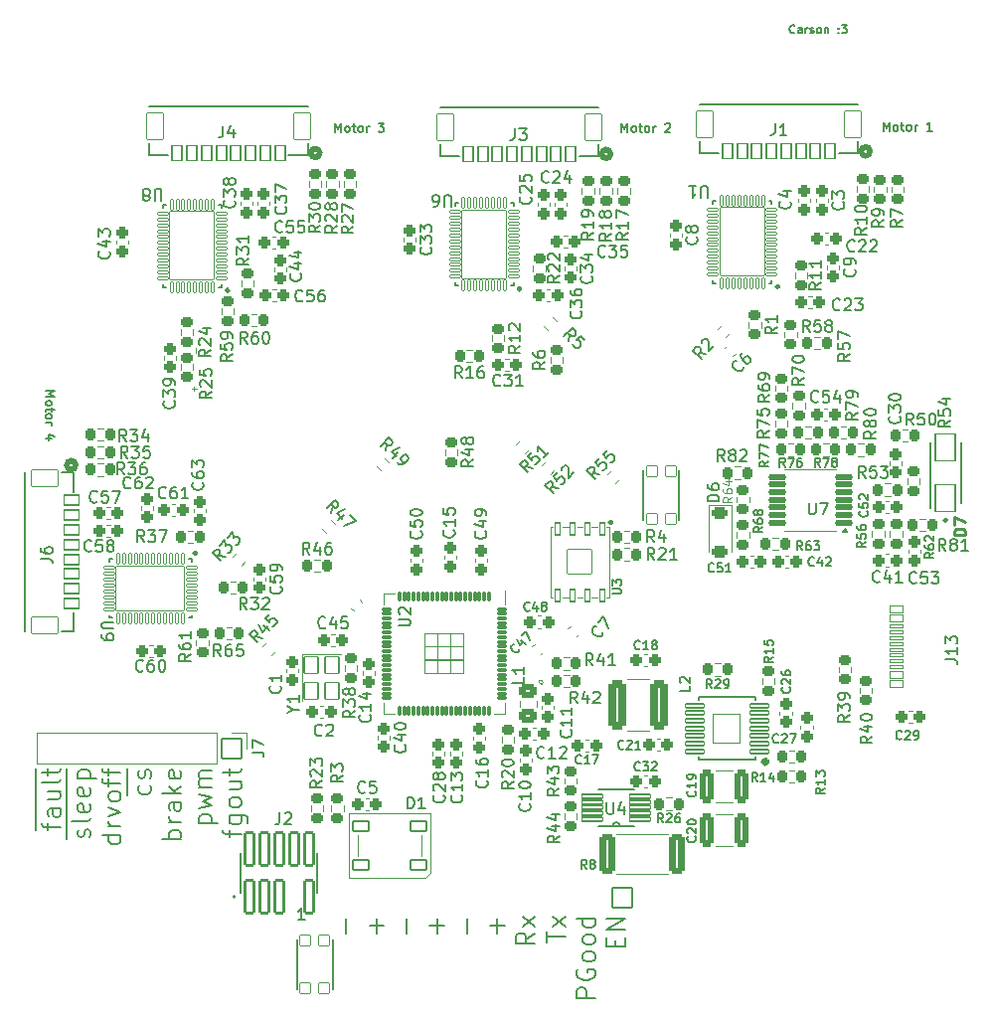
<source format=gto>
%TF.GenerationSoftware,KiCad,Pcbnew,8.0.8*%
%TF.CreationDate,2025-03-29T22:08:22-04:00*%
%TF.ProjectId,motor_board,6d6f746f-725f-4626-9f61-72642e6b6963,idk*%
%TF.SameCoordinates,Original*%
%TF.FileFunction,Legend,Top*%
%TF.FilePolarity,Positive*%
%FSLAX46Y46*%
G04 Gerber Fmt 4.6, Leading zero omitted, Abs format (unit mm)*
G04 Created by KiCad (PCBNEW 8.0.8) date 2025-03-29 22:08:22*
%MOMM*%
%LPD*%
G01*
G04 APERTURE LIST*
G04 Aperture macros list*
%AMRoundRect*
0 Rectangle with rounded corners*
0 $1 Rounding radius*
0 $2 $3 $4 $5 $6 $7 $8 $9 X,Y pos of 4 corners*
0 Add a 4 corners polygon primitive as box body*
4,1,4,$2,$3,$4,$5,$6,$7,$8,$9,$2,$3,0*
0 Add four circle primitives for the rounded corners*
1,1,$1+$1,$2,$3*
1,1,$1+$1,$4,$5*
1,1,$1+$1,$6,$7*
1,1,$1+$1,$8,$9*
0 Add four rect primitives between the rounded corners*
20,1,$1+$1,$2,$3,$4,$5,0*
20,1,$1+$1,$4,$5,$6,$7,0*
20,1,$1+$1,$6,$7,$8,$9,0*
20,1,$1+$1,$8,$9,$2,$3,0*%
G04 Aperture macros list end*
%ADD10C,0.127000*%
%ADD11C,0.200000*%
%ADD12C,0.100000*%
%ADD13C,0.150000*%
%ADD14C,0.095250*%
%ADD15C,0.154432*%
%ADD16C,0.250000*%
%ADD17C,0.152400*%
%ADD18C,0.381000*%
%ADD19C,0.120000*%
%ADD20C,0.203200*%
%ADD21C,0.508000*%
%ADD22C,0.240278*%
%ADD23RoundRect,0.063500X0.800100X0.152400X-0.800100X0.152400X-0.800100X-0.152400X0.800100X-0.152400X0*%
%ADD24RoundRect,0.063500X1.155000X1.230000X-1.155000X1.230000X-1.155000X-1.230000X1.155000X-1.230000X0*%
%ADD25RoundRect,0.250400X0.250400X0.275400X-0.250400X0.275400X-0.250400X-0.275400X0.250400X-0.275400X0*%
%ADD26RoundRect,0.250400X-0.250400X-0.275400X0.250400X-0.275400X0.250400X0.275400X-0.250400X0.275400X0*%
%ADD27RoundRect,0.225400X0.300400X-0.225400X0.300400X0.225400X-0.300400X0.225400X-0.300400X-0.225400X0*%
%ADD28RoundRect,0.250400X0.275400X-0.250400X0.275400X0.250400X-0.275400X0.250400X-0.275400X-0.250400X0*%
%ADD29C,5.701600*%
%ADD30C,2.000000*%
%ADD31RoundRect,0.225400X0.225400X0.300400X-0.225400X0.300400X-0.225400X-0.300400X0.225400X-0.300400X0*%
%ADD32RoundRect,0.225400X-0.225400X-0.300400X0.225400X-0.300400X0.225400X0.300400X-0.225400X0.300400X0*%
%ADD33RoundRect,0.270735X0.392565X1.455065X-0.392565X1.455065X-0.392565X-1.455065X0.392565X-1.455065X0*%
%ADD34RoundRect,0.355555X0.445245X1.795245X-0.445245X1.795245X-0.445245X-1.795245X0.445245X-1.795245X0*%
%ADD35RoundRect,0.272087X-0.353713X-1.128713X0.353713X-1.128713X0.353713X1.128713X-0.353713X1.128713X0*%
%ADD36RoundRect,0.050800X0.889000X0.165100X-0.889000X0.165100X-0.889000X-0.165100X0.889000X-0.165100X0*%
%ADD37C,0.701600*%
%ADD38RoundRect,0.050800X0.575000X-0.300000X0.575000X0.300000X-0.575000X0.300000X-0.575000X-0.300000X0*%
%ADD39RoundRect,0.050800X0.575000X-0.150000X0.575000X0.150000X-0.575000X0.150000X-0.575000X-0.150000X0*%
%ADD40O,2.201600X1.101600*%
%ADD41O,1.701600X1.101600*%
%ADD42RoundRect,0.250400X0.371797X0.017678X0.017678X0.371797X-0.371797X-0.017678X-0.017678X-0.371797X0*%
%ADD43RoundRect,0.225400X-0.300400X0.225400X-0.300400X-0.225400X0.300400X-0.225400X0.300400X0.225400X0*%
%ADD44RoundRect,0.250400X-0.275400X0.250400X-0.275400X-0.250400X0.275400X-0.250400X0.275400X0.250400X0*%
%ADD45RoundRect,0.050800X-0.121236X-0.453033X0.121236X-0.453033X0.121236X0.453033X-0.121236X0.453033X0*%
%ADD46RoundRect,0.050800X-0.453033X0.121236X-0.453033X-0.121236X0.453033X-0.121236X0.453033X0.121236X0*%
%ADD47C,0.401600*%
%ADD48RoundRect,0.050800X-2.900000X1.900000X-2.900000X-1.900000X2.900000X-1.900000X2.900000X1.900000X0*%
%ADD49RoundRect,0.050800X-0.850000X0.850000X-0.850000X-0.850000X0.850000X-0.850000X0.850000X0.850000X0*%
%ADD50O,1.801600X1.801600*%
%ADD51RoundRect,0.050800X0.121236X0.453033X-0.121236X0.453033X-0.121236X-0.453033X0.121236X-0.453033X0*%
%ADD52RoundRect,0.050800X1.900000X2.900000X-1.900000X2.900000X-1.900000X-2.900000X1.900000X-2.900000X0*%
%ADD53RoundRect,0.225400X0.053033X-0.371797X0.371797X-0.053033X-0.053033X0.371797X-0.371797X0.053033X0*%
%ADD54RoundRect,0.225400X-0.371797X-0.053033X-0.053033X-0.371797X0.371797X0.053033X0.053033X0.371797X0*%
%ADD55RoundRect,0.225400X-0.053033X0.371797X-0.371797X0.053033X0.053033X-0.371797X0.371797X-0.053033X0*%
%ADD56RoundRect,0.100160X-0.700640X-0.400640X0.700640X-0.400640X0.700640X0.400640X-0.700640X0.400640X0*%
%ADD57RoundRect,0.102000X-0.370000X-1.395000X0.370000X-1.395000X0.370000X1.395000X-0.370000X1.395000X0*%
%ADD58RoundRect,0.272087X-0.478713X0.353713X-0.478713X-0.353713X0.478713X-0.353713X0.478713X0.353713X0*%
%ADD59RoundRect,0.050800X0.450000X-0.450000X0.450000X0.450000X-0.450000X0.450000X-0.450000X-0.450000X0*%
%ADD60RoundRect,0.050800X-0.419100X-0.647700X0.419100X-0.647700X0.419100X0.647700X-0.419100X0.647700X0*%
%ADD61RoundRect,0.050800X-0.698500X-1.130300X0.698500X-1.130300X0.698500X1.130300X-0.698500X1.130300X0*%
%ADD62RoundRect,0.050800X-0.600000X0.700000X-0.600000X-0.700000X0.600000X-0.700000X0.600000X0.700000X0*%
%ADD63RoundRect,0.125400X0.662900X0.125400X-0.662900X0.125400X-0.662900X-0.125400X0.662900X-0.125400X0*%
%ADD64RoundRect,0.063500X-0.225000X0.525000X-0.225000X-0.525000X0.225000X-0.525000X0.225000X0.525000X0*%
%ADD65RoundRect,0.063500X-1.050000X-1.050000X1.050000X-1.050000X1.050000X1.050000X-1.050000X1.050000X0*%
%ADD66RoundRect,0.250400X0.017678X-0.371797X0.371797X-0.017678X-0.017678X0.371797X-0.371797X0.017678X0*%
%ADD67RoundRect,0.050800X-0.450000X0.450000X-0.450000X-0.450000X0.450000X-0.450000X0.450000X0.450000X0*%
%ADD68RoundRect,0.050800X0.850000X1.175000X-0.850000X1.175000X-0.850000X-1.175000X0.850000X-1.175000X0*%
%ADD69RoundRect,0.250400X-0.400400X0.250400X-0.400400X-0.250400X0.400400X-0.250400X0.400400X0.250400X0*%
%ADD70RoundRect,0.080400X-0.080400X-0.360400X0.080400X-0.360400X0.080400X0.360400X-0.080400X0.360400X0*%
%ADD71RoundRect,0.080400X-0.360400X0.080400X-0.360400X-0.080400X0.360400X-0.080400X0.360400X0.080400X0*%
%ADD72RoundRect,0.050800X-0.566666X0.566666X-0.566666X-0.566666X0.566666X-0.566666X0.566666X0.566666X0*%
%ADD73RoundRect,0.050800X0.647700X-0.419100X0.647700X0.419100X-0.647700X0.419100X-0.647700X-0.419100X0*%
%ADD74RoundRect,0.050800X1.130300X-0.698500X1.130300X0.698500X-1.130300X0.698500X-1.130300X-0.698500X0*%
%ADD75RoundRect,0.250400X-0.017678X0.371797X-0.371797X0.017678X0.017678X-0.371797X0.371797X-0.017678X0*%
%ADD76RoundRect,0.050800X0.850000X-0.850000X0.850000X0.850000X-0.850000X0.850000X-0.850000X-0.850000X0*%
G04 APERTURE END LIST*
D10*
X131864980Y-66000141D02*
X131864980Y-65238141D01*
X131864980Y-65238141D02*
X132118980Y-65782427D01*
X132118980Y-65782427D02*
X132372980Y-65238141D01*
X132372980Y-65238141D02*
X132372980Y-66000141D01*
X132844694Y-66000141D02*
X132772123Y-65963856D01*
X132772123Y-65963856D02*
X132735837Y-65927570D01*
X132735837Y-65927570D02*
X132699551Y-65854998D01*
X132699551Y-65854998D02*
X132699551Y-65637284D01*
X132699551Y-65637284D02*
X132735837Y-65564713D01*
X132735837Y-65564713D02*
X132772123Y-65528427D01*
X132772123Y-65528427D02*
X132844694Y-65492141D01*
X132844694Y-65492141D02*
X132953551Y-65492141D01*
X132953551Y-65492141D02*
X133026123Y-65528427D01*
X133026123Y-65528427D02*
X133062409Y-65564713D01*
X133062409Y-65564713D02*
X133098694Y-65637284D01*
X133098694Y-65637284D02*
X133098694Y-65854998D01*
X133098694Y-65854998D02*
X133062409Y-65927570D01*
X133062409Y-65927570D02*
X133026123Y-65963856D01*
X133026123Y-65963856D02*
X132953551Y-66000141D01*
X132953551Y-66000141D02*
X132844694Y-66000141D01*
X133316409Y-65492141D02*
X133606695Y-65492141D01*
X133425266Y-65238141D02*
X133425266Y-65891284D01*
X133425266Y-65891284D02*
X133461552Y-65963856D01*
X133461552Y-65963856D02*
X133534123Y-66000141D01*
X133534123Y-66000141D02*
X133606695Y-66000141D01*
X133969552Y-66000141D02*
X133896981Y-65963856D01*
X133896981Y-65963856D02*
X133860695Y-65927570D01*
X133860695Y-65927570D02*
X133824409Y-65854998D01*
X133824409Y-65854998D02*
X133824409Y-65637284D01*
X133824409Y-65637284D02*
X133860695Y-65564713D01*
X133860695Y-65564713D02*
X133896981Y-65528427D01*
X133896981Y-65528427D02*
X133969552Y-65492141D01*
X133969552Y-65492141D02*
X134078409Y-65492141D01*
X134078409Y-65492141D02*
X134150981Y-65528427D01*
X134150981Y-65528427D02*
X134187267Y-65564713D01*
X134187267Y-65564713D02*
X134223552Y-65637284D01*
X134223552Y-65637284D02*
X134223552Y-65854998D01*
X134223552Y-65854998D02*
X134187267Y-65927570D01*
X134187267Y-65927570D02*
X134150981Y-65963856D01*
X134150981Y-65963856D02*
X134078409Y-66000141D01*
X134078409Y-66000141D02*
X133969552Y-66000141D01*
X134550124Y-66000141D02*
X134550124Y-65492141D01*
X134550124Y-65637284D02*
X134586410Y-65564713D01*
X134586410Y-65564713D02*
X134622696Y-65528427D01*
X134622696Y-65528427D02*
X134695267Y-65492141D01*
X134695267Y-65492141D02*
X134767838Y-65492141D01*
X135529838Y-65238141D02*
X136001552Y-65238141D01*
X136001552Y-65238141D02*
X135747552Y-65528427D01*
X135747552Y-65528427D02*
X135856409Y-65528427D01*
X135856409Y-65528427D02*
X135928981Y-65564713D01*
X135928981Y-65564713D02*
X135965266Y-65600998D01*
X135965266Y-65600998D02*
X136001552Y-65673570D01*
X136001552Y-65673570D02*
X136001552Y-65854998D01*
X136001552Y-65854998D02*
X135965266Y-65927570D01*
X135965266Y-65927570D02*
X135928981Y-65963856D01*
X135928981Y-65963856D02*
X135856409Y-66000141D01*
X135856409Y-66000141D02*
X135638695Y-66000141D01*
X135638695Y-66000141D02*
X135566123Y-65963856D01*
X135566123Y-65963856D02*
X135529838Y-65927570D01*
X170990782Y-57527562D02*
X170957449Y-57560896D01*
X170957449Y-57560896D02*
X170857449Y-57594229D01*
X170857449Y-57594229D02*
X170790782Y-57594229D01*
X170790782Y-57594229D02*
X170690782Y-57560896D01*
X170690782Y-57560896D02*
X170624116Y-57494229D01*
X170624116Y-57494229D02*
X170590782Y-57427562D01*
X170590782Y-57427562D02*
X170557449Y-57294229D01*
X170557449Y-57294229D02*
X170557449Y-57194229D01*
X170557449Y-57194229D02*
X170590782Y-57060896D01*
X170590782Y-57060896D02*
X170624116Y-56994229D01*
X170624116Y-56994229D02*
X170690782Y-56927562D01*
X170690782Y-56927562D02*
X170790782Y-56894229D01*
X170790782Y-56894229D02*
X170857449Y-56894229D01*
X170857449Y-56894229D02*
X170957449Y-56927562D01*
X170957449Y-56927562D02*
X170990782Y-56960896D01*
X171590782Y-57594229D02*
X171590782Y-57227562D01*
X171590782Y-57227562D02*
X171557449Y-57160896D01*
X171557449Y-57160896D02*
X171490782Y-57127562D01*
X171490782Y-57127562D02*
X171357449Y-57127562D01*
X171357449Y-57127562D02*
X171290782Y-57160896D01*
X171590782Y-57560896D02*
X171524116Y-57594229D01*
X171524116Y-57594229D02*
X171357449Y-57594229D01*
X171357449Y-57594229D02*
X171290782Y-57560896D01*
X171290782Y-57560896D02*
X171257449Y-57494229D01*
X171257449Y-57494229D02*
X171257449Y-57427562D01*
X171257449Y-57427562D02*
X171290782Y-57360896D01*
X171290782Y-57360896D02*
X171357449Y-57327562D01*
X171357449Y-57327562D02*
X171524116Y-57327562D01*
X171524116Y-57327562D02*
X171590782Y-57294229D01*
X171924115Y-57594229D02*
X171924115Y-57127562D01*
X171924115Y-57260896D02*
X171957449Y-57194229D01*
X171957449Y-57194229D02*
X171990782Y-57160896D01*
X171990782Y-57160896D02*
X172057449Y-57127562D01*
X172057449Y-57127562D02*
X172124115Y-57127562D01*
X172324115Y-57560896D02*
X172390782Y-57594229D01*
X172390782Y-57594229D02*
X172524115Y-57594229D01*
X172524115Y-57594229D02*
X172590782Y-57560896D01*
X172590782Y-57560896D02*
X172624115Y-57494229D01*
X172624115Y-57494229D02*
X172624115Y-57460896D01*
X172624115Y-57460896D02*
X172590782Y-57394229D01*
X172590782Y-57394229D02*
X172524115Y-57360896D01*
X172524115Y-57360896D02*
X172424115Y-57360896D01*
X172424115Y-57360896D02*
X172357448Y-57327562D01*
X172357448Y-57327562D02*
X172324115Y-57260896D01*
X172324115Y-57260896D02*
X172324115Y-57227562D01*
X172324115Y-57227562D02*
X172357448Y-57160896D01*
X172357448Y-57160896D02*
X172424115Y-57127562D01*
X172424115Y-57127562D02*
X172524115Y-57127562D01*
X172524115Y-57127562D02*
X172590782Y-57160896D01*
X173024115Y-57594229D02*
X172957449Y-57560896D01*
X172957449Y-57560896D02*
X172924115Y-57527562D01*
X172924115Y-57527562D02*
X172890782Y-57460896D01*
X172890782Y-57460896D02*
X172890782Y-57260896D01*
X172890782Y-57260896D02*
X172924115Y-57194229D01*
X172924115Y-57194229D02*
X172957449Y-57160896D01*
X172957449Y-57160896D02*
X173024115Y-57127562D01*
X173024115Y-57127562D02*
X173124115Y-57127562D01*
X173124115Y-57127562D02*
X173190782Y-57160896D01*
X173190782Y-57160896D02*
X173224115Y-57194229D01*
X173224115Y-57194229D02*
X173257449Y-57260896D01*
X173257449Y-57260896D02*
X173257449Y-57460896D01*
X173257449Y-57460896D02*
X173224115Y-57527562D01*
X173224115Y-57527562D02*
X173190782Y-57560896D01*
X173190782Y-57560896D02*
X173124115Y-57594229D01*
X173124115Y-57594229D02*
X173024115Y-57594229D01*
X173557448Y-57127562D02*
X173557448Y-57594229D01*
X173557448Y-57194229D02*
X173590782Y-57160896D01*
X173590782Y-57160896D02*
X173657448Y-57127562D01*
X173657448Y-57127562D02*
X173757448Y-57127562D01*
X173757448Y-57127562D02*
X173824115Y-57160896D01*
X173824115Y-57160896D02*
X173857448Y-57227562D01*
X173857448Y-57227562D02*
X173857448Y-57594229D01*
X174724114Y-57527562D02*
X174757448Y-57560896D01*
X174757448Y-57560896D02*
X174724114Y-57594229D01*
X174724114Y-57594229D02*
X174690781Y-57560896D01*
X174690781Y-57560896D02*
X174724114Y-57527562D01*
X174724114Y-57527562D02*
X174724114Y-57594229D01*
X174724114Y-57160896D02*
X174757448Y-57194229D01*
X174757448Y-57194229D02*
X174724114Y-57227562D01*
X174724114Y-57227562D02*
X174690781Y-57194229D01*
X174690781Y-57194229D02*
X174724114Y-57160896D01*
X174724114Y-57160896D02*
X174724114Y-57227562D01*
X174990781Y-56894229D02*
X175424114Y-56894229D01*
X175424114Y-56894229D02*
X175190781Y-57160896D01*
X175190781Y-57160896D02*
X175290781Y-57160896D01*
X175290781Y-57160896D02*
X175357447Y-57194229D01*
X175357447Y-57194229D02*
X175390781Y-57227562D01*
X175390781Y-57227562D02*
X175424114Y-57294229D01*
X175424114Y-57294229D02*
X175424114Y-57460896D01*
X175424114Y-57460896D02*
X175390781Y-57527562D01*
X175390781Y-57527562D02*
X175357447Y-57560896D01*
X175357447Y-57560896D02*
X175290781Y-57594229D01*
X175290781Y-57594229D02*
X175090781Y-57594229D01*
X175090781Y-57594229D02*
X175024114Y-57560896D01*
X175024114Y-57560896D02*
X174990781Y-57527562D01*
D11*
X107371663Y-125441102D02*
X107371663Y-124831578D01*
X108438330Y-125212530D02*
X107066901Y-125212530D01*
X107066901Y-125212530D02*
X106914520Y-125136340D01*
X106914520Y-125136340D02*
X106838330Y-124983959D01*
X106838330Y-124983959D02*
X106838330Y-124831578D01*
X108438330Y-123612530D02*
X107600235Y-123612530D01*
X107600235Y-123612530D02*
X107447854Y-123688720D01*
X107447854Y-123688720D02*
X107371663Y-123841101D01*
X107371663Y-123841101D02*
X107371663Y-124145863D01*
X107371663Y-124145863D02*
X107447854Y-124298244D01*
X108362140Y-123612530D02*
X108438330Y-123764911D01*
X108438330Y-123764911D02*
X108438330Y-124145863D01*
X108438330Y-124145863D02*
X108362140Y-124298244D01*
X108362140Y-124298244D02*
X108209759Y-124374435D01*
X108209759Y-124374435D02*
X108057378Y-124374435D01*
X108057378Y-124374435D02*
X107904997Y-124298244D01*
X107904997Y-124298244D02*
X107828806Y-124145863D01*
X107828806Y-124145863D02*
X107828806Y-123764911D01*
X107828806Y-123764911D02*
X107752616Y-123612530D01*
X107371663Y-122164911D02*
X108438330Y-122164911D01*
X107371663Y-122850625D02*
X108209759Y-122850625D01*
X108209759Y-122850625D02*
X108362140Y-122774435D01*
X108362140Y-122774435D02*
X108438330Y-122622054D01*
X108438330Y-122622054D02*
X108438330Y-122393482D01*
X108438330Y-122393482D02*
X108362140Y-122241101D01*
X108362140Y-122241101D02*
X108285949Y-122164911D01*
X108438330Y-121174435D02*
X108362140Y-121326816D01*
X108362140Y-121326816D02*
X108209759Y-121403006D01*
X108209759Y-121403006D02*
X106838330Y-121403006D01*
X107371663Y-120793483D02*
X107371663Y-120183959D01*
X106838330Y-120564911D02*
X108209759Y-120564911D01*
X108209759Y-120564911D02*
X108362140Y-120488721D01*
X108362140Y-120488721D02*
X108438330Y-120336340D01*
X108438330Y-120336340D02*
X108438330Y-120183959D01*
X106394140Y-125433483D02*
X106394140Y-120191578D01*
X110938050Y-126050626D02*
X111014240Y-125898245D01*
X111014240Y-125898245D02*
X111014240Y-125593483D01*
X111014240Y-125593483D02*
X110938050Y-125441102D01*
X110938050Y-125441102D02*
X110785669Y-125364911D01*
X110785669Y-125364911D02*
X110709478Y-125364911D01*
X110709478Y-125364911D02*
X110557097Y-125441102D01*
X110557097Y-125441102D02*
X110480907Y-125593483D01*
X110480907Y-125593483D02*
X110480907Y-125822054D01*
X110480907Y-125822054D02*
X110404716Y-125974435D01*
X110404716Y-125974435D02*
X110252335Y-126050626D01*
X110252335Y-126050626D02*
X110176145Y-126050626D01*
X110176145Y-126050626D02*
X110023764Y-125974435D01*
X110023764Y-125974435D02*
X109947573Y-125822054D01*
X109947573Y-125822054D02*
X109947573Y-125593483D01*
X109947573Y-125593483D02*
X110023764Y-125441102D01*
X111014240Y-124450626D02*
X110938050Y-124603007D01*
X110938050Y-124603007D02*
X110785669Y-124679197D01*
X110785669Y-124679197D02*
X109414240Y-124679197D01*
X110938050Y-123231578D02*
X111014240Y-123383959D01*
X111014240Y-123383959D02*
X111014240Y-123688721D01*
X111014240Y-123688721D02*
X110938050Y-123841102D01*
X110938050Y-123841102D02*
X110785669Y-123917293D01*
X110785669Y-123917293D02*
X110176145Y-123917293D01*
X110176145Y-123917293D02*
X110023764Y-123841102D01*
X110023764Y-123841102D02*
X109947573Y-123688721D01*
X109947573Y-123688721D02*
X109947573Y-123383959D01*
X109947573Y-123383959D02*
X110023764Y-123231578D01*
X110023764Y-123231578D02*
X110176145Y-123155388D01*
X110176145Y-123155388D02*
X110328526Y-123155388D01*
X110328526Y-123155388D02*
X110480907Y-123917293D01*
X110938050Y-121860149D02*
X111014240Y-122012530D01*
X111014240Y-122012530D02*
X111014240Y-122317292D01*
X111014240Y-122317292D02*
X110938050Y-122469673D01*
X110938050Y-122469673D02*
X110785669Y-122545864D01*
X110785669Y-122545864D02*
X110176145Y-122545864D01*
X110176145Y-122545864D02*
X110023764Y-122469673D01*
X110023764Y-122469673D02*
X109947573Y-122317292D01*
X109947573Y-122317292D02*
X109947573Y-122012530D01*
X109947573Y-122012530D02*
X110023764Y-121860149D01*
X110023764Y-121860149D02*
X110176145Y-121783959D01*
X110176145Y-121783959D02*
X110328526Y-121783959D01*
X110328526Y-121783959D02*
X110480907Y-122545864D01*
X109947573Y-121098244D02*
X111547573Y-121098244D01*
X110023764Y-121098244D02*
X109947573Y-120945863D01*
X109947573Y-120945863D02*
X109947573Y-120641101D01*
X109947573Y-120641101D02*
X110023764Y-120488720D01*
X110023764Y-120488720D02*
X110099954Y-120412530D01*
X110099954Y-120412530D02*
X110252335Y-120336339D01*
X110252335Y-120336339D02*
X110709478Y-120336339D01*
X110709478Y-120336339D02*
X110861859Y-120412530D01*
X110861859Y-120412530D02*
X110938050Y-120488720D01*
X110938050Y-120488720D02*
X111014240Y-120641101D01*
X111014240Y-120641101D02*
X111014240Y-120945863D01*
X111014240Y-120945863D02*
X110938050Y-121098244D01*
X108970050Y-126195388D02*
X108970050Y-120191578D01*
X113590150Y-125898245D02*
X111990150Y-125898245D01*
X113513960Y-125898245D02*
X113590150Y-126050626D01*
X113590150Y-126050626D02*
X113590150Y-126355388D01*
X113590150Y-126355388D02*
X113513960Y-126507769D01*
X113513960Y-126507769D02*
X113437769Y-126583959D01*
X113437769Y-126583959D02*
X113285388Y-126660150D01*
X113285388Y-126660150D02*
X112828245Y-126660150D01*
X112828245Y-126660150D02*
X112675864Y-126583959D01*
X112675864Y-126583959D02*
X112599674Y-126507769D01*
X112599674Y-126507769D02*
X112523483Y-126355388D01*
X112523483Y-126355388D02*
X112523483Y-126050626D01*
X112523483Y-126050626D02*
X112599674Y-125898245D01*
X113590150Y-125136340D02*
X112523483Y-125136340D01*
X112828245Y-125136340D02*
X112675864Y-125060150D01*
X112675864Y-125060150D02*
X112599674Y-124983959D01*
X112599674Y-124983959D02*
X112523483Y-124831578D01*
X112523483Y-124831578D02*
X112523483Y-124679197D01*
X112523483Y-124298245D02*
X113590150Y-123917293D01*
X113590150Y-123917293D02*
X112523483Y-123536340D01*
X113590150Y-122698245D02*
X113513960Y-122850626D01*
X113513960Y-122850626D02*
X113437769Y-122926816D01*
X113437769Y-122926816D02*
X113285388Y-123003007D01*
X113285388Y-123003007D02*
X112828245Y-123003007D01*
X112828245Y-123003007D02*
X112675864Y-122926816D01*
X112675864Y-122926816D02*
X112599674Y-122850626D01*
X112599674Y-122850626D02*
X112523483Y-122698245D01*
X112523483Y-122698245D02*
X112523483Y-122469673D01*
X112523483Y-122469673D02*
X112599674Y-122317292D01*
X112599674Y-122317292D02*
X112675864Y-122241102D01*
X112675864Y-122241102D02*
X112828245Y-122164911D01*
X112828245Y-122164911D02*
X113285388Y-122164911D01*
X113285388Y-122164911D02*
X113437769Y-122241102D01*
X113437769Y-122241102D02*
X113513960Y-122317292D01*
X113513960Y-122317292D02*
X113590150Y-122469673D01*
X113590150Y-122469673D02*
X113590150Y-122698245D01*
X112523483Y-121707769D02*
X112523483Y-121098245D01*
X113590150Y-121479197D02*
X112218721Y-121479197D01*
X112218721Y-121479197D02*
X112066340Y-121403007D01*
X112066340Y-121403007D02*
X111990150Y-121250626D01*
X111990150Y-121250626D02*
X111990150Y-121098245D01*
X112523483Y-120793483D02*
X112523483Y-120183959D01*
X113590150Y-120564911D02*
X112218721Y-120564911D01*
X112218721Y-120564911D02*
X112066340Y-120488721D01*
X112066340Y-120488721D02*
X111990150Y-120336340D01*
X111990150Y-120336340D02*
X111990150Y-120183959D01*
X116089870Y-121631578D02*
X116166060Y-121783959D01*
X116166060Y-121783959D02*
X116166060Y-122088721D01*
X116166060Y-122088721D02*
X116089870Y-122241102D01*
X116089870Y-122241102D02*
X116013679Y-122317292D01*
X116013679Y-122317292D02*
X115861298Y-122393483D01*
X115861298Y-122393483D02*
X115404155Y-122393483D01*
X115404155Y-122393483D02*
X115251774Y-122317292D01*
X115251774Y-122317292D02*
X115175584Y-122241102D01*
X115175584Y-122241102D02*
X115099393Y-122088721D01*
X115099393Y-122088721D02*
X115099393Y-121783959D01*
X115099393Y-121783959D02*
X115175584Y-121631578D01*
X116089870Y-121022054D02*
X116166060Y-120869673D01*
X116166060Y-120869673D02*
X116166060Y-120564911D01*
X116166060Y-120564911D02*
X116089870Y-120412530D01*
X116089870Y-120412530D02*
X115937489Y-120336339D01*
X115937489Y-120336339D02*
X115861298Y-120336339D01*
X115861298Y-120336339D02*
X115708917Y-120412530D01*
X115708917Y-120412530D02*
X115632727Y-120564911D01*
X115632727Y-120564911D02*
X115632727Y-120793482D01*
X115632727Y-120793482D02*
X115556536Y-120945863D01*
X115556536Y-120945863D02*
X115404155Y-121022054D01*
X115404155Y-121022054D02*
X115327965Y-121022054D01*
X115327965Y-121022054D02*
X115175584Y-120945863D01*
X115175584Y-120945863D02*
X115099393Y-120793482D01*
X115099393Y-120793482D02*
X115099393Y-120564911D01*
X115099393Y-120564911D02*
X115175584Y-120412530D01*
X114121870Y-122538245D02*
X114121870Y-120191578D01*
X118741970Y-126203006D02*
X117141970Y-126203006D01*
X117751494Y-126203006D02*
X117675303Y-126050625D01*
X117675303Y-126050625D02*
X117675303Y-125745863D01*
X117675303Y-125745863D02*
X117751494Y-125593482D01*
X117751494Y-125593482D02*
X117827684Y-125517292D01*
X117827684Y-125517292D02*
X117980065Y-125441101D01*
X117980065Y-125441101D02*
X118437208Y-125441101D01*
X118437208Y-125441101D02*
X118589589Y-125517292D01*
X118589589Y-125517292D02*
X118665780Y-125593482D01*
X118665780Y-125593482D02*
X118741970Y-125745863D01*
X118741970Y-125745863D02*
X118741970Y-126050625D01*
X118741970Y-126050625D02*
X118665780Y-126203006D01*
X118741970Y-124755387D02*
X117675303Y-124755387D01*
X117980065Y-124755387D02*
X117827684Y-124679197D01*
X117827684Y-124679197D02*
X117751494Y-124603006D01*
X117751494Y-124603006D02*
X117675303Y-124450625D01*
X117675303Y-124450625D02*
X117675303Y-124298244D01*
X118741970Y-123079197D02*
X117903875Y-123079197D01*
X117903875Y-123079197D02*
X117751494Y-123155387D01*
X117751494Y-123155387D02*
X117675303Y-123307768D01*
X117675303Y-123307768D02*
X117675303Y-123612530D01*
X117675303Y-123612530D02*
X117751494Y-123764911D01*
X118665780Y-123079197D02*
X118741970Y-123231578D01*
X118741970Y-123231578D02*
X118741970Y-123612530D01*
X118741970Y-123612530D02*
X118665780Y-123764911D01*
X118665780Y-123764911D02*
X118513399Y-123841102D01*
X118513399Y-123841102D02*
X118361018Y-123841102D01*
X118361018Y-123841102D02*
X118208637Y-123764911D01*
X118208637Y-123764911D02*
X118132446Y-123612530D01*
X118132446Y-123612530D02*
X118132446Y-123231578D01*
X118132446Y-123231578D02*
X118056256Y-123079197D01*
X118741970Y-122317292D02*
X117141970Y-122317292D01*
X118132446Y-122164911D02*
X118741970Y-121707768D01*
X117675303Y-121707768D02*
X118284827Y-122317292D01*
X118665780Y-120412530D02*
X118741970Y-120564911D01*
X118741970Y-120564911D02*
X118741970Y-120869673D01*
X118741970Y-120869673D02*
X118665780Y-121022054D01*
X118665780Y-121022054D02*
X118513399Y-121098245D01*
X118513399Y-121098245D02*
X117903875Y-121098245D01*
X117903875Y-121098245D02*
X117751494Y-121022054D01*
X117751494Y-121022054D02*
X117675303Y-120869673D01*
X117675303Y-120869673D02*
X117675303Y-120564911D01*
X117675303Y-120564911D02*
X117751494Y-120412530D01*
X117751494Y-120412530D02*
X117903875Y-120336340D01*
X117903875Y-120336340D02*
X118056256Y-120336340D01*
X118056256Y-120336340D02*
X118208637Y-121098245D01*
X120251213Y-124907767D02*
X121851213Y-124907767D01*
X120327404Y-124907767D02*
X120251213Y-124755386D01*
X120251213Y-124755386D02*
X120251213Y-124450624D01*
X120251213Y-124450624D02*
X120327404Y-124298243D01*
X120327404Y-124298243D02*
X120403594Y-124222053D01*
X120403594Y-124222053D02*
X120555975Y-124145862D01*
X120555975Y-124145862D02*
X121013118Y-124145862D01*
X121013118Y-124145862D02*
X121165499Y-124222053D01*
X121165499Y-124222053D02*
X121241690Y-124298243D01*
X121241690Y-124298243D02*
X121317880Y-124450624D01*
X121317880Y-124450624D02*
X121317880Y-124755386D01*
X121317880Y-124755386D02*
X121241690Y-124907767D01*
X120251213Y-123612529D02*
X121317880Y-123307767D01*
X121317880Y-123307767D02*
X120555975Y-123003005D01*
X120555975Y-123003005D02*
X121317880Y-122698243D01*
X121317880Y-122698243D02*
X120251213Y-122393481D01*
X121317880Y-121783958D02*
X120251213Y-121783958D01*
X120403594Y-121783958D02*
X120327404Y-121707768D01*
X120327404Y-121707768D02*
X120251213Y-121555387D01*
X120251213Y-121555387D02*
X120251213Y-121326815D01*
X120251213Y-121326815D02*
X120327404Y-121174434D01*
X120327404Y-121174434D02*
X120479785Y-121098244D01*
X120479785Y-121098244D02*
X121317880Y-121098244D01*
X120479785Y-121098244D02*
X120327404Y-121022053D01*
X120327404Y-121022053D02*
X120251213Y-120869672D01*
X120251213Y-120869672D02*
X120251213Y-120641101D01*
X120251213Y-120641101D02*
X120327404Y-120488720D01*
X120327404Y-120488720D02*
X120479785Y-120412530D01*
X120479785Y-120412530D02*
X121317880Y-120412530D01*
X122827123Y-126050626D02*
X122827123Y-125441102D01*
X123893790Y-125822054D02*
X122522361Y-125822054D01*
X122522361Y-125822054D02*
X122369980Y-125745864D01*
X122369980Y-125745864D02*
X122293790Y-125593483D01*
X122293790Y-125593483D02*
X122293790Y-125441102D01*
X122827123Y-124222054D02*
X124122361Y-124222054D01*
X124122361Y-124222054D02*
X124274742Y-124298244D01*
X124274742Y-124298244D02*
X124350933Y-124374435D01*
X124350933Y-124374435D02*
X124427123Y-124526816D01*
X124427123Y-124526816D02*
X124427123Y-124755387D01*
X124427123Y-124755387D02*
X124350933Y-124907768D01*
X123817600Y-124222054D02*
X123893790Y-124374435D01*
X123893790Y-124374435D02*
X123893790Y-124679197D01*
X123893790Y-124679197D02*
X123817600Y-124831578D01*
X123817600Y-124831578D02*
X123741409Y-124907768D01*
X123741409Y-124907768D02*
X123589028Y-124983959D01*
X123589028Y-124983959D02*
X123131885Y-124983959D01*
X123131885Y-124983959D02*
X122979504Y-124907768D01*
X122979504Y-124907768D02*
X122903314Y-124831578D01*
X122903314Y-124831578D02*
X122827123Y-124679197D01*
X122827123Y-124679197D02*
X122827123Y-124374435D01*
X122827123Y-124374435D02*
X122903314Y-124222054D01*
X123893790Y-123231578D02*
X123817600Y-123383959D01*
X123817600Y-123383959D02*
X123741409Y-123460149D01*
X123741409Y-123460149D02*
X123589028Y-123536340D01*
X123589028Y-123536340D02*
X123131885Y-123536340D01*
X123131885Y-123536340D02*
X122979504Y-123460149D01*
X122979504Y-123460149D02*
X122903314Y-123383959D01*
X122903314Y-123383959D02*
X122827123Y-123231578D01*
X122827123Y-123231578D02*
X122827123Y-123003006D01*
X122827123Y-123003006D02*
X122903314Y-122850625D01*
X122903314Y-122850625D02*
X122979504Y-122774435D01*
X122979504Y-122774435D02*
X123131885Y-122698244D01*
X123131885Y-122698244D02*
X123589028Y-122698244D01*
X123589028Y-122698244D02*
X123741409Y-122774435D01*
X123741409Y-122774435D02*
X123817600Y-122850625D01*
X123817600Y-122850625D02*
X123893790Y-123003006D01*
X123893790Y-123003006D02*
X123893790Y-123231578D01*
X122827123Y-121326816D02*
X123893790Y-121326816D01*
X122827123Y-122012530D02*
X123665219Y-122012530D01*
X123665219Y-122012530D02*
X123817600Y-121936340D01*
X123817600Y-121936340D02*
X123893790Y-121783959D01*
X123893790Y-121783959D02*
X123893790Y-121555387D01*
X123893790Y-121555387D02*
X123817600Y-121403006D01*
X123817600Y-121403006D02*
X123741409Y-121326816D01*
X122827123Y-120793483D02*
X122827123Y-120183959D01*
X122293790Y-120564911D02*
X123665219Y-120564911D01*
X123665219Y-120564911D02*
X123817600Y-120488721D01*
X123817600Y-120488721D02*
X123893790Y-120336340D01*
X123893790Y-120336340D02*
X123893790Y-120183959D01*
D12*
X119843133Y-88065789D02*
X119843133Y-87684837D01*
X120033609Y-87875313D02*
X119652657Y-87875313D01*
D10*
X156264980Y-66000141D02*
X156264980Y-65238141D01*
X156264980Y-65238141D02*
X156518980Y-65782427D01*
X156518980Y-65782427D02*
X156772980Y-65238141D01*
X156772980Y-65238141D02*
X156772980Y-66000141D01*
X157244694Y-66000141D02*
X157172123Y-65963856D01*
X157172123Y-65963856D02*
X157135837Y-65927570D01*
X157135837Y-65927570D02*
X157099551Y-65854998D01*
X157099551Y-65854998D02*
X157099551Y-65637284D01*
X157099551Y-65637284D02*
X157135837Y-65564713D01*
X157135837Y-65564713D02*
X157172123Y-65528427D01*
X157172123Y-65528427D02*
X157244694Y-65492141D01*
X157244694Y-65492141D02*
X157353551Y-65492141D01*
X157353551Y-65492141D02*
X157426123Y-65528427D01*
X157426123Y-65528427D02*
X157462409Y-65564713D01*
X157462409Y-65564713D02*
X157498694Y-65637284D01*
X157498694Y-65637284D02*
X157498694Y-65854998D01*
X157498694Y-65854998D02*
X157462409Y-65927570D01*
X157462409Y-65927570D02*
X157426123Y-65963856D01*
X157426123Y-65963856D02*
X157353551Y-66000141D01*
X157353551Y-66000141D02*
X157244694Y-66000141D01*
X157716409Y-65492141D02*
X158006695Y-65492141D01*
X157825266Y-65238141D02*
X157825266Y-65891284D01*
X157825266Y-65891284D02*
X157861552Y-65963856D01*
X157861552Y-65963856D02*
X157934123Y-66000141D01*
X157934123Y-66000141D02*
X158006695Y-66000141D01*
X158369552Y-66000141D02*
X158296981Y-65963856D01*
X158296981Y-65963856D02*
X158260695Y-65927570D01*
X158260695Y-65927570D02*
X158224409Y-65854998D01*
X158224409Y-65854998D02*
X158224409Y-65637284D01*
X158224409Y-65637284D02*
X158260695Y-65564713D01*
X158260695Y-65564713D02*
X158296981Y-65528427D01*
X158296981Y-65528427D02*
X158369552Y-65492141D01*
X158369552Y-65492141D02*
X158478409Y-65492141D01*
X158478409Y-65492141D02*
X158550981Y-65528427D01*
X158550981Y-65528427D02*
X158587267Y-65564713D01*
X158587267Y-65564713D02*
X158623552Y-65637284D01*
X158623552Y-65637284D02*
X158623552Y-65854998D01*
X158623552Y-65854998D02*
X158587267Y-65927570D01*
X158587267Y-65927570D02*
X158550981Y-65963856D01*
X158550981Y-65963856D02*
X158478409Y-66000141D01*
X158478409Y-66000141D02*
X158369552Y-66000141D01*
X158950124Y-66000141D02*
X158950124Y-65492141D01*
X158950124Y-65637284D02*
X158986410Y-65564713D01*
X158986410Y-65564713D02*
X159022696Y-65528427D01*
X159022696Y-65528427D02*
X159095267Y-65492141D01*
X159095267Y-65492141D02*
X159167838Y-65492141D01*
X159966123Y-65310713D02*
X160002409Y-65274427D01*
X160002409Y-65274427D02*
X160074981Y-65238141D01*
X160074981Y-65238141D02*
X160256409Y-65238141D01*
X160256409Y-65238141D02*
X160328981Y-65274427D01*
X160328981Y-65274427D02*
X160365266Y-65310713D01*
X160365266Y-65310713D02*
X160401552Y-65383284D01*
X160401552Y-65383284D02*
X160401552Y-65455856D01*
X160401552Y-65455856D02*
X160365266Y-65564713D01*
X160365266Y-65564713D02*
X159929838Y-66000141D01*
X159929838Y-66000141D02*
X160401552Y-66000141D01*
X107199858Y-88064980D02*
X107961858Y-88064980D01*
X107961858Y-88064980D02*
X107417572Y-88318980D01*
X107417572Y-88318980D02*
X107961858Y-88572980D01*
X107961858Y-88572980D02*
X107199858Y-88572980D01*
X107199858Y-89044694D02*
X107236144Y-88972123D01*
X107236144Y-88972123D02*
X107272429Y-88935837D01*
X107272429Y-88935837D02*
X107345001Y-88899551D01*
X107345001Y-88899551D02*
X107562715Y-88899551D01*
X107562715Y-88899551D02*
X107635286Y-88935837D01*
X107635286Y-88935837D02*
X107671572Y-88972123D01*
X107671572Y-88972123D02*
X107707858Y-89044694D01*
X107707858Y-89044694D02*
X107707858Y-89153551D01*
X107707858Y-89153551D02*
X107671572Y-89226123D01*
X107671572Y-89226123D02*
X107635286Y-89262409D01*
X107635286Y-89262409D02*
X107562715Y-89298694D01*
X107562715Y-89298694D02*
X107345001Y-89298694D01*
X107345001Y-89298694D02*
X107272429Y-89262409D01*
X107272429Y-89262409D02*
X107236144Y-89226123D01*
X107236144Y-89226123D02*
X107199858Y-89153551D01*
X107199858Y-89153551D02*
X107199858Y-89044694D01*
X107707858Y-89516409D02*
X107707858Y-89806695D01*
X107961858Y-89625266D02*
X107308715Y-89625266D01*
X107308715Y-89625266D02*
X107236144Y-89661552D01*
X107236144Y-89661552D02*
X107199858Y-89734123D01*
X107199858Y-89734123D02*
X107199858Y-89806695D01*
X107199858Y-90169552D02*
X107236144Y-90096981D01*
X107236144Y-90096981D02*
X107272429Y-90060695D01*
X107272429Y-90060695D02*
X107345001Y-90024409D01*
X107345001Y-90024409D02*
X107562715Y-90024409D01*
X107562715Y-90024409D02*
X107635286Y-90060695D01*
X107635286Y-90060695D02*
X107671572Y-90096981D01*
X107671572Y-90096981D02*
X107707858Y-90169552D01*
X107707858Y-90169552D02*
X107707858Y-90278409D01*
X107707858Y-90278409D02*
X107671572Y-90350981D01*
X107671572Y-90350981D02*
X107635286Y-90387267D01*
X107635286Y-90387267D02*
X107562715Y-90423552D01*
X107562715Y-90423552D02*
X107345001Y-90423552D01*
X107345001Y-90423552D02*
X107272429Y-90387267D01*
X107272429Y-90387267D02*
X107236144Y-90350981D01*
X107236144Y-90350981D02*
X107199858Y-90278409D01*
X107199858Y-90278409D02*
X107199858Y-90169552D01*
X107199858Y-90750124D02*
X107707858Y-90750124D01*
X107562715Y-90750124D02*
X107635286Y-90786410D01*
X107635286Y-90786410D02*
X107671572Y-90822696D01*
X107671572Y-90822696D02*
X107707858Y-90895267D01*
X107707858Y-90895267D02*
X107707858Y-90967838D01*
X107707858Y-92128981D02*
X107199858Y-92128981D01*
X107998144Y-91947552D02*
X107453858Y-91766123D01*
X107453858Y-91766123D02*
X107453858Y-92237838D01*
X178564980Y-65900141D02*
X178564980Y-65138141D01*
X178564980Y-65138141D02*
X178818980Y-65682427D01*
X178818980Y-65682427D02*
X179072980Y-65138141D01*
X179072980Y-65138141D02*
X179072980Y-65900141D01*
X179544694Y-65900141D02*
X179472123Y-65863856D01*
X179472123Y-65863856D02*
X179435837Y-65827570D01*
X179435837Y-65827570D02*
X179399551Y-65754998D01*
X179399551Y-65754998D02*
X179399551Y-65537284D01*
X179399551Y-65537284D02*
X179435837Y-65464713D01*
X179435837Y-65464713D02*
X179472123Y-65428427D01*
X179472123Y-65428427D02*
X179544694Y-65392141D01*
X179544694Y-65392141D02*
X179653551Y-65392141D01*
X179653551Y-65392141D02*
X179726123Y-65428427D01*
X179726123Y-65428427D02*
X179762409Y-65464713D01*
X179762409Y-65464713D02*
X179798694Y-65537284D01*
X179798694Y-65537284D02*
X179798694Y-65754998D01*
X179798694Y-65754998D02*
X179762409Y-65827570D01*
X179762409Y-65827570D02*
X179726123Y-65863856D01*
X179726123Y-65863856D02*
X179653551Y-65900141D01*
X179653551Y-65900141D02*
X179544694Y-65900141D01*
X180016409Y-65392141D02*
X180306695Y-65392141D01*
X180125266Y-65138141D02*
X180125266Y-65791284D01*
X180125266Y-65791284D02*
X180161552Y-65863856D01*
X180161552Y-65863856D02*
X180234123Y-65900141D01*
X180234123Y-65900141D02*
X180306695Y-65900141D01*
X180669552Y-65900141D02*
X180596981Y-65863856D01*
X180596981Y-65863856D02*
X180560695Y-65827570D01*
X180560695Y-65827570D02*
X180524409Y-65754998D01*
X180524409Y-65754998D02*
X180524409Y-65537284D01*
X180524409Y-65537284D02*
X180560695Y-65464713D01*
X180560695Y-65464713D02*
X180596981Y-65428427D01*
X180596981Y-65428427D02*
X180669552Y-65392141D01*
X180669552Y-65392141D02*
X180778409Y-65392141D01*
X180778409Y-65392141D02*
X180850981Y-65428427D01*
X180850981Y-65428427D02*
X180887267Y-65464713D01*
X180887267Y-65464713D02*
X180923552Y-65537284D01*
X180923552Y-65537284D02*
X180923552Y-65754998D01*
X180923552Y-65754998D02*
X180887267Y-65827570D01*
X180887267Y-65827570D02*
X180850981Y-65863856D01*
X180850981Y-65863856D02*
X180778409Y-65900141D01*
X180778409Y-65900141D02*
X180669552Y-65900141D01*
X181250124Y-65900141D02*
X181250124Y-65392141D01*
X181250124Y-65537284D02*
X181286410Y-65464713D01*
X181286410Y-65464713D02*
X181322696Y-65428427D01*
X181322696Y-65428427D02*
X181395267Y-65392141D01*
X181395267Y-65392141D02*
X181467838Y-65392141D01*
X182701552Y-65900141D02*
X182266123Y-65900141D01*
X182483838Y-65900141D02*
X182483838Y-65138141D01*
X182483838Y-65138141D02*
X182411266Y-65246998D01*
X182411266Y-65246998D02*
X182338695Y-65319570D01*
X182338695Y-65319570D02*
X182266123Y-65355856D01*
D11*
X132801076Y-134231577D02*
X132801076Y-133012530D01*
X135376986Y-134231577D02*
X135376986Y-133012530D01*
X135986510Y-133622053D02*
X134767462Y-133622053D01*
X137952896Y-134231577D02*
X137952896Y-133012530D01*
X140528806Y-134231577D02*
X140528806Y-133012530D01*
X141138330Y-133622053D02*
X139919282Y-133622053D01*
X143104716Y-134231577D02*
X143104716Y-133012530D01*
X145680626Y-134231577D02*
X145680626Y-133012530D01*
X146290150Y-133622053D02*
X145071102Y-133622053D01*
X148866060Y-134231577D02*
X148104155Y-134764911D01*
X148866060Y-135145863D02*
X147266060Y-135145863D01*
X147266060Y-135145863D02*
X147266060Y-134536339D01*
X147266060Y-134536339D02*
X147342250Y-134383958D01*
X147342250Y-134383958D02*
X147418441Y-134307768D01*
X147418441Y-134307768D02*
X147570822Y-134231577D01*
X147570822Y-134231577D02*
X147799393Y-134231577D01*
X147799393Y-134231577D02*
X147951774Y-134307768D01*
X147951774Y-134307768D02*
X148027965Y-134383958D01*
X148027965Y-134383958D02*
X148104155Y-134536339D01*
X148104155Y-134536339D02*
X148104155Y-135145863D01*
X148866060Y-133698244D02*
X147799393Y-132860149D01*
X147799393Y-133698244D02*
X148866060Y-132860149D01*
X149841970Y-134993483D02*
X149841970Y-134079197D01*
X151441970Y-134536340D02*
X149841970Y-134536340D01*
X151441970Y-133698244D02*
X150375303Y-132860149D01*
X150375303Y-133698244D02*
X151441970Y-132860149D01*
X154017880Y-139793482D02*
X152417880Y-139793482D01*
X152417880Y-139793482D02*
X152417880Y-139183958D01*
X152417880Y-139183958D02*
X152494070Y-139031577D01*
X152494070Y-139031577D02*
X152570261Y-138955387D01*
X152570261Y-138955387D02*
X152722642Y-138879196D01*
X152722642Y-138879196D02*
X152951213Y-138879196D01*
X152951213Y-138879196D02*
X153103594Y-138955387D01*
X153103594Y-138955387D02*
X153179785Y-139031577D01*
X153179785Y-139031577D02*
X153255975Y-139183958D01*
X153255975Y-139183958D02*
X153255975Y-139793482D01*
X152494070Y-137355387D02*
X152417880Y-137507768D01*
X152417880Y-137507768D02*
X152417880Y-137736339D01*
X152417880Y-137736339D02*
X152494070Y-137964911D01*
X152494070Y-137964911D02*
X152646451Y-138117292D01*
X152646451Y-138117292D02*
X152798832Y-138193482D01*
X152798832Y-138193482D02*
X153103594Y-138269673D01*
X153103594Y-138269673D02*
X153332166Y-138269673D01*
X153332166Y-138269673D02*
X153636928Y-138193482D01*
X153636928Y-138193482D02*
X153789309Y-138117292D01*
X153789309Y-138117292D02*
X153941690Y-137964911D01*
X153941690Y-137964911D02*
X154017880Y-137736339D01*
X154017880Y-137736339D02*
X154017880Y-137583958D01*
X154017880Y-137583958D02*
X153941690Y-137355387D01*
X153941690Y-137355387D02*
X153865499Y-137279196D01*
X153865499Y-137279196D02*
X153332166Y-137279196D01*
X153332166Y-137279196D02*
X153332166Y-137583958D01*
X154017880Y-136364911D02*
X153941690Y-136517292D01*
X153941690Y-136517292D02*
X153865499Y-136593482D01*
X153865499Y-136593482D02*
X153713118Y-136669673D01*
X153713118Y-136669673D02*
X153255975Y-136669673D01*
X153255975Y-136669673D02*
X153103594Y-136593482D01*
X153103594Y-136593482D02*
X153027404Y-136517292D01*
X153027404Y-136517292D02*
X152951213Y-136364911D01*
X152951213Y-136364911D02*
X152951213Y-136136339D01*
X152951213Y-136136339D02*
X153027404Y-135983958D01*
X153027404Y-135983958D02*
X153103594Y-135907768D01*
X153103594Y-135907768D02*
X153255975Y-135831577D01*
X153255975Y-135831577D02*
X153713118Y-135831577D01*
X153713118Y-135831577D02*
X153865499Y-135907768D01*
X153865499Y-135907768D02*
X153941690Y-135983958D01*
X153941690Y-135983958D02*
X154017880Y-136136339D01*
X154017880Y-136136339D02*
X154017880Y-136364911D01*
X154017880Y-134917292D02*
X153941690Y-135069673D01*
X153941690Y-135069673D02*
X153865499Y-135145863D01*
X153865499Y-135145863D02*
X153713118Y-135222054D01*
X153713118Y-135222054D02*
X153255975Y-135222054D01*
X153255975Y-135222054D02*
X153103594Y-135145863D01*
X153103594Y-135145863D02*
X153027404Y-135069673D01*
X153027404Y-135069673D02*
X152951213Y-134917292D01*
X152951213Y-134917292D02*
X152951213Y-134688720D01*
X152951213Y-134688720D02*
X153027404Y-134536339D01*
X153027404Y-134536339D02*
X153103594Y-134460149D01*
X153103594Y-134460149D02*
X153255975Y-134383958D01*
X153255975Y-134383958D02*
X153713118Y-134383958D01*
X153713118Y-134383958D02*
X153865499Y-134460149D01*
X153865499Y-134460149D02*
X153941690Y-134536339D01*
X153941690Y-134536339D02*
X154017880Y-134688720D01*
X154017880Y-134688720D02*
X154017880Y-134917292D01*
X154017880Y-133012530D02*
X152417880Y-133012530D01*
X153941690Y-133012530D02*
X154017880Y-133164911D01*
X154017880Y-133164911D02*
X154017880Y-133469673D01*
X154017880Y-133469673D02*
X153941690Y-133622054D01*
X153941690Y-133622054D02*
X153865499Y-133698244D01*
X153865499Y-133698244D02*
X153713118Y-133774435D01*
X153713118Y-133774435D02*
X153255975Y-133774435D01*
X153255975Y-133774435D02*
X153103594Y-133698244D01*
X153103594Y-133698244D02*
X153027404Y-133622054D01*
X153027404Y-133622054D02*
X152951213Y-133469673D01*
X152951213Y-133469673D02*
X152951213Y-133164911D01*
X152951213Y-133164911D02*
X153027404Y-133012530D01*
X155755695Y-135374434D02*
X155755695Y-134841101D01*
X156593790Y-134612529D02*
X156593790Y-135374434D01*
X156593790Y-135374434D02*
X154993790Y-135374434D01*
X154993790Y-135374434D02*
X154993790Y-134612529D01*
X156593790Y-133926815D02*
X154993790Y-133926815D01*
X154993790Y-133926815D02*
X156593790Y-133012529D01*
X156593790Y-133012529D02*
X154993790Y-133012529D01*
D12*
X119944086Y-84787789D02*
X119944086Y-84406837D01*
D10*
X157804243Y-109997240D02*
X157767957Y-110033526D01*
X157767957Y-110033526D02*
X157659100Y-110069811D01*
X157659100Y-110069811D02*
X157586528Y-110069811D01*
X157586528Y-110069811D02*
X157477671Y-110033526D01*
X157477671Y-110033526D02*
X157405100Y-109960954D01*
X157405100Y-109960954D02*
X157368814Y-109888383D01*
X157368814Y-109888383D02*
X157332528Y-109743240D01*
X157332528Y-109743240D02*
X157332528Y-109634383D01*
X157332528Y-109634383D02*
X157368814Y-109489240D01*
X157368814Y-109489240D02*
X157405100Y-109416668D01*
X157405100Y-109416668D02*
X157477671Y-109344097D01*
X157477671Y-109344097D02*
X157586528Y-109307811D01*
X157586528Y-109307811D02*
X157659100Y-109307811D01*
X157659100Y-109307811D02*
X157767957Y-109344097D01*
X157767957Y-109344097D02*
X157804243Y-109380383D01*
X158529957Y-110069811D02*
X158094528Y-110069811D01*
X158312243Y-110069811D02*
X158312243Y-109307811D01*
X158312243Y-109307811D02*
X158239671Y-109416668D01*
X158239671Y-109416668D02*
X158167100Y-109489240D01*
X158167100Y-109489240D02*
X158094528Y-109525526D01*
X158965385Y-109634383D02*
X158892814Y-109598097D01*
X158892814Y-109598097D02*
X158856528Y-109561811D01*
X158856528Y-109561811D02*
X158820242Y-109489240D01*
X158820242Y-109489240D02*
X158820242Y-109452954D01*
X158820242Y-109452954D02*
X158856528Y-109380383D01*
X158856528Y-109380383D02*
X158892814Y-109344097D01*
X158892814Y-109344097D02*
X158965385Y-109307811D01*
X158965385Y-109307811D02*
X159110528Y-109307811D01*
X159110528Y-109307811D02*
X159183100Y-109344097D01*
X159183100Y-109344097D02*
X159219385Y-109380383D01*
X159219385Y-109380383D02*
X159255671Y-109452954D01*
X159255671Y-109452954D02*
X159255671Y-109489240D01*
X159255671Y-109489240D02*
X159219385Y-109561811D01*
X159219385Y-109561811D02*
X159183100Y-109598097D01*
X159183100Y-109598097D02*
X159110528Y-109634383D01*
X159110528Y-109634383D02*
X158965385Y-109634383D01*
X158965385Y-109634383D02*
X158892814Y-109670668D01*
X158892814Y-109670668D02*
X158856528Y-109706954D01*
X158856528Y-109706954D02*
X158820242Y-109779526D01*
X158820242Y-109779526D02*
X158820242Y-109924668D01*
X158820242Y-109924668D02*
X158856528Y-109997240D01*
X158856528Y-109997240D02*
X158892814Y-110033526D01*
X158892814Y-110033526D02*
X158965385Y-110069811D01*
X158965385Y-110069811D02*
X159110528Y-110069811D01*
X159110528Y-110069811D02*
X159183100Y-110033526D01*
X159183100Y-110033526D02*
X159219385Y-109997240D01*
X159219385Y-109997240D02*
X159255671Y-109924668D01*
X159255671Y-109924668D02*
X159255671Y-109779526D01*
X159255671Y-109779526D02*
X159219385Y-109706954D01*
X159219385Y-109706954D02*
X159183100Y-109670668D01*
X159183100Y-109670668D02*
X159110528Y-109634383D01*
X152804243Y-119747240D02*
X152767957Y-119783526D01*
X152767957Y-119783526D02*
X152659100Y-119819811D01*
X152659100Y-119819811D02*
X152586528Y-119819811D01*
X152586528Y-119819811D02*
X152477671Y-119783526D01*
X152477671Y-119783526D02*
X152405100Y-119710954D01*
X152405100Y-119710954D02*
X152368814Y-119638383D01*
X152368814Y-119638383D02*
X152332528Y-119493240D01*
X152332528Y-119493240D02*
X152332528Y-119384383D01*
X152332528Y-119384383D02*
X152368814Y-119239240D01*
X152368814Y-119239240D02*
X152405100Y-119166668D01*
X152405100Y-119166668D02*
X152477671Y-119094097D01*
X152477671Y-119094097D02*
X152586528Y-119057811D01*
X152586528Y-119057811D02*
X152659100Y-119057811D01*
X152659100Y-119057811D02*
X152767957Y-119094097D01*
X152767957Y-119094097D02*
X152804243Y-119130383D01*
X153529957Y-119819811D02*
X153094528Y-119819811D01*
X153312243Y-119819811D02*
X153312243Y-119057811D01*
X153312243Y-119057811D02*
X153239671Y-119166668D01*
X153239671Y-119166668D02*
X153167100Y-119239240D01*
X153167100Y-119239240D02*
X153094528Y-119275526D01*
X153783957Y-119057811D02*
X154291957Y-119057811D01*
X154291957Y-119057811D02*
X153965385Y-119819811D01*
X156412243Y-118489240D02*
X156375957Y-118525526D01*
X156375957Y-118525526D02*
X156267100Y-118561811D01*
X156267100Y-118561811D02*
X156194528Y-118561811D01*
X156194528Y-118561811D02*
X156085671Y-118525526D01*
X156085671Y-118525526D02*
X156013100Y-118452954D01*
X156013100Y-118452954D02*
X155976814Y-118380383D01*
X155976814Y-118380383D02*
X155940528Y-118235240D01*
X155940528Y-118235240D02*
X155940528Y-118126383D01*
X155940528Y-118126383D02*
X155976814Y-117981240D01*
X155976814Y-117981240D02*
X156013100Y-117908668D01*
X156013100Y-117908668D02*
X156085671Y-117836097D01*
X156085671Y-117836097D02*
X156194528Y-117799811D01*
X156194528Y-117799811D02*
X156267100Y-117799811D01*
X156267100Y-117799811D02*
X156375957Y-117836097D01*
X156375957Y-117836097D02*
X156412243Y-117872383D01*
X156702528Y-117872383D02*
X156738814Y-117836097D01*
X156738814Y-117836097D02*
X156811386Y-117799811D01*
X156811386Y-117799811D02*
X156992814Y-117799811D01*
X156992814Y-117799811D02*
X157065386Y-117836097D01*
X157065386Y-117836097D02*
X157101671Y-117872383D01*
X157101671Y-117872383D02*
X157137957Y-117944954D01*
X157137957Y-117944954D02*
X157137957Y-118017526D01*
X157137957Y-118017526D02*
X157101671Y-118126383D01*
X157101671Y-118126383D02*
X156666243Y-118561811D01*
X156666243Y-118561811D02*
X157137957Y-118561811D01*
X157863671Y-118561811D02*
X157428242Y-118561811D01*
X157645957Y-118561811D02*
X157645957Y-117799811D01*
X157645957Y-117799811D02*
X157573385Y-117908668D01*
X157573385Y-117908668D02*
X157500814Y-117981240D01*
X157500814Y-117981240D02*
X157428242Y-118017526D01*
X169140011Y-110713756D02*
X168777154Y-110967756D01*
X169140011Y-111149185D02*
X168378011Y-111149185D01*
X168378011Y-111149185D02*
X168378011Y-110858899D01*
X168378011Y-110858899D02*
X168414297Y-110786328D01*
X168414297Y-110786328D02*
X168450583Y-110750042D01*
X168450583Y-110750042D02*
X168523154Y-110713756D01*
X168523154Y-110713756D02*
X168632011Y-110713756D01*
X168632011Y-110713756D02*
X168704583Y-110750042D01*
X168704583Y-110750042D02*
X168740868Y-110786328D01*
X168740868Y-110786328D02*
X168777154Y-110858899D01*
X168777154Y-110858899D02*
X168777154Y-111149185D01*
X169140011Y-109988042D02*
X169140011Y-110423471D01*
X169140011Y-110205756D02*
X168378011Y-110205756D01*
X168378011Y-110205756D02*
X168486868Y-110278328D01*
X168486868Y-110278328D02*
X168559440Y-110350899D01*
X168559440Y-110350899D02*
X168595726Y-110423471D01*
X168378011Y-109298614D02*
X168378011Y-109661471D01*
X168378011Y-109661471D02*
X168740868Y-109697757D01*
X168740868Y-109697757D02*
X168704583Y-109661471D01*
X168704583Y-109661471D02*
X168668297Y-109588900D01*
X168668297Y-109588900D02*
X168668297Y-109407471D01*
X168668297Y-109407471D02*
X168704583Y-109334900D01*
X168704583Y-109334900D02*
X168740868Y-109298614D01*
X168740868Y-109298614D02*
X168813440Y-109262328D01*
X168813440Y-109262328D02*
X168994868Y-109262328D01*
X168994868Y-109262328D02*
X169067440Y-109298614D01*
X169067440Y-109298614D02*
X169103726Y-109334900D01*
X169103726Y-109334900D02*
X169140011Y-109407471D01*
X169140011Y-109407471D02*
X169140011Y-109588900D01*
X169140011Y-109588900D02*
X169103726Y-109661471D01*
X169103726Y-109661471D02*
X169067440Y-109697757D01*
X170567440Y-113308256D02*
X170603726Y-113344542D01*
X170603726Y-113344542D02*
X170640011Y-113453399D01*
X170640011Y-113453399D02*
X170640011Y-113525971D01*
X170640011Y-113525971D02*
X170603726Y-113634828D01*
X170603726Y-113634828D02*
X170531154Y-113707399D01*
X170531154Y-113707399D02*
X170458583Y-113743685D01*
X170458583Y-113743685D02*
X170313440Y-113779971D01*
X170313440Y-113779971D02*
X170204583Y-113779971D01*
X170204583Y-113779971D02*
X170059440Y-113743685D01*
X170059440Y-113743685D02*
X169986868Y-113707399D01*
X169986868Y-113707399D02*
X169914297Y-113634828D01*
X169914297Y-113634828D02*
X169878011Y-113525971D01*
X169878011Y-113525971D02*
X169878011Y-113453399D01*
X169878011Y-113453399D02*
X169914297Y-113344542D01*
X169914297Y-113344542D02*
X169950583Y-113308256D01*
X169950583Y-113017971D02*
X169914297Y-112981685D01*
X169914297Y-112981685D02*
X169878011Y-112909114D01*
X169878011Y-112909114D02*
X169878011Y-112727685D01*
X169878011Y-112727685D02*
X169914297Y-112655114D01*
X169914297Y-112655114D02*
X169950583Y-112618828D01*
X169950583Y-112618828D02*
X170023154Y-112582542D01*
X170023154Y-112582542D02*
X170095726Y-112582542D01*
X170095726Y-112582542D02*
X170204583Y-112618828D01*
X170204583Y-112618828D02*
X170640011Y-113054256D01*
X170640011Y-113054256D02*
X170640011Y-112582542D01*
X169878011Y-111929400D02*
X169878011Y-112074542D01*
X169878011Y-112074542D02*
X169914297Y-112147114D01*
X169914297Y-112147114D02*
X169950583Y-112183400D01*
X169950583Y-112183400D02*
X170059440Y-112255971D01*
X170059440Y-112255971D02*
X170204583Y-112292257D01*
X170204583Y-112292257D02*
X170494868Y-112292257D01*
X170494868Y-112292257D02*
X170567440Y-112255971D01*
X170567440Y-112255971D02*
X170603726Y-112219685D01*
X170603726Y-112219685D02*
X170640011Y-112147114D01*
X170640011Y-112147114D02*
X170640011Y-112001971D01*
X170640011Y-112001971D02*
X170603726Y-111929400D01*
X170603726Y-111929400D02*
X170567440Y-111893114D01*
X170567440Y-111893114D02*
X170494868Y-111856828D01*
X170494868Y-111856828D02*
X170313440Y-111856828D01*
X170313440Y-111856828D02*
X170240868Y-111893114D01*
X170240868Y-111893114D02*
X170204583Y-111929400D01*
X170204583Y-111929400D02*
X170168297Y-112001971D01*
X170168297Y-112001971D02*
X170168297Y-112147114D01*
X170168297Y-112147114D02*
X170204583Y-112219685D01*
X170204583Y-112219685D02*
X170240868Y-112255971D01*
X170240868Y-112255971D02*
X170313440Y-112292257D01*
X180110143Y-117673340D02*
X180073857Y-117709626D01*
X180073857Y-117709626D02*
X179965000Y-117745911D01*
X179965000Y-117745911D02*
X179892428Y-117745911D01*
X179892428Y-117745911D02*
X179783571Y-117709626D01*
X179783571Y-117709626D02*
X179711000Y-117637054D01*
X179711000Y-117637054D02*
X179674714Y-117564483D01*
X179674714Y-117564483D02*
X179638428Y-117419340D01*
X179638428Y-117419340D02*
X179638428Y-117310483D01*
X179638428Y-117310483D02*
X179674714Y-117165340D01*
X179674714Y-117165340D02*
X179711000Y-117092768D01*
X179711000Y-117092768D02*
X179783571Y-117020197D01*
X179783571Y-117020197D02*
X179892428Y-116983911D01*
X179892428Y-116983911D02*
X179965000Y-116983911D01*
X179965000Y-116983911D02*
X180073857Y-117020197D01*
X180073857Y-117020197D02*
X180110143Y-117056483D01*
X180400428Y-117056483D02*
X180436714Y-117020197D01*
X180436714Y-117020197D02*
X180509286Y-116983911D01*
X180509286Y-116983911D02*
X180690714Y-116983911D01*
X180690714Y-116983911D02*
X180763286Y-117020197D01*
X180763286Y-117020197D02*
X180799571Y-117056483D01*
X180799571Y-117056483D02*
X180835857Y-117129054D01*
X180835857Y-117129054D02*
X180835857Y-117201626D01*
X180835857Y-117201626D02*
X180799571Y-117310483D01*
X180799571Y-117310483D02*
X180364143Y-117745911D01*
X180364143Y-117745911D02*
X180835857Y-117745911D01*
X181198714Y-117745911D02*
X181343857Y-117745911D01*
X181343857Y-117745911D02*
X181416428Y-117709626D01*
X181416428Y-117709626D02*
X181452714Y-117673340D01*
X181452714Y-117673340D02*
X181525285Y-117564483D01*
X181525285Y-117564483D02*
X181561571Y-117419340D01*
X181561571Y-117419340D02*
X181561571Y-117129054D01*
X181561571Y-117129054D02*
X181525285Y-117056483D01*
X181525285Y-117056483D02*
X181489000Y-117020197D01*
X181489000Y-117020197D02*
X181416428Y-116983911D01*
X181416428Y-116983911D02*
X181271285Y-116983911D01*
X181271285Y-116983911D02*
X181198714Y-117020197D01*
X181198714Y-117020197D02*
X181162428Y-117056483D01*
X181162428Y-117056483D02*
X181126142Y-117129054D01*
X181126142Y-117129054D02*
X181126142Y-117310483D01*
X181126142Y-117310483D02*
X181162428Y-117383054D01*
X181162428Y-117383054D02*
X181198714Y-117419340D01*
X181198714Y-117419340D02*
X181271285Y-117455626D01*
X181271285Y-117455626D02*
X181416428Y-117455626D01*
X181416428Y-117455626D02*
X181489000Y-117419340D01*
X181489000Y-117419340D02*
X181525285Y-117383054D01*
X181525285Y-117383054D02*
X181561571Y-117310483D01*
X173540011Y-121863756D02*
X173177154Y-122117756D01*
X173540011Y-122299185D02*
X172778011Y-122299185D01*
X172778011Y-122299185D02*
X172778011Y-122008899D01*
X172778011Y-122008899D02*
X172814297Y-121936328D01*
X172814297Y-121936328D02*
X172850583Y-121900042D01*
X172850583Y-121900042D02*
X172923154Y-121863756D01*
X172923154Y-121863756D02*
X173032011Y-121863756D01*
X173032011Y-121863756D02*
X173104583Y-121900042D01*
X173104583Y-121900042D02*
X173140868Y-121936328D01*
X173140868Y-121936328D02*
X173177154Y-122008899D01*
X173177154Y-122008899D02*
X173177154Y-122299185D01*
X173540011Y-121138042D02*
X173540011Y-121573471D01*
X173540011Y-121355756D02*
X172778011Y-121355756D01*
X172778011Y-121355756D02*
X172886868Y-121428328D01*
X172886868Y-121428328D02*
X172959440Y-121500899D01*
X172959440Y-121500899D02*
X172995726Y-121573471D01*
X172778011Y-120884042D02*
X172778011Y-120412328D01*
X172778011Y-120412328D02*
X173068297Y-120666328D01*
X173068297Y-120666328D02*
X173068297Y-120557471D01*
X173068297Y-120557471D02*
X173104583Y-120484900D01*
X173104583Y-120484900D02*
X173140868Y-120448614D01*
X173140868Y-120448614D02*
X173213440Y-120412328D01*
X173213440Y-120412328D02*
X173394868Y-120412328D01*
X173394868Y-120412328D02*
X173467440Y-120448614D01*
X173467440Y-120448614D02*
X173503726Y-120484900D01*
X173503726Y-120484900D02*
X173540011Y-120557471D01*
X173540011Y-120557471D02*
X173540011Y-120775185D01*
X173540011Y-120775185D02*
X173503726Y-120847757D01*
X173503726Y-120847757D02*
X173467440Y-120884042D01*
X169604243Y-117947240D02*
X169567957Y-117983526D01*
X169567957Y-117983526D02*
X169459100Y-118019811D01*
X169459100Y-118019811D02*
X169386528Y-118019811D01*
X169386528Y-118019811D02*
X169277671Y-117983526D01*
X169277671Y-117983526D02*
X169205100Y-117910954D01*
X169205100Y-117910954D02*
X169168814Y-117838383D01*
X169168814Y-117838383D02*
X169132528Y-117693240D01*
X169132528Y-117693240D02*
X169132528Y-117584383D01*
X169132528Y-117584383D02*
X169168814Y-117439240D01*
X169168814Y-117439240D02*
X169205100Y-117366668D01*
X169205100Y-117366668D02*
X169277671Y-117294097D01*
X169277671Y-117294097D02*
X169386528Y-117257811D01*
X169386528Y-117257811D02*
X169459100Y-117257811D01*
X169459100Y-117257811D02*
X169567957Y-117294097D01*
X169567957Y-117294097D02*
X169604243Y-117330383D01*
X169894528Y-117330383D02*
X169930814Y-117294097D01*
X169930814Y-117294097D02*
X170003386Y-117257811D01*
X170003386Y-117257811D02*
X170184814Y-117257811D01*
X170184814Y-117257811D02*
X170257386Y-117294097D01*
X170257386Y-117294097D02*
X170293671Y-117330383D01*
X170293671Y-117330383D02*
X170329957Y-117402954D01*
X170329957Y-117402954D02*
X170329957Y-117475526D01*
X170329957Y-117475526D02*
X170293671Y-117584383D01*
X170293671Y-117584383D02*
X169858243Y-118019811D01*
X169858243Y-118019811D02*
X170329957Y-118019811D01*
X170583957Y-117257811D02*
X171091957Y-117257811D01*
X171091957Y-117257811D02*
X170765385Y-118019811D01*
X163954243Y-113369811D02*
X163700243Y-113006954D01*
X163518814Y-113369811D02*
X163518814Y-112607811D01*
X163518814Y-112607811D02*
X163809100Y-112607811D01*
X163809100Y-112607811D02*
X163881671Y-112644097D01*
X163881671Y-112644097D02*
X163917957Y-112680383D01*
X163917957Y-112680383D02*
X163954243Y-112752954D01*
X163954243Y-112752954D02*
X163954243Y-112861811D01*
X163954243Y-112861811D02*
X163917957Y-112934383D01*
X163917957Y-112934383D02*
X163881671Y-112970668D01*
X163881671Y-112970668D02*
X163809100Y-113006954D01*
X163809100Y-113006954D02*
X163518814Y-113006954D01*
X164244528Y-112680383D02*
X164280814Y-112644097D01*
X164280814Y-112644097D02*
X164353386Y-112607811D01*
X164353386Y-112607811D02*
X164534814Y-112607811D01*
X164534814Y-112607811D02*
X164607386Y-112644097D01*
X164607386Y-112644097D02*
X164643671Y-112680383D01*
X164643671Y-112680383D02*
X164679957Y-112752954D01*
X164679957Y-112752954D02*
X164679957Y-112825526D01*
X164679957Y-112825526D02*
X164643671Y-112934383D01*
X164643671Y-112934383D02*
X164208243Y-113369811D01*
X164208243Y-113369811D02*
X164679957Y-113369811D01*
X165042814Y-113369811D02*
X165187957Y-113369811D01*
X165187957Y-113369811D02*
X165260528Y-113333526D01*
X165260528Y-113333526D02*
X165296814Y-113297240D01*
X165296814Y-113297240D02*
X165369385Y-113188383D01*
X165369385Y-113188383D02*
X165405671Y-113043240D01*
X165405671Y-113043240D02*
X165405671Y-112752954D01*
X165405671Y-112752954D02*
X165369385Y-112680383D01*
X165369385Y-112680383D02*
X165333100Y-112644097D01*
X165333100Y-112644097D02*
X165260528Y-112607811D01*
X165260528Y-112607811D02*
X165115385Y-112607811D01*
X165115385Y-112607811D02*
X165042814Y-112644097D01*
X165042814Y-112644097D02*
X165006528Y-112680383D01*
X165006528Y-112680383D02*
X164970242Y-112752954D01*
X164970242Y-112752954D02*
X164970242Y-112934383D01*
X164970242Y-112934383D02*
X165006528Y-113006954D01*
X165006528Y-113006954D02*
X165042814Y-113043240D01*
X165042814Y-113043240D02*
X165115385Y-113079526D01*
X165115385Y-113079526D02*
X165260528Y-113079526D01*
X165260528Y-113079526D02*
X165333100Y-113043240D01*
X165333100Y-113043240D02*
X165369385Y-113006954D01*
X165369385Y-113006954D02*
X165405671Y-112934383D01*
X167804243Y-121319811D02*
X167550243Y-120956954D01*
X167368814Y-121319811D02*
X167368814Y-120557811D01*
X167368814Y-120557811D02*
X167659100Y-120557811D01*
X167659100Y-120557811D02*
X167731671Y-120594097D01*
X167731671Y-120594097D02*
X167767957Y-120630383D01*
X167767957Y-120630383D02*
X167804243Y-120702954D01*
X167804243Y-120702954D02*
X167804243Y-120811811D01*
X167804243Y-120811811D02*
X167767957Y-120884383D01*
X167767957Y-120884383D02*
X167731671Y-120920668D01*
X167731671Y-120920668D02*
X167659100Y-120956954D01*
X167659100Y-120956954D02*
X167368814Y-120956954D01*
X168529957Y-121319811D02*
X168094528Y-121319811D01*
X168312243Y-121319811D02*
X168312243Y-120557811D01*
X168312243Y-120557811D02*
X168239671Y-120666668D01*
X168239671Y-120666668D02*
X168167100Y-120739240D01*
X168167100Y-120739240D02*
X168094528Y-120775526D01*
X169183100Y-120811811D02*
X169183100Y-121319811D01*
X169001671Y-120521526D02*
X168820242Y-121065811D01*
X168820242Y-121065811D02*
X169291957Y-121065811D01*
X153273000Y-128745911D02*
X153019000Y-128383054D01*
X152837571Y-128745911D02*
X152837571Y-127983911D01*
X152837571Y-127983911D02*
X153127857Y-127983911D01*
X153127857Y-127983911D02*
X153200428Y-128020197D01*
X153200428Y-128020197D02*
X153236714Y-128056483D01*
X153236714Y-128056483D02*
X153273000Y-128129054D01*
X153273000Y-128129054D02*
X153273000Y-128237911D01*
X153273000Y-128237911D02*
X153236714Y-128310483D01*
X153236714Y-128310483D02*
X153200428Y-128346768D01*
X153200428Y-128346768D02*
X153127857Y-128383054D01*
X153127857Y-128383054D02*
X152837571Y-128383054D01*
X153708428Y-128310483D02*
X153635857Y-128274197D01*
X153635857Y-128274197D02*
X153599571Y-128237911D01*
X153599571Y-128237911D02*
X153563285Y-128165340D01*
X153563285Y-128165340D02*
X153563285Y-128129054D01*
X153563285Y-128129054D02*
X153599571Y-128056483D01*
X153599571Y-128056483D02*
X153635857Y-128020197D01*
X153635857Y-128020197D02*
X153708428Y-127983911D01*
X153708428Y-127983911D02*
X153853571Y-127983911D01*
X153853571Y-127983911D02*
X153926143Y-128020197D01*
X153926143Y-128020197D02*
X153962428Y-128056483D01*
X153962428Y-128056483D02*
X153998714Y-128129054D01*
X153998714Y-128129054D02*
X153998714Y-128165340D01*
X153998714Y-128165340D02*
X153962428Y-128237911D01*
X153962428Y-128237911D02*
X153926143Y-128274197D01*
X153926143Y-128274197D02*
X153853571Y-128310483D01*
X153853571Y-128310483D02*
X153708428Y-128310483D01*
X153708428Y-128310483D02*
X153635857Y-128346768D01*
X153635857Y-128346768D02*
X153599571Y-128383054D01*
X153599571Y-128383054D02*
X153563285Y-128455626D01*
X153563285Y-128455626D02*
X153563285Y-128600768D01*
X153563285Y-128600768D02*
X153599571Y-128673340D01*
X153599571Y-128673340D02*
X153635857Y-128709626D01*
X153635857Y-128709626D02*
X153708428Y-128745911D01*
X153708428Y-128745911D02*
X153853571Y-128745911D01*
X153853571Y-128745911D02*
X153926143Y-128709626D01*
X153926143Y-128709626D02*
X153962428Y-128673340D01*
X153962428Y-128673340D02*
X153998714Y-128600768D01*
X153998714Y-128600768D02*
X153998714Y-128455626D01*
X153998714Y-128455626D02*
X153962428Y-128383054D01*
X153962428Y-128383054D02*
X153926143Y-128346768D01*
X153926143Y-128346768D02*
X153853571Y-128310483D01*
X162104665Y-113148167D02*
X162104665Y-113571500D01*
X162104665Y-113571500D02*
X161215665Y-113571500D01*
X161300332Y-112894166D02*
X161257998Y-112851833D01*
X161257998Y-112851833D02*
X161215665Y-112767166D01*
X161215665Y-112767166D02*
X161215665Y-112555500D01*
X161215665Y-112555500D02*
X161257998Y-112470833D01*
X161257998Y-112470833D02*
X161300332Y-112428500D01*
X161300332Y-112428500D02*
X161384998Y-112386166D01*
X161384998Y-112386166D02*
X161469665Y-112386166D01*
X161469665Y-112386166D02*
X161596665Y-112428500D01*
X161596665Y-112428500D02*
X162104665Y-112936500D01*
X162104665Y-112936500D02*
X162104665Y-112386166D01*
X162509440Y-122134756D02*
X162545726Y-122171042D01*
X162545726Y-122171042D02*
X162582011Y-122279899D01*
X162582011Y-122279899D02*
X162582011Y-122352471D01*
X162582011Y-122352471D02*
X162545726Y-122461328D01*
X162545726Y-122461328D02*
X162473154Y-122533899D01*
X162473154Y-122533899D02*
X162400583Y-122570185D01*
X162400583Y-122570185D02*
X162255440Y-122606471D01*
X162255440Y-122606471D02*
X162146583Y-122606471D01*
X162146583Y-122606471D02*
X162001440Y-122570185D01*
X162001440Y-122570185D02*
X161928868Y-122533899D01*
X161928868Y-122533899D02*
X161856297Y-122461328D01*
X161856297Y-122461328D02*
X161820011Y-122352471D01*
X161820011Y-122352471D02*
X161820011Y-122279899D01*
X161820011Y-122279899D02*
X161856297Y-122171042D01*
X161856297Y-122171042D02*
X161892583Y-122134756D01*
X162582011Y-121409042D02*
X162582011Y-121844471D01*
X162582011Y-121626756D02*
X161820011Y-121626756D01*
X161820011Y-121626756D02*
X161928868Y-121699328D01*
X161928868Y-121699328D02*
X162001440Y-121771899D01*
X162001440Y-121771899D02*
X162037726Y-121844471D01*
X162582011Y-121046185D02*
X162582011Y-120901042D01*
X162582011Y-120901042D02*
X162545726Y-120828471D01*
X162545726Y-120828471D02*
X162509440Y-120792185D01*
X162509440Y-120792185D02*
X162400583Y-120719614D01*
X162400583Y-120719614D02*
X162255440Y-120683328D01*
X162255440Y-120683328D02*
X161965154Y-120683328D01*
X161965154Y-120683328D02*
X161892583Y-120719614D01*
X161892583Y-120719614D02*
X161856297Y-120755900D01*
X161856297Y-120755900D02*
X161820011Y-120828471D01*
X161820011Y-120828471D02*
X161820011Y-120973614D01*
X161820011Y-120973614D02*
X161856297Y-121046185D01*
X161856297Y-121046185D02*
X161892583Y-121082471D01*
X161892583Y-121082471D02*
X161965154Y-121118757D01*
X161965154Y-121118757D02*
X162146583Y-121118757D01*
X162146583Y-121118757D02*
X162219154Y-121082471D01*
X162219154Y-121082471D02*
X162255440Y-121046185D01*
X162255440Y-121046185D02*
X162291726Y-120973614D01*
X162291726Y-120973614D02*
X162291726Y-120828471D01*
X162291726Y-120828471D02*
X162255440Y-120755900D01*
X162255440Y-120755900D02*
X162219154Y-120719614D01*
X162219154Y-120719614D02*
X162146583Y-120683328D01*
X162509440Y-126008256D02*
X162545726Y-126044542D01*
X162545726Y-126044542D02*
X162582011Y-126153399D01*
X162582011Y-126153399D02*
X162582011Y-126225971D01*
X162582011Y-126225971D02*
X162545726Y-126334828D01*
X162545726Y-126334828D02*
X162473154Y-126407399D01*
X162473154Y-126407399D02*
X162400583Y-126443685D01*
X162400583Y-126443685D02*
X162255440Y-126479971D01*
X162255440Y-126479971D02*
X162146583Y-126479971D01*
X162146583Y-126479971D02*
X162001440Y-126443685D01*
X162001440Y-126443685D02*
X161928868Y-126407399D01*
X161928868Y-126407399D02*
X161856297Y-126334828D01*
X161856297Y-126334828D02*
X161820011Y-126225971D01*
X161820011Y-126225971D02*
X161820011Y-126153399D01*
X161820011Y-126153399D02*
X161856297Y-126044542D01*
X161856297Y-126044542D02*
X161892583Y-126008256D01*
X161892583Y-125717971D02*
X161856297Y-125681685D01*
X161856297Y-125681685D02*
X161820011Y-125609114D01*
X161820011Y-125609114D02*
X161820011Y-125427685D01*
X161820011Y-125427685D02*
X161856297Y-125355114D01*
X161856297Y-125355114D02*
X161892583Y-125318828D01*
X161892583Y-125318828D02*
X161965154Y-125282542D01*
X161965154Y-125282542D02*
X162037726Y-125282542D01*
X162037726Y-125282542D02*
X162146583Y-125318828D01*
X162146583Y-125318828D02*
X162582011Y-125754256D01*
X162582011Y-125754256D02*
X162582011Y-125282542D01*
X161820011Y-124810828D02*
X161820011Y-124738257D01*
X161820011Y-124738257D02*
X161856297Y-124665685D01*
X161856297Y-124665685D02*
X161892583Y-124629400D01*
X161892583Y-124629400D02*
X161965154Y-124593114D01*
X161965154Y-124593114D02*
X162110297Y-124556828D01*
X162110297Y-124556828D02*
X162291726Y-124556828D01*
X162291726Y-124556828D02*
X162436868Y-124593114D01*
X162436868Y-124593114D02*
X162509440Y-124629400D01*
X162509440Y-124629400D02*
X162545726Y-124665685D01*
X162545726Y-124665685D02*
X162582011Y-124738257D01*
X162582011Y-124738257D02*
X162582011Y-124810828D01*
X162582011Y-124810828D02*
X162545726Y-124883400D01*
X162545726Y-124883400D02*
X162509440Y-124919685D01*
X162509440Y-124919685D02*
X162436868Y-124955971D01*
X162436868Y-124955971D02*
X162291726Y-124992257D01*
X162291726Y-124992257D02*
X162110297Y-124992257D01*
X162110297Y-124992257D02*
X161965154Y-124955971D01*
X161965154Y-124955971D02*
X161892583Y-124919685D01*
X161892583Y-124919685D02*
X161856297Y-124883400D01*
X161856297Y-124883400D02*
X161820011Y-124810828D01*
X159804243Y-124819811D02*
X159550243Y-124456954D01*
X159368814Y-124819811D02*
X159368814Y-124057811D01*
X159368814Y-124057811D02*
X159659100Y-124057811D01*
X159659100Y-124057811D02*
X159731671Y-124094097D01*
X159731671Y-124094097D02*
X159767957Y-124130383D01*
X159767957Y-124130383D02*
X159804243Y-124202954D01*
X159804243Y-124202954D02*
X159804243Y-124311811D01*
X159804243Y-124311811D02*
X159767957Y-124384383D01*
X159767957Y-124384383D02*
X159731671Y-124420668D01*
X159731671Y-124420668D02*
X159659100Y-124456954D01*
X159659100Y-124456954D02*
X159368814Y-124456954D01*
X160094528Y-124130383D02*
X160130814Y-124094097D01*
X160130814Y-124094097D02*
X160203386Y-124057811D01*
X160203386Y-124057811D02*
X160384814Y-124057811D01*
X160384814Y-124057811D02*
X160457386Y-124094097D01*
X160457386Y-124094097D02*
X160493671Y-124130383D01*
X160493671Y-124130383D02*
X160529957Y-124202954D01*
X160529957Y-124202954D02*
X160529957Y-124275526D01*
X160529957Y-124275526D02*
X160493671Y-124384383D01*
X160493671Y-124384383D02*
X160058243Y-124819811D01*
X160058243Y-124819811D02*
X160529957Y-124819811D01*
X161183100Y-124057811D02*
X161037957Y-124057811D01*
X161037957Y-124057811D02*
X160965385Y-124094097D01*
X160965385Y-124094097D02*
X160929100Y-124130383D01*
X160929100Y-124130383D02*
X160856528Y-124239240D01*
X160856528Y-124239240D02*
X160820242Y-124384383D01*
X160820242Y-124384383D02*
X160820242Y-124674668D01*
X160820242Y-124674668D02*
X160856528Y-124747240D01*
X160856528Y-124747240D02*
X160892814Y-124783526D01*
X160892814Y-124783526D02*
X160965385Y-124819811D01*
X160965385Y-124819811D02*
X161110528Y-124819811D01*
X161110528Y-124819811D02*
X161183100Y-124783526D01*
X161183100Y-124783526D02*
X161219385Y-124747240D01*
X161219385Y-124747240D02*
X161255671Y-124674668D01*
X161255671Y-124674668D02*
X161255671Y-124493240D01*
X161255671Y-124493240D02*
X161219385Y-124420668D01*
X161219385Y-124420668D02*
X161183100Y-124384383D01*
X161183100Y-124384383D02*
X161110528Y-124348097D01*
X161110528Y-124348097D02*
X160965385Y-124348097D01*
X160965385Y-124348097D02*
X160892814Y-124384383D01*
X160892814Y-124384383D02*
X160856528Y-124420668D01*
X160856528Y-124420668D02*
X160820242Y-124493240D01*
D13*
X154982195Y-123078719D02*
X154982195Y-123888242D01*
X154982195Y-123888242D02*
X155029814Y-123983480D01*
X155029814Y-123983480D02*
X155077433Y-124031100D01*
X155077433Y-124031100D02*
X155172671Y-124078719D01*
X155172671Y-124078719D02*
X155363147Y-124078719D01*
X155363147Y-124078719D02*
X155458385Y-124031100D01*
X155458385Y-124031100D02*
X155506004Y-123983480D01*
X155506004Y-123983480D02*
X155553623Y-123888242D01*
X155553623Y-123888242D02*
X155553623Y-123078719D01*
X156458385Y-123412052D02*
X156458385Y-124078719D01*
X156220290Y-123031100D02*
X155982195Y-123745385D01*
X155982195Y-123745385D02*
X156601242Y-123745385D01*
D10*
X157804243Y-120347240D02*
X157767957Y-120383526D01*
X157767957Y-120383526D02*
X157659100Y-120419811D01*
X157659100Y-120419811D02*
X157586528Y-120419811D01*
X157586528Y-120419811D02*
X157477671Y-120383526D01*
X157477671Y-120383526D02*
X157405100Y-120310954D01*
X157405100Y-120310954D02*
X157368814Y-120238383D01*
X157368814Y-120238383D02*
X157332528Y-120093240D01*
X157332528Y-120093240D02*
X157332528Y-119984383D01*
X157332528Y-119984383D02*
X157368814Y-119839240D01*
X157368814Y-119839240D02*
X157405100Y-119766668D01*
X157405100Y-119766668D02*
X157477671Y-119694097D01*
X157477671Y-119694097D02*
X157586528Y-119657811D01*
X157586528Y-119657811D02*
X157659100Y-119657811D01*
X157659100Y-119657811D02*
X157767957Y-119694097D01*
X157767957Y-119694097D02*
X157804243Y-119730383D01*
X158058243Y-119657811D02*
X158529957Y-119657811D01*
X158529957Y-119657811D02*
X158275957Y-119948097D01*
X158275957Y-119948097D02*
X158384814Y-119948097D01*
X158384814Y-119948097D02*
X158457386Y-119984383D01*
X158457386Y-119984383D02*
X158493671Y-120020668D01*
X158493671Y-120020668D02*
X158529957Y-120093240D01*
X158529957Y-120093240D02*
X158529957Y-120274668D01*
X158529957Y-120274668D02*
X158493671Y-120347240D01*
X158493671Y-120347240D02*
X158457386Y-120383526D01*
X158457386Y-120383526D02*
X158384814Y-120419811D01*
X158384814Y-120419811D02*
X158167100Y-120419811D01*
X158167100Y-120419811D02*
X158094528Y-120383526D01*
X158094528Y-120383526D02*
X158058243Y-120347240D01*
X158820242Y-119730383D02*
X158856528Y-119694097D01*
X158856528Y-119694097D02*
X158929100Y-119657811D01*
X158929100Y-119657811D02*
X159110528Y-119657811D01*
X159110528Y-119657811D02*
X159183100Y-119694097D01*
X159183100Y-119694097D02*
X159219385Y-119730383D01*
X159219385Y-119730383D02*
X159255671Y-119802954D01*
X159255671Y-119802954D02*
X159255671Y-119875526D01*
X159255671Y-119875526D02*
X159219385Y-119984383D01*
X159219385Y-119984383D02*
X158783957Y-120419811D01*
X158783957Y-120419811D02*
X159255671Y-120419811D01*
D13*
X183854819Y-110909523D02*
X184569104Y-110909523D01*
X184569104Y-110909523D02*
X184711961Y-110957142D01*
X184711961Y-110957142D02*
X184807200Y-111052380D01*
X184807200Y-111052380D02*
X184854819Y-111195237D01*
X184854819Y-111195237D02*
X184854819Y-111290475D01*
X184854819Y-109909523D02*
X184854819Y-110480951D01*
X184854819Y-110195237D02*
X183854819Y-110195237D01*
X183854819Y-110195237D02*
X183997676Y-110290475D01*
X183997676Y-110290475D02*
X184092914Y-110385713D01*
X184092914Y-110385713D02*
X184140533Y-110480951D01*
X183854819Y-109576189D02*
X183854819Y-108957142D01*
X183854819Y-108957142D02*
X184235771Y-109290475D01*
X184235771Y-109290475D02*
X184235771Y-109147618D01*
X184235771Y-109147618D02*
X184283390Y-109052380D01*
X184283390Y-109052380D02*
X184331009Y-109004761D01*
X184331009Y-109004761D02*
X184426247Y-108957142D01*
X184426247Y-108957142D02*
X184664342Y-108957142D01*
X184664342Y-108957142D02*
X184759580Y-109004761D01*
X184759580Y-109004761D02*
X184807200Y-109052380D01*
X184807200Y-109052380D02*
X184854819Y-109147618D01*
X184854819Y-109147618D02*
X184854819Y-109433332D01*
X184854819Y-109433332D02*
X184807200Y-109528570D01*
X184807200Y-109528570D02*
X184759580Y-109576189D01*
X175698919Y-84891757D02*
X175222728Y-85225090D01*
X175698919Y-85463185D02*
X174698919Y-85463185D01*
X174698919Y-85463185D02*
X174698919Y-85082233D01*
X174698919Y-85082233D02*
X174746538Y-84986995D01*
X174746538Y-84986995D02*
X174794157Y-84939376D01*
X174794157Y-84939376D02*
X174889395Y-84891757D01*
X174889395Y-84891757D02*
X175032252Y-84891757D01*
X175032252Y-84891757D02*
X175127490Y-84939376D01*
X175127490Y-84939376D02*
X175175109Y-84986995D01*
X175175109Y-84986995D02*
X175222728Y-85082233D01*
X175222728Y-85082233D02*
X175222728Y-85463185D01*
X174698919Y-83986995D02*
X174698919Y-84463185D01*
X174698919Y-84463185D02*
X175175109Y-84510804D01*
X175175109Y-84510804D02*
X175127490Y-84463185D01*
X175127490Y-84463185D02*
X175079871Y-84367947D01*
X175079871Y-84367947D02*
X175079871Y-84129852D01*
X175079871Y-84129852D02*
X175127490Y-84034614D01*
X175127490Y-84034614D02*
X175175109Y-83986995D01*
X175175109Y-83986995D02*
X175270347Y-83939376D01*
X175270347Y-83939376D02*
X175508442Y-83939376D01*
X175508442Y-83939376D02*
X175603680Y-83986995D01*
X175603680Y-83986995D02*
X175651300Y-84034614D01*
X175651300Y-84034614D02*
X175698919Y-84129852D01*
X175698919Y-84129852D02*
X175698919Y-84367947D01*
X175698919Y-84367947D02*
X175651300Y-84463185D01*
X175651300Y-84463185D02*
X175603680Y-84510804D01*
X174698919Y-83606042D02*
X174698919Y-82939376D01*
X174698919Y-82939376D02*
X175698919Y-83367947D01*
X129076242Y-80358480D02*
X129028623Y-80406100D01*
X129028623Y-80406100D02*
X128885766Y-80453719D01*
X128885766Y-80453719D02*
X128790528Y-80453719D01*
X128790528Y-80453719D02*
X128647671Y-80406100D01*
X128647671Y-80406100D02*
X128552433Y-80310861D01*
X128552433Y-80310861D02*
X128504814Y-80215623D01*
X128504814Y-80215623D02*
X128457195Y-80025147D01*
X128457195Y-80025147D02*
X128457195Y-79882290D01*
X128457195Y-79882290D02*
X128504814Y-79691814D01*
X128504814Y-79691814D02*
X128552433Y-79596576D01*
X128552433Y-79596576D02*
X128647671Y-79501338D01*
X128647671Y-79501338D02*
X128790528Y-79453719D01*
X128790528Y-79453719D02*
X128885766Y-79453719D01*
X128885766Y-79453719D02*
X129028623Y-79501338D01*
X129028623Y-79501338D02*
X129076242Y-79548957D01*
X129981004Y-79453719D02*
X129504814Y-79453719D01*
X129504814Y-79453719D02*
X129457195Y-79929909D01*
X129457195Y-79929909D02*
X129504814Y-79882290D01*
X129504814Y-79882290D02*
X129600052Y-79834671D01*
X129600052Y-79834671D02*
X129838147Y-79834671D01*
X129838147Y-79834671D02*
X129933385Y-79882290D01*
X129933385Y-79882290D02*
X129981004Y-79929909D01*
X129981004Y-79929909D02*
X130028623Y-80025147D01*
X130028623Y-80025147D02*
X130028623Y-80263242D01*
X130028623Y-80263242D02*
X129981004Y-80358480D01*
X129981004Y-80358480D02*
X129933385Y-80406100D01*
X129933385Y-80406100D02*
X129838147Y-80453719D01*
X129838147Y-80453719D02*
X129600052Y-80453719D01*
X129600052Y-80453719D02*
X129504814Y-80406100D01*
X129504814Y-80406100D02*
X129457195Y-80358480D01*
X130885766Y-79453719D02*
X130695290Y-79453719D01*
X130695290Y-79453719D02*
X130600052Y-79501338D01*
X130600052Y-79501338D02*
X130552433Y-79548957D01*
X130552433Y-79548957D02*
X130457195Y-79691814D01*
X130457195Y-79691814D02*
X130409576Y-79882290D01*
X130409576Y-79882290D02*
X130409576Y-80263242D01*
X130409576Y-80263242D02*
X130457195Y-80358480D01*
X130457195Y-80358480D02*
X130504814Y-80406100D01*
X130504814Y-80406100D02*
X130600052Y-80453719D01*
X130600052Y-80453719D02*
X130790528Y-80453719D01*
X130790528Y-80453719D02*
X130885766Y-80406100D01*
X130885766Y-80406100D02*
X130933385Y-80358480D01*
X130933385Y-80358480D02*
X130981004Y-80263242D01*
X130981004Y-80263242D02*
X130981004Y-80025147D01*
X130981004Y-80025147D02*
X130933385Y-79929909D01*
X130933385Y-79929909D02*
X130885766Y-79882290D01*
X130885766Y-79882290D02*
X130790528Y-79834671D01*
X130790528Y-79834671D02*
X130600052Y-79834671D01*
X130600052Y-79834671D02*
X130504814Y-79882290D01*
X130504814Y-79882290D02*
X130457195Y-79929909D01*
X130457195Y-79929909D02*
X130409576Y-80025147D01*
X141109580Y-122492857D02*
X141157200Y-122540476D01*
X141157200Y-122540476D02*
X141204819Y-122683333D01*
X141204819Y-122683333D02*
X141204819Y-122778571D01*
X141204819Y-122778571D02*
X141157200Y-122921428D01*
X141157200Y-122921428D02*
X141061961Y-123016666D01*
X141061961Y-123016666D02*
X140966723Y-123064285D01*
X140966723Y-123064285D02*
X140776247Y-123111904D01*
X140776247Y-123111904D02*
X140633390Y-123111904D01*
X140633390Y-123111904D02*
X140442914Y-123064285D01*
X140442914Y-123064285D02*
X140347676Y-123016666D01*
X140347676Y-123016666D02*
X140252438Y-122921428D01*
X140252438Y-122921428D02*
X140204819Y-122778571D01*
X140204819Y-122778571D02*
X140204819Y-122683333D01*
X140204819Y-122683333D02*
X140252438Y-122540476D01*
X140252438Y-122540476D02*
X140300057Y-122492857D01*
X140300057Y-122111904D02*
X140252438Y-122064285D01*
X140252438Y-122064285D02*
X140204819Y-121969047D01*
X140204819Y-121969047D02*
X140204819Y-121730952D01*
X140204819Y-121730952D02*
X140252438Y-121635714D01*
X140252438Y-121635714D02*
X140300057Y-121588095D01*
X140300057Y-121588095D02*
X140395295Y-121540476D01*
X140395295Y-121540476D02*
X140490533Y-121540476D01*
X140490533Y-121540476D02*
X140633390Y-121588095D01*
X140633390Y-121588095D02*
X141204819Y-122159523D01*
X141204819Y-122159523D02*
X141204819Y-121540476D01*
X140633390Y-120969047D02*
X140585771Y-121064285D01*
X140585771Y-121064285D02*
X140538152Y-121111904D01*
X140538152Y-121111904D02*
X140442914Y-121159523D01*
X140442914Y-121159523D02*
X140395295Y-121159523D01*
X140395295Y-121159523D02*
X140300057Y-121111904D01*
X140300057Y-121111904D02*
X140252438Y-121064285D01*
X140252438Y-121064285D02*
X140204819Y-120969047D01*
X140204819Y-120969047D02*
X140204819Y-120778571D01*
X140204819Y-120778571D02*
X140252438Y-120683333D01*
X140252438Y-120683333D02*
X140300057Y-120635714D01*
X140300057Y-120635714D02*
X140395295Y-120588095D01*
X140395295Y-120588095D02*
X140442914Y-120588095D01*
X140442914Y-120588095D02*
X140538152Y-120635714D01*
X140538152Y-120635714D02*
X140585771Y-120683333D01*
X140585771Y-120683333D02*
X140633390Y-120778571D01*
X140633390Y-120778571D02*
X140633390Y-120969047D01*
X140633390Y-120969047D02*
X140681009Y-121064285D01*
X140681009Y-121064285D02*
X140728628Y-121111904D01*
X140728628Y-121111904D02*
X140823866Y-121159523D01*
X140823866Y-121159523D02*
X141014342Y-121159523D01*
X141014342Y-121159523D02*
X141109580Y-121111904D01*
X141109580Y-121111904D02*
X141157200Y-121064285D01*
X141157200Y-121064285D02*
X141204819Y-120969047D01*
X141204819Y-120969047D02*
X141204819Y-120778571D01*
X141204819Y-120778571D02*
X141157200Y-120683333D01*
X141157200Y-120683333D02*
X141109580Y-120635714D01*
X141109580Y-120635714D02*
X141014342Y-120588095D01*
X141014342Y-120588095D02*
X140823866Y-120588095D01*
X140823866Y-120588095D02*
X140728628Y-120635714D01*
X140728628Y-120635714D02*
X140681009Y-120683333D01*
X140681009Y-120683333D02*
X140633390Y-120778571D01*
X114426647Y-96272075D02*
X114379028Y-96319695D01*
X114379028Y-96319695D02*
X114236171Y-96367314D01*
X114236171Y-96367314D02*
X114140933Y-96367314D01*
X114140933Y-96367314D02*
X113998076Y-96319695D01*
X113998076Y-96319695D02*
X113902838Y-96224456D01*
X113902838Y-96224456D02*
X113855219Y-96129218D01*
X113855219Y-96129218D02*
X113807600Y-95938742D01*
X113807600Y-95938742D02*
X113807600Y-95795885D01*
X113807600Y-95795885D02*
X113855219Y-95605409D01*
X113855219Y-95605409D02*
X113902838Y-95510171D01*
X113902838Y-95510171D02*
X113998076Y-95414933D01*
X113998076Y-95414933D02*
X114140933Y-95367314D01*
X114140933Y-95367314D02*
X114236171Y-95367314D01*
X114236171Y-95367314D02*
X114379028Y-95414933D01*
X114379028Y-95414933D02*
X114426647Y-95462552D01*
X115283790Y-95367314D02*
X115093314Y-95367314D01*
X115093314Y-95367314D02*
X114998076Y-95414933D01*
X114998076Y-95414933D02*
X114950457Y-95462552D01*
X114950457Y-95462552D02*
X114855219Y-95605409D01*
X114855219Y-95605409D02*
X114807600Y-95795885D01*
X114807600Y-95795885D02*
X114807600Y-96176837D01*
X114807600Y-96176837D02*
X114855219Y-96272075D01*
X114855219Y-96272075D02*
X114902838Y-96319695D01*
X114902838Y-96319695D02*
X114998076Y-96367314D01*
X114998076Y-96367314D02*
X115188552Y-96367314D01*
X115188552Y-96367314D02*
X115283790Y-96319695D01*
X115283790Y-96319695D02*
X115331409Y-96272075D01*
X115331409Y-96272075D02*
X115379028Y-96176837D01*
X115379028Y-96176837D02*
X115379028Y-95938742D01*
X115379028Y-95938742D02*
X115331409Y-95843504D01*
X115331409Y-95843504D02*
X115283790Y-95795885D01*
X115283790Y-95795885D02*
X115188552Y-95748266D01*
X115188552Y-95748266D02*
X114998076Y-95748266D01*
X114998076Y-95748266D02*
X114902838Y-95795885D01*
X114902838Y-95795885D02*
X114855219Y-95843504D01*
X114855219Y-95843504D02*
X114807600Y-95938742D01*
X115759981Y-95462552D02*
X115807600Y-95414933D01*
X115807600Y-95414933D02*
X115902838Y-95367314D01*
X115902838Y-95367314D02*
X116140933Y-95367314D01*
X116140933Y-95367314D02*
X116236171Y-95414933D01*
X116236171Y-95414933D02*
X116283790Y-95462552D01*
X116283790Y-95462552D02*
X116331409Y-95557790D01*
X116331409Y-95557790D02*
X116331409Y-95653028D01*
X116331409Y-95653028D02*
X116283790Y-95795885D01*
X116283790Y-95795885D02*
X115712362Y-96367314D01*
X115712362Y-96367314D02*
X116331409Y-96367314D01*
X127351242Y-74483480D02*
X127303623Y-74531100D01*
X127303623Y-74531100D02*
X127160766Y-74578719D01*
X127160766Y-74578719D02*
X127065528Y-74578719D01*
X127065528Y-74578719D02*
X126922671Y-74531100D01*
X126922671Y-74531100D02*
X126827433Y-74435861D01*
X126827433Y-74435861D02*
X126779814Y-74340623D01*
X126779814Y-74340623D02*
X126732195Y-74150147D01*
X126732195Y-74150147D02*
X126732195Y-74007290D01*
X126732195Y-74007290D02*
X126779814Y-73816814D01*
X126779814Y-73816814D02*
X126827433Y-73721576D01*
X126827433Y-73721576D02*
X126922671Y-73626338D01*
X126922671Y-73626338D02*
X127065528Y-73578719D01*
X127065528Y-73578719D02*
X127160766Y-73578719D01*
X127160766Y-73578719D02*
X127303623Y-73626338D01*
X127303623Y-73626338D02*
X127351242Y-73673957D01*
X128256004Y-73578719D02*
X127779814Y-73578719D01*
X127779814Y-73578719D02*
X127732195Y-74054909D01*
X127732195Y-74054909D02*
X127779814Y-74007290D01*
X127779814Y-74007290D02*
X127875052Y-73959671D01*
X127875052Y-73959671D02*
X128113147Y-73959671D01*
X128113147Y-73959671D02*
X128208385Y-74007290D01*
X128208385Y-74007290D02*
X128256004Y-74054909D01*
X128256004Y-74054909D02*
X128303623Y-74150147D01*
X128303623Y-74150147D02*
X128303623Y-74388242D01*
X128303623Y-74388242D02*
X128256004Y-74483480D01*
X128256004Y-74483480D02*
X128208385Y-74531100D01*
X128208385Y-74531100D02*
X128113147Y-74578719D01*
X128113147Y-74578719D02*
X127875052Y-74578719D01*
X127875052Y-74578719D02*
X127779814Y-74531100D01*
X127779814Y-74531100D02*
X127732195Y-74483480D01*
X129208385Y-73578719D02*
X128732195Y-73578719D01*
X128732195Y-73578719D02*
X128684576Y-74054909D01*
X128684576Y-74054909D02*
X128732195Y-74007290D01*
X128732195Y-74007290D02*
X128827433Y-73959671D01*
X128827433Y-73959671D02*
X129065528Y-73959671D01*
X129065528Y-73959671D02*
X129160766Y-74007290D01*
X129160766Y-74007290D02*
X129208385Y-74054909D01*
X129208385Y-74054909D02*
X129256004Y-74150147D01*
X129256004Y-74150147D02*
X129256004Y-74388242D01*
X129256004Y-74388242D02*
X129208385Y-74483480D01*
X129208385Y-74483480D02*
X129160766Y-74531100D01*
X129160766Y-74531100D02*
X129065528Y-74578719D01*
X129065528Y-74578719D02*
X128827433Y-74578719D01*
X128827433Y-74578719D02*
X128732195Y-74531100D01*
X128732195Y-74531100D02*
X128684576Y-74483480D01*
X152501242Y-114653719D02*
X152167909Y-114177528D01*
X151929814Y-114653719D02*
X151929814Y-113653719D01*
X151929814Y-113653719D02*
X152310766Y-113653719D01*
X152310766Y-113653719D02*
X152406004Y-113701338D01*
X152406004Y-113701338D02*
X152453623Y-113748957D01*
X152453623Y-113748957D02*
X152501242Y-113844195D01*
X152501242Y-113844195D02*
X152501242Y-113987052D01*
X152501242Y-113987052D02*
X152453623Y-114082290D01*
X152453623Y-114082290D02*
X152406004Y-114129909D01*
X152406004Y-114129909D02*
X152310766Y-114177528D01*
X152310766Y-114177528D02*
X151929814Y-114177528D01*
X153358385Y-113987052D02*
X153358385Y-114653719D01*
X153120290Y-113606100D02*
X152882195Y-114320385D01*
X152882195Y-114320385D02*
X153501242Y-114320385D01*
X153834576Y-113748957D02*
X153882195Y-113701338D01*
X153882195Y-113701338D02*
X153977433Y-113653719D01*
X153977433Y-113653719D02*
X154215528Y-113653719D01*
X154215528Y-113653719D02*
X154310766Y-113701338D01*
X154310766Y-113701338D02*
X154358385Y-113748957D01*
X154358385Y-113748957D02*
X154406004Y-113844195D01*
X154406004Y-113844195D02*
X154406004Y-113939433D01*
X154406004Y-113939433D02*
X154358385Y-114082290D01*
X154358385Y-114082290D02*
X153786957Y-114653719D01*
X153786957Y-114653719D02*
X154406004Y-114653719D01*
X181101242Y-90953719D02*
X180767909Y-90477528D01*
X180529814Y-90953719D02*
X180529814Y-89953719D01*
X180529814Y-89953719D02*
X180910766Y-89953719D01*
X180910766Y-89953719D02*
X181006004Y-90001338D01*
X181006004Y-90001338D02*
X181053623Y-90048957D01*
X181053623Y-90048957D02*
X181101242Y-90144195D01*
X181101242Y-90144195D02*
X181101242Y-90287052D01*
X181101242Y-90287052D02*
X181053623Y-90382290D01*
X181053623Y-90382290D02*
X181006004Y-90429909D01*
X181006004Y-90429909D02*
X180910766Y-90477528D01*
X180910766Y-90477528D02*
X180529814Y-90477528D01*
X182006004Y-89953719D02*
X181529814Y-89953719D01*
X181529814Y-89953719D02*
X181482195Y-90429909D01*
X181482195Y-90429909D02*
X181529814Y-90382290D01*
X181529814Y-90382290D02*
X181625052Y-90334671D01*
X181625052Y-90334671D02*
X181863147Y-90334671D01*
X181863147Y-90334671D02*
X181958385Y-90382290D01*
X181958385Y-90382290D02*
X182006004Y-90429909D01*
X182006004Y-90429909D02*
X182053623Y-90525147D01*
X182053623Y-90525147D02*
X182053623Y-90763242D01*
X182053623Y-90763242D02*
X182006004Y-90858480D01*
X182006004Y-90858480D02*
X181958385Y-90906100D01*
X181958385Y-90906100D02*
X181863147Y-90953719D01*
X181863147Y-90953719D02*
X181625052Y-90953719D01*
X181625052Y-90953719D02*
X181529814Y-90906100D01*
X181529814Y-90906100D02*
X181482195Y-90858480D01*
X182672671Y-89953719D02*
X182767909Y-89953719D01*
X182767909Y-89953719D02*
X182863147Y-90001338D01*
X182863147Y-90001338D02*
X182910766Y-90048957D01*
X182910766Y-90048957D02*
X182958385Y-90144195D01*
X182958385Y-90144195D02*
X183006004Y-90334671D01*
X183006004Y-90334671D02*
X183006004Y-90572766D01*
X183006004Y-90572766D02*
X182958385Y-90763242D01*
X182958385Y-90763242D02*
X182910766Y-90858480D01*
X182910766Y-90858480D02*
X182863147Y-90906100D01*
X182863147Y-90906100D02*
X182767909Y-90953719D01*
X182767909Y-90953719D02*
X182672671Y-90953719D01*
X182672671Y-90953719D02*
X182577433Y-90906100D01*
X182577433Y-90906100D02*
X182529814Y-90858480D01*
X182529814Y-90858480D02*
X182482195Y-90763242D01*
X182482195Y-90763242D02*
X182434576Y-90572766D01*
X182434576Y-90572766D02*
X182434576Y-90334671D01*
X182434576Y-90334671D02*
X182482195Y-90144195D01*
X182482195Y-90144195D02*
X182529814Y-90048957D01*
X182529814Y-90048957D02*
X182577433Y-90001338D01*
X182577433Y-90001338D02*
X182672671Y-89953719D01*
X124498919Y-76741757D02*
X124022728Y-77075090D01*
X124498919Y-77313185D02*
X123498919Y-77313185D01*
X123498919Y-77313185D02*
X123498919Y-76932233D01*
X123498919Y-76932233D02*
X123546538Y-76836995D01*
X123546538Y-76836995D02*
X123594157Y-76789376D01*
X123594157Y-76789376D02*
X123689395Y-76741757D01*
X123689395Y-76741757D02*
X123832252Y-76741757D01*
X123832252Y-76741757D02*
X123927490Y-76789376D01*
X123927490Y-76789376D02*
X123975109Y-76836995D01*
X123975109Y-76836995D02*
X124022728Y-76932233D01*
X124022728Y-76932233D02*
X124022728Y-77313185D01*
X123498919Y-76408423D02*
X123498919Y-75789376D01*
X123498919Y-75789376D02*
X123879871Y-76122709D01*
X123879871Y-76122709D02*
X123879871Y-75979852D01*
X123879871Y-75979852D02*
X123927490Y-75884614D01*
X123927490Y-75884614D02*
X123975109Y-75836995D01*
X123975109Y-75836995D02*
X124070347Y-75789376D01*
X124070347Y-75789376D02*
X124308442Y-75789376D01*
X124308442Y-75789376D02*
X124403680Y-75836995D01*
X124403680Y-75836995D02*
X124451300Y-75884614D01*
X124451300Y-75884614D02*
X124498919Y-75979852D01*
X124498919Y-75979852D02*
X124498919Y-76265566D01*
X124498919Y-76265566D02*
X124451300Y-76360804D01*
X124451300Y-76360804D02*
X124403680Y-76408423D01*
X124498919Y-74836995D02*
X124498919Y-75408423D01*
X124498919Y-75122709D02*
X123498919Y-75122709D01*
X123498919Y-75122709D02*
X123641776Y-75217947D01*
X123641776Y-75217947D02*
X123737014Y-75313185D01*
X123737014Y-75313185D02*
X123784633Y-75408423D01*
X162636712Y-74943599D02*
X162684332Y-74991218D01*
X162684332Y-74991218D02*
X162731951Y-75134075D01*
X162731951Y-75134075D02*
X162731951Y-75229313D01*
X162731951Y-75229313D02*
X162684332Y-75372170D01*
X162684332Y-75372170D02*
X162589093Y-75467408D01*
X162589093Y-75467408D02*
X162493855Y-75515027D01*
X162493855Y-75515027D02*
X162303379Y-75562646D01*
X162303379Y-75562646D02*
X162160522Y-75562646D01*
X162160522Y-75562646D02*
X161970046Y-75515027D01*
X161970046Y-75515027D02*
X161874808Y-75467408D01*
X161874808Y-75467408D02*
X161779570Y-75372170D01*
X161779570Y-75372170D02*
X161731951Y-75229313D01*
X161731951Y-75229313D02*
X161731951Y-75134075D01*
X161731951Y-75134075D02*
X161779570Y-74991218D01*
X161779570Y-74991218D02*
X161827189Y-74943599D01*
X162160522Y-74372170D02*
X162112903Y-74467408D01*
X162112903Y-74467408D02*
X162065284Y-74515027D01*
X162065284Y-74515027D02*
X161970046Y-74562646D01*
X161970046Y-74562646D02*
X161922427Y-74562646D01*
X161922427Y-74562646D02*
X161827189Y-74515027D01*
X161827189Y-74515027D02*
X161779570Y-74467408D01*
X161779570Y-74467408D02*
X161731951Y-74372170D01*
X161731951Y-74372170D02*
X161731951Y-74181694D01*
X161731951Y-74181694D02*
X161779570Y-74086456D01*
X161779570Y-74086456D02*
X161827189Y-74038837D01*
X161827189Y-74038837D02*
X161922427Y-73991218D01*
X161922427Y-73991218D02*
X161970046Y-73991218D01*
X161970046Y-73991218D02*
X162065284Y-74038837D01*
X162065284Y-74038837D02*
X162112903Y-74086456D01*
X162112903Y-74086456D02*
X162160522Y-74181694D01*
X162160522Y-74181694D02*
X162160522Y-74372170D01*
X162160522Y-74372170D02*
X162208141Y-74467408D01*
X162208141Y-74467408D02*
X162255760Y-74515027D01*
X162255760Y-74515027D02*
X162350998Y-74562646D01*
X162350998Y-74562646D02*
X162541474Y-74562646D01*
X162541474Y-74562646D02*
X162636712Y-74515027D01*
X162636712Y-74515027D02*
X162684332Y-74467408D01*
X162684332Y-74467408D02*
X162731951Y-74372170D01*
X162731951Y-74372170D02*
X162731951Y-74181694D01*
X162731951Y-74181694D02*
X162684332Y-74086456D01*
X162684332Y-74086456D02*
X162636712Y-74038837D01*
X162636712Y-74038837D02*
X162541474Y-73991218D01*
X162541474Y-73991218D02*
X162350998Y-73991218D01*
X162350998Y-73991218D02*
X162255760Y-74038837D01*
X162255760Y-74038837D02*
X162208141Y-74086456D01*
X162208141Y-74086456D02*
X162160522Y-74181694D01*
X141953680Y-99916757D02*
X142001300Y-99964376D01*
X142001300Y-99964376D02*
X142048919Y-100107233D01*
X142048919Y-100107233D02*
X142048919Y-100202471D01*
X142048919Y-100202471D02*
X142001300Y-100345328D01*
X142001300Y-100345328D02*
X141906061Y-100440566D01*
X141906061Y-100440566D02*
X141810823Y-100488185D01*
X141810823Y-100488185D02*
X141620347Y-100535804D01*
X141620347Y-100535804D02*
X141477490Y-100535804D01*
X141477490Y-100535804D02*
X141287014Y-100488185D01*
X141287014Y-100488185D02*
X141191776Y-100440566D01*
X141191776Y-100440566D02*
X141096538Y-100345328D01*
X141096538Y-100345328D02*
X141048919Y-100202471D01*
X141048919Y-100202471D02*
X141048919Y-100107233D01*
X141048919Y-100107233D02*
X141096538Y-99964376D01*
X141096538Y-99964376D02*
X141144157Y-99916757D01*
X142048919Y-98964376D02*
X142048919Y-99535804D01*
X142048919Y-99250090D02*
X141048919Y-99250090D01*
X141048919Y-99250090D02*
X141191776Y-99345328D01*
X141191776Y-99345328D02*
X141287014Y-99440566D01*
X141287014Y-99440566D02*
X141334633Y-99535804D01*
X141048919Y-98059614D02*
X141048919Y-98535804D01*
X141048919Y-98535804D02*
X141525109Y-98583423D01*
X141525109Y-98583423D02*
X141477490Y-98535804D01*
X141477490Y-98535804D02*
X141429871Y-98440566D01*
X141429871Y-98440566D02*
X141429871Y-98202471D01*
X141429871Y-98202471D02*
X141477490Y-98107233D01*
X141477490Y-98107233D02*
X141525109Y-98059614D01*
X141525109Y-98059614D02*
X141620347Y-98011995D01*
X141620347Y-98011995D02*
X141858442Y-98011995D01*
X141858442Y-98011995D02*
X141953680Y-98059614D01*
X141953680Y-98059614D02*
X142001300Y-98107233D01*
X142001300Y-98107233D02*
X142048919Y-98202471D01*
X142048919Y-98202471D02*
X142048919Y-98440566D01*
X142048919Y-98440566D02*
X142001300Y-98535804D01*
X142001300Y-98535804D02*
X141953680Y-98583423D01*
X112983785Y-107724490D02*
X112174262Y-107724490D01*
X112174262Y-107724490D02*
X112079024Y-107772109D01*
X112079024Y-107772109D02*
X112031405Y-107819728D01*
X112031405Y-107819728D02*
X111983785Y-107914966D01*
X111983785Y-107914966D02*
X111983785Y-108105442D01*
X111983785Y-108105442D02*
X112031405Y-108200680D01*
X112031405Y-108200680D02*
X112079024Y-108248299D01*
X112079024Y-108248299D02*
X112174262Y-108295918D01*
X112174262Y-108295918D02*
X112983785Y-108295918D01*
X111983785Y-108819728D02*
X111983785Y-109010204D01*
X111983785Y-109010204D02*
X112031405Y-109105442D01*
X112031405Y-109105442D02*
X112079024Y-109153061D01*
X112079024Y-109153061D02*
X112221881Y-109248299D01*
X112221881Y-109248299D02*
X112412357Y-109295918D01*
X112412357Y-109295918D02*
X112793309Y-109295918D01*
X112793309Y-109295918D02*
X112888547Y-109248299D01*
X112888547Y-109248299D02*
X112936166Y-109200680D01*
X112936166Y-109200680D02*
X112983785Y-109105442D01*
X112983785Y-109105442D02*
X112983785Y-108914966D01*
X112983785Y-108914966D02*
X112936166Y-108819728D01*
X112936166Y-108819728D02*
X112888547Y-108772109D01*
X112888547Y-108772109D02*
X112793309Y-108724490D01*
X112793309Y-108724490D02*
X112555214Y-108724490D01*
X112555214Y-108724490D02*
X112459976Y-108772109D01*
X112459976Y-108772109D02*
X112412357Y-108819728D01*
X112412357Y-108819728D02*
X112364738Y-108914966D01*
X112364738Y-108914966D02*
X112364738Y-109105442D01*
X112364738Y-109105442D02*
X112412357Y-109200680D01*
X112412357Y-109200680D02*
X112459976Y-109248299D01*
X112459976Y-109248299D02*
X112555214Y-109295918D01*
D14*
X165641662Y-97088756D02*
X165278805Y-97342756D01*
X165641662Y-97524185D02*
X164879662Y-97524185D01*
X164879662Y-97524185D02*
X164879662Y-97233899D01*
X164879662Y-97233899D02*
X164915948Y-97161328D01*
X164915948Y-97161328D02*
X164952234Y-97125042D01*
X164952234Y-97125042D02*
X165024805Y-97088756D01*
X165024805Y-97088756D02*
X165133662Y-97088756D01*
X165133662Y-97088756D02*
X165206234Y-97125042D01*
X165206234Y-97125042D02*
X165242519Y-97161328D01*
X165242519Y-97161328D02*
X165278805Y-97233899D01*
X165278805Y-97233899D02*
X165278805Y-97524185D01*
X164879662Y-96435614D02*
X164879662Y-96580756D01*
X164879662Y-96580756D02*
X164915948Y-96653328D01*
X164915948Y-96653328D02*
X164952234Y-96689614D01*
X164952234Y-96689614D02*
X165061091Y-96762185D01*
X165061091Y-96762185D02*
X165206234Y-96798471D01*
X165206234Y-96798471D02*
X165496519Y-96798471D01*
X165496519Y-96798471D02*
X165569091Y-96762185D01*
X165569091Y-96762185D02*
X165605377Y-96725899D01*
X165605377Y-96725899D02*
X165641662Y-96653328D01*
X165641662Y-96653328D02*
X165641662Y-96508185D01*
X165641662Y-96508185D02*
X165605377Y-96435614D01*
X165605377Y-96435614D02*
X165569091Y-96399328D01*
X165569091Y-96399328D02*
X165496519Y-96363042D01*
X165496519Y-96363042D02*
X165315091Y-96363042D01*
X165315091Y-96363042D02*
X165242519Y-96399328D01*
X165242519Y-96399328D02*
X165206234Y-96435614D01*
X165206234Y-96435614D02*
X165169948Y-96508185D01*
X165169948Y-96508185D02*
X165169948Y-96653328D01*
X165169948Y-96653328D02*
X165206234Y-96725899D01*
X165206234Y-96725899D02*
X165242519Y-96762185D01*
X165242519Y-96762185D02*
X165315091Y-96798471D01*
X165133662Y-95709900D02*
X165641662Y-95709900D01*
X164843377Y-95891328D02*
X165387662Y-96072757D01*
X165387662Y-96072757D02*
X165387662Y-95601042D01*
D13*
X111570747Y-97470975D02*
X111523128Y-97518595D01*
X111523128Y-97518595D02*
X111380271Y-97566214D01*
X111380271Y-97566214D02*
X111285033Y-97566214D01*
X111285033Y-97566214D02*
X111142176Y-97518595D01*
X111142176Y-97518595D02*
X111046938Y-97423356D01*
X111046938Y-97423356D02*
X110999319Y-97328118D01*
X110999319Y-97328118D02*
X110951700Y-97137642D01*
X110951700Y-97137642D02*
X110951700Y-96994785D01*
X110951700Y-96994785D02*
X110999319Y-96804309D01*
X110999319Y-96804309D02*
X111046938Y-96709071D01*
X111046938Y-96709071D02*
X111142176Y-96613833D01*
X111142176Y-96613833D02*
X111285033Y-96566214D01*
X111285033Y-96566214D02*
X111380271Y-96566214D01*
X111380271Y-96566214D02*
X111523128Y-96613833D01*
X111523128Y-96613833D02*
X111570747Y-96661452D01*
X112475509Y-96566214D02*
X111999319Y-96566214D01*
X111999319Y-96566214D02*
X111951700Y-97042404D01*
X111951700Y-97042404D02*
X111999319Y-96994785D01*
X111999319Y-96994785D02*
X112094557Y-96947166D01*
X112094557Y-96947166D02*
X112332652Y-96947166D01*
X112332652Y-96947166D02*
X112427890Y-96994785D01*
X112427890Y-96994785D02*
X112475509Y-97042404D01*
X112475509Y-97042404D02*
X112523128Y-97137642D01*
X112523128Y-97137642D02*
X112523128Y-97375737D01*
X112523128Y-97375737D02*
X112475509Y-97470975D01*
X112475509Y-97470975D02*
X112427890Y-97518595D01*
X112427890Y-97518595D02*
X112332652Y-97566214D01*
X112332652Y-97566214D02*
X112094557Y-97566214D01*
X112094557Y-97566214D02*
X111999319Y-97518595D01*
X111999319Y-97518595D02*
X111951700Y-97470975D01*
X112856462Y-96566214D02*
X113523128Y-96566214D01*
X113523128Y-96566214D02*
X113094557Y-97566214D01*
X121323919Y-88091757D02*
X120847728Y-88425090D01*
X121323919Y-88663185D02*
X120323919Y-88663185D01*
X120323919Y-88663185D02*
X120323919Y-88282233D01*
X120323919Y-88282233D02*
X120371538Y-88186995D01*
X120371538Y-88186995D02*
X120419157Y-88139376D01*
X120419157Y-88139376D02*
X120514395Y-88091757D01*
X120514395Y-88091757D02*
X120657252Y-88091757D01*
X120657252Y-88091757D02*
X120752490Y-88139376D01*
X120752490Y-88139376D02*
X120800109Y-88186995D01*
X120800109Y-88186995D02*
X120847728Y-88282233D01*
X120847728Y-88282233D02*
X120847728Y-88663185D01*
X120419157Y-87710804D02*
X120371538Y-87663185D01*
X120371538Y-87663185D02*
X120323919Y-87567947D01*
X120323919Y-87567947D02*
X120323919Y-87329852D01*
X120323919Y-87329852D02*
X120371538Y-87234614D01*
X120371538Y-87234614D02*
X120419157Y-87186995D01*
X120419157Y-87186995D02*
X120514395Y-87139376D01*
X120514395Y-87139376D02*
X120609633Y-87139376D01*
X120609633Y-87139376D02*
X120752490Y-87186995D01*
X120752490Y-87186995D02*
X121323919Y-87758423D01*
X121323919Y-87758423D02*
X121323919Y-87139376D01*
X120323919Y-86234614D02*
X120323919Y-86710804D01*
X120323919Y-86710804D02*
X120800109Y-86758423D01*
X120800109Y-86758423D02*
X120752490Y-86710804D01*
X120752490Y-86710804D02*
X120704871Y-86615566D01*
X120704871Y-86615566D02*
X120704871Y-86377471D01*
X120704871Y-86377471D02*
X120752490Y-86282233D01*
X120752490Y-86282233D02*
X120800109Y-86234614D01*
X120800109Y-86234614D02*
X120895347Y-86186995D01*
X120895347Y-86186995D02*
X121133442Y-86186995D01*
X121133442Y-86186995D02*
X121228680Y-86234614D01*
X121228680Y-86234614D02*
X121276300Y-86282233D01*
X121276300Y-86282233D02*
X121323919Y-86377471D01*
X121323919Y-86377471D02*
X121323919Y-86615566D01*
X121323919Y-86615566D02*
X121276300Y-86710804D01*
X121276300Y-86710804D02*
X121228680Y-86758423D01*
X153801242Y-111428719D02*
X153467909Y-110952528D01*
X153229814Y-111428719D02*
X153229814Y-110428719D01*
X153229814Y-110428719D02*
X153610766Y-110428719D01*
X153610766Y-110428719D02*
X153706004Y-110476338D01*
X153706004Y-110476338D02*
X153753623Y-110523957D01*
X153753623Y-110523957D02*
X153801242Y-110619195D01*
X153801242Y-110619195D02*
X153801242Y-110762052D01*
X153801242Y-110762052D02*
X153753623Y-110857290D01*
X153753623Y-110857290D02*
X153706004Y-110904909D01*
X153706004Y-110904909D02*
X153610766Y-110952528D01*
X153610766Y-110952528D02*
X153229814Y-110952528D01*
X154658385Y-110762052D02*
X154658385Y-111428719D01*
X154420290Y-110381100D02*
X154182195Y-111095385D01*
X154182195Y-111095385D02*
X154801242Y-111095385D01*
X155706004Y-111428719D02*
X155134576Y-111428719D01*
X155420290Y-111428719D02*
X155420290Y-110428719D01*
X155420290Y-110428719D02*
X155325052Y-110571576D01*
X155325052Y-110571576D02*
X155229814Y-110666814D01*
X155229814Y-110666814D02*
X155134576Y-110714433D01*
X127223185Y-104729252D02*
X127270805Y-104776871D01*
X127270805Y-104776871D02*
X127318424Y-104919728D01*
X127318424Y-104919728D02*
X127318424Y-105014966D01*
X127318424Y-105014966D02*
X127270805Y-105157823D01*
X127270805Y-105157823D02*
X127175566Y-105253061D01*
X127175566Y-105253061D02*
X127080328Y-105300680D01*
X127080328Y-105300680D02*
X126889852Y-105348299D01*
X126889852Y-105348299D02*
X126746995Y-105348299D01*
X126746995Y-105348299D02*
X126556519Y-105300680D01*
X126556519Y-105300680D02*
X126461281Y-105253061D01*
X126461281Y-105253061D02*
X126366043Y-105157823D01*
X126366043Y-105157823D02*
X126318424Y-105014966D01*
X126318424Y-105014966D02*
X126318424Y-104919728D01*
X126318424Y-104919728D02*
X126366043Y-104776871D01*
X126366043Y-104776871D02*
X126413662Y-104729252D01*
X126318424Y-103824490D02*
X126318424Y-104300680D01*
X126318424Y-104300680D02*
X126794614Y-104348299D01*
X126794614Y-104348299D02*
X126746995Y-104300680D01*
X126746995Y-104300680D02*
X126699376Y-104205442D01*
X126699376Y-104205442D02*
X126699376Y-103967347D01*
X126699376Y-103967347D02*
X126746995Y-103872109D01*
X126746995Y-103872109D02*
X126794614Y-103824490D01*
X126794614Y-103824490D02*
X126889852Y-103776871D01*
X126889852Y-103776871D02*
X127127947Y-103776871D01*
X127127947Y-103776871D02*
X127223185Y-103824490D01*
X127223185Y-103824490D02*
X127270805Y-103872109D01*
X127270805Y-103872109D02*
X127318424Y-103967347D01*
X127318424Y-103967347D02*
X127318424Y-104205442D01*
X127318424Y-104205442D02*
X127270805Y-104300680D01*
X127270805Y-104300680D02*
X127223185Y-104348299D01*
X127318424Y-103300680D02*
X127318424Y-103110204D01*
X127318424Y-103110204D02*
X127270805Y-103014966D01*
X127270805Y-103014966D02*
X127223185Y-102967347D01*
X127223185Y-102967347D02*
X127080328Y-102872109D01*
X127080328Y-102872109D02*
X126889852Y-102824490D01*
X126889852Y-102824490D02*
X126508900Y-102824490D01*
X126508900Y-102824490D02*
X126413662Y-102872109D01*
X126413662Y-102872109D02*
X126366043Y-102919728D01*
X126366043Y-102919728D02*
X126318424Y-103014966D01*
X126318424Y-103014966D02*
X126318424Y-103205442D01*
X126318424Y-103205442D02*
X126366043Y-103300680D01*
X126366043Y-103300680D02*
X126413662Y-103348299D01*
X126413662Y-103348299D02*
X126508900Y-103395918D01*
X126508900Y-103395918D02*
X126746995Y-103395918D01*
X126746995Y-103395918D02*
X126842233Y-103348299D01*
X126842233Y-103348299D02*
X126889852Y-103300680D01*
X126889852Y-103300680D02*
X126937471Y-103205442D01*
X126937471Y-103205442D02*
X126937471Y-103014966D01*
X126937471Y-103014966D02*
X126889852Y-102919728D01*
X126889852Y-102919728D02*
X126842233Y-102872109D01*
X126842233Y-102872109D02*
X126746995Y-102824490D01*
D10*
X171654243Y-101619811D02*
X171400243Y-101256954D01*
X171218814Y-101619811D02*
X171218814Y-100857811D01*
X171218814Y-100857811D02*
X171509100Y-100857811D01*
X171509100Y-100857811D02*
X171581671Y-100894097D01*
X171581671Y-100894097D02*
X171617957Y-100930383D01*
X171617957Y-100930383D02*
X171654243Y-101002954D01*
X171654243Y-101002954D02*
X171654243Y-101111811D01*
X171654243Y-101111811D02*
X171617957Y-101184383D01*
X171617957Y-101184383D02*
X171581671Y-101220668D01*
X171581671Y-101220668D02*
X171509100Y-101256954D01*
X171509100Y-101256954D02*
X171218814Y-101256954D01*
X172307386Y-100857811D02*
X172162243Y-100857811D01*
X172162243Y-100857811D02*
X172089671Y-100894097D01*
X172089671Y-100894097D02*
X172053386Y-100930383D01*
X172053386Y-100930383D02*
X171980814Y-101039240D01*
X171980814Y-101039240D02*
X171944528Y-101184383D01*
X171944528Y-101184383D02*
X171944528Y-101474668D01*
X171944528Y-101474668D02*
X171980814Y-101547240D01*
X171980814Y-101547240D02*
X172017100Y-101583526D01*
X172017100Y-101583526D02*
X172089671Y-101619811D01*
X172089671Y-101619811D02*
X172234814Y-101619811D01*
X172234814Y-101619811D02*
X172307386Y-101583526D01*
X172307386Y-101583526D02*
X172343671Y-101547240D01*
X172343671Y-101547240D02*
X172379957Y-101474668D01*
X172379957Y-101474668D02*
X172379957Y-101293240D01*
X172379957Y-101293240D02*
X172343671Y-101220668D01*
X172343671Y-101220668D02*
X172307386Y-101184383D01*
X172307386Y-101184383D02*
X172234814Y-101148097D01*
X172234814Y-101148097D02*
X172089671Y-101148097D01*
X172089671Y-101148097D02*
X172017100Y-101184383D01*
X172017100Y-101184383D02*
X171980814Y-101220668D01*
X171980814Y-101220668D02*
X171944528Y-101293240D01*
X172633957Y-100857811D02*
X173105671Y-100857811D01*
X173105671Y-100857811D02*
X172851671Y-101148097D01*
X172851671Y-101148097D02*
X172960528Y-101148097D01*
X172960528Y-101148097D02*
X173033100Y-101184383D01*
X173033100Y-101184383D02*
X173069385Y-101220668D01*
X173069385Y-101220668D02*
X173105671Y-101293240D01*
X173105671Y-101293240D02*
X173105671Y-101474668D01*
X173105671Y-101474668D02*
X173069385Y-101547240D01*
X173069385Y-101547240D02*
X173033100Y-101583526D01*
X173033100Y-101583526D02*
X172960528Y-101619811D01*
X172960528Y-101619811D02*
X172742814Y-101619811D01*
X172742814Y-101619811D02*
X172670242Y-101583526D01*
X172670242Y-101583526D02*
X172633957Y-101547240D01*
D13*
X114170747Y-93766214D02*
X113837414Y-93290023D01*
X113599319Y-93766214D02*
X113599319Y-92766214D01*
X113599319Y-92766214D02*
X113980271Y-92766214D01*
X113980271Y-92766214D02*
X114075509Y-92813833D01*
X114075509Y-92813833D02*
X114123128Y-92861452D01*
X114123128Y-92861452D02*
X114170747Y-92956690D01*
X114170747Y-92956690D02*
X114170747Y-93099547D01*
X114170747Y-93099547D02*
X114123128Y-93194785D01*
X114123128Y-93194785D02*
X114075509Y-93242404D01*
X114075509Y-93242404D02*
X113980271Y-93290023D01*
X113980271Y-93290023D02*
X113599319Y-93290023D01*
X114504081Y-92766214D02*
X115123128Y-92766214D01*
X115123128Y-92766214D02*
X114789795Y-93147166D01*
X114789795Y-93147166D02*
X114932652Y-93147166D01*
X114932652Y-93147166D02*
X115027890Y-93194785D01*
X115027890Y-93194785D02*
X115075509Y-93242404D01*
X115075509Y-93242404D02*
X115123128Y-93337642D01*
X115123128Y-93337642D02*
X115123128Y-93575737D01*
X115123128Y-93575737D02*
X115075509Y-93670975D01*
X115075509Y-93670975D02*
X115027890Y-93718595D01*
X115027890Y-93718595D02*
X114932652Y-93766214D01*
X114932652Y-93766214D02*
X114646938Y-93766214D01*
X114646938Y-93766214D02*
X114551700Y-93718595D01*
X114551700Y-93718595D02*
X114504081Y-93670975D01*
X116027890Y-92766214D02*
X115551700Y-92766214D01*
X115551700Y-92766214D02*
X115504081Y-93242404D01*
X115504081Y-93242404D02*
X115551700Y-93194785D01*
X115551700Y-93194785D02*
X115646938Y-93147166D01*
X115646938Y-93147166D02*
X115885033Y-93147166D01*
X115885033Y-93147166D02*
X115980271Y-93194785D01*
X115980271Y-93194785D02*
X116027890Y-93242404D01*
X116027890Y-93242404D02*
X116075509Y-93337642D01*
X116075509Y-93337642D02*
X116075509Y-93575737D01*
X116075509Y-93575737D02*
X116027890Y-93670975D01*
X116027890Y-93670975D02*
X115980271Y-93718595D01*
X115980271Y-93718595D02*
X115885033Y-93766214D01*
X115885033Y-93766214D02*
X115646938Y-93766214D01*
X115646938Y-93766214D02*
X115551700Y-93718595D01*
X115551700Y-93718595D02*
X115504081Y-93670975D01*
X177586819Y-117479857D02*
X177110628Y-117813190D01*
X177586819Y-118051285D02*
X176586819Y-118051285D01*
X176586819Y-118051285D02*
X176586819Y-117670333D01*
X176586819Y-117670333D02*
X176634438Y-117575095D01*
X176634438Y-117575095D02*
X176682057Y-117527476D01*
X176682057Y-117527476D02*
X176777295Y-117479857D01*
X176777295Y-117479857D02*
X176920152Y-117479857D01*
X176920152Y-117479857D02*
X177015390Y-117527476D01*
X177015390Y-117527476D02*
X177063009Y-117575095D01*
X177063009Y-117575095D02*
X177110628Y-117670333D01*
X177110628Y-117670333D02*
X177110628Y-118051285D01*
X176920152Y-116622714D02*
X177586819Y-116622714D01*
X176539200Y-116860809D02*
X177253485Y-117098904D01*
X177253485Y-117098904D02*
X177253485Y-116479857D01*
X176586819Y-115908428D02*
X176586819Y-115813190D01*
X176586819Y-115813190D02*
X176634438Y-115717952D01*
X176634438Y-115717952D02*
X176682057Y-115670333D01*
X176682057Y-115670333D02*
X176777295Y-115622714D01*
X176777295Y-115622714D02*
X176967771Y-115575095D01*
X176967771Y-115575095D02*
X177205866Y-115575095D01*
X177205866Y-115575095D02*
X177396342Y-115622714D01*
X177396342Y-115622714D02*
X177491580Y-115670333D01*
X177491580Y-115670333D02*
X177539200Y-115717952D01*
X177539200Y-115717952D02*
X177586819Y-115813190D01*
X177586819Y-115813190D02*
X177586819Y-115908428D01*
X177586819Y-115908428D02*
X177539200Y-116003666D01*
X177539200Y-116003666D02*
X177491580Y-116051285D01*
X177491580Y-116051285D02*
X177396342Y-116098904D01*
X177396342Y-116098904D02*
X177205866Y-116146523D01*
X177205866Y-116146523D02*
X176967771Y-116146523D01*
X176967771Y-116146523D02*
X176777295Y-116098904D01*
X176777295Y-116098904D02*
X176682057Y-116051285D01*
X176682057Y-116051285D02*
X176634438Y-116003666D01*
X176634438Y-116003666D02*
X176586819Y-115908428D01*
X127628680Y-72366757D02*
X127676300Y-72414376D01*
X127676300Y-72414376D02*
X127723919Y-72557233D01*
X127723919Y-72557233D02*
X127723919Y-72652471D01*
X127723919Y-72652471D02*
X127676300Y-72795328D01*
X127676300Y-72795328D02*
X127581061Y-72890566D01*
X127581061Y-72890566D02*
X127485823Y-72938185D01*
X127485823Y-72938185D02*
X127295347Y-72985804D01*
X127295347Y-72985804D02*
X127152490Y-72985804D01*
X127152490Y-72985804D02*
X126962014Y-72938185D01*
X126962014Y-72938185D02*
X126866776Y-72890566D01*
X126866776Y-72890566D02*
X126771538Y-72795328D01*
X126771538Y-72795328D02*
X126723919Y-72652471D01*
X126723919Y-72652471D02*
X126723919Y-72557233D01*
X126723919Y-72557233D02*
X126771538Y-72414376D01*
X126771538Y-72414376D02*
X126819157Y-72366757D01*
X126723919Y-72033423D02*
X126723919Y-71414376D01*
X126723919Y-71414376D02*
X127104871Y-71747709D01*
X127104871Y-71747709D02*
X127104871Y-71604852D01*
X127104871Y-71604852D02*
X127152490Y-71509614D01*
X127152490Y-71509614D02*
X127200109Y-71461995D01*
X127200109Y-71461995D02*
X127295347Y-71414376D01*
X127295347Y-71414376D02*
X127533442Y-71414376D01*
X127533442Y-71414376D02*
X127628680Y-71461995D01*
X127628680Y-71461995D02*
X127676300Y-71509614D01*
X127676300Y-71509614D02*
X127723919Y-71604852D01*
X127723919Y-71604852D02*
X127723919Y-71890566D01*
X127723919Y-71890566D02*
X127676300Y-71985804D01*
X127676300Y-71985804D02*
X127628680Y-72033423D01*
X126723919Y-71081042D02*
X126723919Y-70414376D01*
X126723919Y-70414376D02*
X127723919Y-70842947D01*
X124781456Y-118816696D02*
X125495741Y-118816696D01*
X125495741Y-118816696D02*
X125638598Y-118864315D01*
X125638598Y-118864315D02*
X125733837Y-118959553D01*
X125733837Y-118959553D02*
X125781456Y-119102410D01*
X125781456Y-119102410D02*
X125781456Y-119197648D01*
X124781456Y-118435743D02*
X124781456Y-117769077D01*
X124781456Y-117769077D02*
X125781456Y-118197648D01*
X177123919Y-74166757D02*
X176647728Y-74500090D01*
X177123919Y-74738185D02*
X176123919Y-74738185D01*
X176123919Y-74738185D02*
X176123919Y-74357233D01*
X176123919Y-74357233D02*
X176171538Y-74261995D01*
X176171538Y-74261995D02*
X176219157Y-74214376D01*
X176219157Y-74214376D02*
X176314395Y-74166757D01*
X176314395Y-74166757D02*
X176457252Y-74166757D01*
X176457252Y-74166757D02*
X176552490Y-74214376D01*
X176552490Y-74214376D02*
X176600109Y-74261995D01*
X176600109Y-74261995D02*
X176647728Y-74357233D01*
X176647728Y-74357233D02*
X176647728Y-74738185D01*
X177123919Y-73214376D02*
X177123919Y-73785804D01*
X177123919Y-73500090D02*
X176123919Y-73500090D01*
X176123919Y-73500090D02*
X176266776Y-73595328D01*
X176266776Y-73595328D02*
X176362014Y-73690566D01*
X176362014Y-73690566D02*
X176409633Y-73785804D01*
X176123919Y-72595328D02*
X176123919Y-72500090D01*
X176123919Y-72500090D02*
X176171538Y-72404852D01*
X176171538Y-72404852D02*
X176219157Y-72357233D01*
X176219157Y-72357233D02*
X176314395Y-72309614D01*
X176314395Y-72309614D02*
X176504871Y-72261995D01*
X176504871Y-72261995D02*
X176742966Y-72261995D01*
X176742966Y-72261995D02*
X176933442Y-72309614D01*
X176933442Y-72309614D02*
X177028680Y-72357233D01*
X177028680Y-72357233D02*
X177076300Y-72404852D01*
X177076300Y-72404852D02*
X177123919Y-72500090D01*
X177123919Y-72500090D02*
X177123919Y-72595328D01*
X177123919Y-72595328D02*
X177076300Y-72690566D01*
X177076300Y-72690566D02*
X177028680Y-72738185D01*
X177028680Y-72738185D02*
X176933442Y-72785804D01*
X176933442Y-72785804D02*
X176742966Y-72833423D01*
X176742966Y-72833423D02*
X176504871Y-72833423D01*
X176504871Y-72833423D02*
X176314395Y-72785804D01*
X176314395Y-72785804D02*
X176219157Y-72738185D01*
X176219157Y-72738185D02*
X176171538Y-72690566D01*
X176171538Y-72690566D02*
X176123919Y-72595328D01*
D10*
X170154243Y-94519811D02*
X169900243Y-94156954D01*
X169718814Y-94519811D02*
X169718814Y-93757811D01*
X169718814Y-93757811D02*
X170009100Y-93757811D01*
X170009100Y-93757811D02*
X170081671Y-93794097D01*
X170081671Y-93794097D02*
X170117957Y-93830383D01*
X170117957Y-93830383D02*
X170154243Y-93902954D01*
X170154243Y-93902954D02*
X170154243Y-94011811D01*
X170154243Y-94011811D02*
X170117957Y-94084383D01*
X170117957Y-94084383D02*
X170081671Y-94120668D01*
X170081671Y-94120668D02*
X170009100Y-94156954D01*
X170009100Y-94156954D02*
X169718814Y-94156954D01*
X170408243Y-93757811D02*
X170916243Y-93757811D01*
X170916243Y-93757811D02*
X170589671Y-94519811D01*
X171533100Y-93757811D02*
X171387957Y-93757811D01*
X171387957Y-93757811D02*
X171315385Y-93794097D01*
X171315385Y-93794097D02*
X171279100Y-93830383D01*
X171279100Y-93830383D02*
X171206528Y-93939240D01*
X171206528Y-93939240D02*
X171170242Y-94084383D01*
X171170242Y-94084383D02*
X171170242Y-94374668D01*
X171170242Y-94374668D02*
X171206528Y-94447240D01*
X171206528Y-94447240D02*
X171242814Y-94483526D01*
X171242814Y-94483526D02*
X171315385Y-94519811D01*
X171315385Y-94519811D02*
X171460528Y-94519811D01*
X171460528Y-94519811D02*
X171533100Y-94483526D01*
X171533100Y-94483526D02*
X171569385Y-94447240D01*
X171569385Y-94447240D02*
X171605671Y-94374668D01*
X171605671Y-94374668D02*
X171605671Y-94193240D01*
X171605671Y-94193240D02*
X171569385Y-94120668D01*
X171569385Y-94120668D02*
X171533100Y-94084383D01*
X171533100Y-94084383D02*
X171460528Y-94048097D01*
X171460528Y-94048097D02*
X171315385Y-94048097D01*
X171315385Y-94048097D02*
X171242814Y-94084383D01*
X171242814Y-94084383D02*
X171206528Y-94120668D01*
X171206528Y-94120668D02*
X171170242Y-94193240D01*
X173154243Y-94519811D02*
X172900243Y-94156954D01*
X172718814Y-94519811D02*
X172718814Y-93757811D01*
X172718814Y-93757811D02*
X173009100Y-93757811D01*
X173009100Y-93757811D02*
X173081671Y-93794097D01*
X173081671Y-93794097D02*
X173117957Y-93830383D01*
X173117957Y-93830383D02*
X173154243Y-93902954D01*
X173154243Y-93902954D02*
X173154243Y-94011811D01*
X173154243Y-94011811D02*
X173117957Y-94084383D01*
X173117957Y-94084383D02*
X173081671Y-94120668D01*
X173081671Y-94120668D02*
X173009100Y-94156954D01*
X173009100Y-94156954D02*
X172718814Y-94156954D01*
X173408243Y-93757811D02*
X173916243Y-93757811D01*
X173916243Y-93757811D02*
X173589671Y-94519811D01*
X174315385Y-94084383D02*
X174242814Y-94048097D01*
X174242814Y-94048097D02*
X174206528Y-94011811D01*
X174206528Y-94011811D02*
X174170242Y-93939240D01*
X174170242Y-93939240D02*
X174170242Y-93902954D01*
X174170242Y-93902954D02*
X174206528Y-93830383D01*
X174206528Y-93830383D02*
X174242814Y-93794097D01*
X174242814Y-93794097D02*
X174315385Y-93757811D01*
X174315385Y-93757811D02*
X174460528Y-93757811D01*
X174460528Y-93757811D02*
X174533100Y-93794097D01*
X174533100Y-93794097D02*
X174569385Y-93830383D01*
X174569385Y-93830383D02*
X174605671Y-93902954D01*
X174605671Y-93902954D02*
X174605671Y-93939240D01*
X174605671Y-93939240D02*
X174569385Y-94011811D01*
X174569385Y-94011811D02*
X174533100Y-94048097D01*
X174533100Y-94048097D02*
X174460528Y-94084383D01*
X174460528Y-94084383D02*
X174315385Y-94084383D01*
X174315385Y-94084383D02*
X174242814Y-94120668D01*
X174242814Y-94120668D02*
X174206528Y-94156954D01*
X174206528Y-94156954D02*
X174170242Y-94229526D01*
X174170242Y-94229526D02*
X174170242Y-94374668D01*
X174170242Y-94374668D02*
X174206528Y-94447240D01*
X174206528Y-94447240D02*
X174242814Y-94483526D01*
X174242814Y-94483526D02*
X174315385Y-94519811D01*
X174315385Y-94519811D02*
X174460528Y-94519811D01*
X174460528Y-94519811D02*
X174533100Y-94483526D01*
X174533100Y-94483526D02*
X174569385Y-94447240D01*
X174569385Y-94447240D02*
X174605671Y-94374668D01*
X174605671Y-94374668D02*
X174605671Y-94229526D01*
X174605671Y-94229526D02*
X174569385Y-94156954D01*
X174569385Y-94156954D02*
X174533100Y-94120668D01*
X174533100Y-94120668D02*
X174460528Y-94084383D01*
D13*
X112578680Y-76166757D02*
X112626300Y-76214376D01*
X112626300Y-76214376D02*
X112673919Y-76357233D01*
X112673919Y-76357233D02*
X112673919Y-76452471D01*
X112673919Y-76452471D02*
X112626300Y-76595328D01*
X112626300Y-76595328D02*
X112531061Y-76690566D01*
X112531061Y-76690566D02*
X112435823Y-76738185D01*
X112435823Y-76738185D02*
X112245347Y-76785804D01*
X112245347Y-76785804D02*
X112102490Y-76785804D01*
X112102490Y-76785804D02*
X111912014Y-76738185D01*
X111912014Y-76738185D02*
X111816776Y-76690566D01*
X111816776Y-76690566D02*
X111721538Y-76595328D01*
X111721538Y-76595328D02*
X111673919Y-76452471D01*
X111673919Y-76452471D02*
X111673919Y-76357233D01*
X111673919Y-76357233D02*
X111721538Y-76214376D01*
X111721538Y-76214376D02*
X111769157Y-76166757D01*
X112007252Y-75309614D02*
X112673919Y-75309614D01*
X111626300Y-75547709D02*
X112340585Y-75785804D01*
X112340585Y-75785804D02*
X112340585Y-75166757D01*
X111673919Y-74881042D02*
X111673919Y-74261995D01*
X111673919Y-74261995D02*
X112054871Y-74595328D01*
X112054871Y-74595328D02*
X112054871Y-74452471D01*
X112054871Y-74452471D02*
X112102490Y-74357233D01*
X112102490Y-74357233D02*
X112150109Y-74309614D01*
X112150109Y-74309614D02*
X112245347Y-74261995D01*
X112245347Y-74261995D02*
X112483442Y-74261995D01*
X112483442Y-74261995D02*
X112578680Y-74309614D01*
X112578680Y-74309614D02*
X112626300Y-74357233D01*
X112626300Y-74357233D02*
X112673919Y-74452471D01*
X112673919Y-74452471D02*
X112673919Y-74738185D01*
X112673919Y-74738185D02*
X112626300Y-74833423D01*
X112626300Y-74833423D02*
X112578680Y-74881042D01*
X131026242Y-108183480D02*
X130978623Y-108231100D01*
X130978623Y-108231100D02*
X130835766Y-108278719D01*
X130835766Y-108278719D02*
X130740528Y-108278719D01*
X130740528Y-108278719D02*
X130597671Y-108231100D01*
X130597671Y-108231100D02*
X130502433Y-108135861D01*
X130502433Y-108135861D02*
X130454814Y-108040623D01*
X130454814Y-108040623D02*
X130407195Y-107850147D01*
X130407195Y-107850147D02*
X130407195Y-107707290D01*
X130407195Y-107707290D02*
X130454814Y-107516814D01*
X130454814Y-107516814D02*
X130502433Y-107421576D01*
X130502433Y-107421576D02*
X130597671Y-107326338D01*
X130597671Y-107326338D02*
X130740528Y-107278719D01*
X130740528Y-107278719D02*
X130835766Y-107278719D01*
X130835766Y-107278719D02*
X130978623Y-107326338D01*
X130978623Y-107326338D02*
X131026242Y-107373957D01*
X131883385Y-107612052D02*
X131883385Y-108278719D01*
X131645290Y-107231100D02*
X131407195Y-107945385D01*
X131407195Y-107945385D02*
X132026242Y-107945385D01*
X132883385Y-107278719D02*
X132407195Y-107278719D01*
X132407195Y-107278719D02*
X132359576Y-107754909D01*
X132359576Y-107754909D02*
X132407195Y-107707290D01*
X132407195Y-107707290D02*
X132502433Y-107659671D01*
X132502433Y-107659671D02*
X132740528Y-107659671D01*
X132740528Y-107659671D02*
X132835766Y-107707290D01*
X132835766Y-107707290D02*
X132883385Y-107754909D01*
X132883385Y-107754909D02*
X132931004Y-107850147D01*
X132931004Y-107850147D02*
X132931004Y-108088242D01*
X132931004Y-108088242D02*
X132883385Y-108183480D01*
X132883385Y-108183480D02*
X132835766Y-108231100D01*
X132835766Y-108231100D02*
X132740528Y-108278719D01*
X132740528Y-108278719D02*
X132502433Y-108278719D01*
X132502433Y-108278719D02*
X132407195Y-108231100D01*
X132407195Y-108231100D02*
X132359576Y-108183480D01*
X141706004Y-72369080D02*
X141706004Y-71559557D01*
X141706004Y-71559557D02*
X141658385Y-71464319D01*
X141658385Y-71464319D02*
X141610766Y-71416700D01*
X141610766Y-71416700D02*
X141515528Y-71369080D01*
X141515528Y-71369080D02*
X141325052Y-71369080D01*
X141325052Y-71369080D02*
X141229814Y-71416700D01*
X141229814Y-71416700D02*
X141182195Y-71464319D01*
X141182195Y-71464319D02*
X141134576Y-71559557D01*
X141134576Y-71559557D02*
X141134576Y-72369080D01*
X140229814Y-72369080D02*
X140420290Y-72369080D01*
X140420290Y-72369080D02*
X140515528Y-72321461D01*
X140515528Y-72321461D02*
X140563147Y-72273842D01*
X140563147Y-72273842D02*
X140658385Y-72130985D01*
X140658385Y-72130985D02*
X140706004Y-71940509D01*
X140706004Y-71940509D02*
X140706004Y-71559557D01*
X140706004Y-71559557D02*
X140658385Y-71464319D01*
X140658385Y-71464319D02*
X140610766Y-71416700D01*
X140610766Y-71416700D02*
X140515528Y-71369080D01*
X140515528Y-71369080D02*
X140325052Y-71369080D01*
X140325052Y-71369080D02*
X140229814Y-71416700D01*
X140229814Y-71416700D02*
X140182195Y-71464319D01*
X140182195Y-71464319D02*
X140134576Y-71559557D01*
X140134576Y-71559557D02*
X140134576Y-71797652D01*
X140134576Y-71797652D02*
X140182195Y-71892890D01*
X140182195Y-71892890D02*
X140229814Y-71940509D01*
X140229814Y-71940509D02*
X140325052Y-71988128D01*
X140325052Y-71988128D02*
X140515528Y-71988128D01*
X140515528Y-71988128D02*
X140610766Y-71940509D01*
X140610766Y-71940509D02*
X140658385Y-71892890D01*
X140658385Y-71892890D02*
X140706004Y-71797652D01*
X175111712Y-71993599D02*
X175159332Y-72041218D01*
X175159332Y-72041218D02*
X175206951Y-72184075D01*
X175206951Y-72184075D02*
X175206951Y-72279313D01*
X175206951Y-72279313D02*
X175159332Y-72422170D01*
X175159332Y-72422170D02*
X175064093Y-72517408D01*
X175064093Y-72517408D02*
X174968855Y-72565027D01*
X174968855Y-72565027D02*
X174778379Y-72612646D01*
X174778379Y-72612646D02*
X174635522Y-72612646D01*
X174635522Y-72612646D02*
X174445046Y-72565027D01*
X174445046Y-72565027D02*
X174349808Y-72517408D01*
X174349808Y-72517408D02*
X174254570Y-72422170D01*
X174254570Y-72422170D02*
X174206951Y-72279313D01*
X174206951Y-72279313D02*
X174206951Y-72184075D01*
X174206951Y-72184075D02*
X174254570Y-72041218D01*
X174254570Y-72041218D02*
X174302189Y-71993599D01*
X174206951Y-71660265D02*
X174206951Y-71041218D01*
X174206951Y-71041218D02*
X174587903Y-71374551D01*
X174587903Y-71374551D02*
X174587903Y-71231694D01*
X174587903Y-71231694D02*
X174635522Y-71136456D01*
X174635522Y-71136456D02*
X174683141Y-71088837D01*
X174683141Y-71088837D02*
X174778379Y-71041218D01*
X174778379Y-71041218D02*
X175016474Y-71041218D01*
X175016474Y-71041218D02*
X175111712Y-71088837D01*
X175111712Y-71088837D02*
X175159332Y-71136456D01*
X175159332Y-71136456D02*
X175206951Y-71231694D01*
X175206951Y-71231694D02*
X175206951Y-71517408D01*
X175206951Y-71517408D02*
X175159332Y-71612646D01*
X175159332Y-71612646D02*
X175111712Y-71660265D01*
X127159580Y-113166666D02*
X127207200Y-113214285D01*
X127207200Y-113214285D02*
X127254819Y-113357142D01*
X127254819Y-113357142D02*
X127254819Y-113452380D01*
X127254819Y-113452380D02*
X127207200Y-113595237D01*
X127207200Y-113595237D02*
X127111961Y-113690475D01*
X127111961Y-113690475D02*
X127016723Y-113738094D01*
X127016723Y-113738094D02*
X126826247Y-113785713D01*
X126826247Y-113785713D02*
X126683390Y-113785713D01*
X126683390Y-113785713D02*
X126492914Y-113738094D01*
X126492914Y-113738094D02*
X126397676Y-113690475D01*
X126397676Y-113690475D02*
X126302438Y-113595237D01*
X126302438Y-113595237D02*
X126254819Y-113452380D01*
X126254819Y-113452380D02*
X126254819Y-113357142D01*
X126254819Y-113357142D02*
X126302438Y-113214285D01*
X126302438Y-113214285D02*
X126350057Y-113166666D01*
X127254819Y-112214285D02*
X127254819Y-112785713D01*
X127254819Y-112499999D02*
X126254819Y-112499999D01*
X126254819Y-112499999D02*
X126397676Y-112595237D01*
X126397676Y-112595237D02*
X126492914Y-112690475D01*
X126492914Y-112690475D02*
X126540533Y-112785713D01*
X177923919Y-91491757D02*
X177447728Y-91825090D01*
X177923919Y-92063185D02*
X176923919Y-92063185D01*
X176923919Y-92063185D02*
X176923919Y-91682233D01*
X176923919Y-91682233D02*
X176971538Y-91586995D01*
X176971538Y-91586995D02*
X177019157Y-91539376D01*
X177019157Y-91539376D02*
X177114395Y-91491757D01*
X177114395Y-91491757D02*
X177257252Y-91491757D01*
X177257252Y-91491757D02*
X177352490Y-91539376D01*
X177352490Y-91539376D02*
X177400109Y-91586995D01*
X177400109Y-91586995D02*
X177447728Y-91682233D01*
X177447728Y-91682233D02*
X177447728Y-92063185D01*
X177352490Y-90920328D02*
X177304871Y-91015566D01*
X177304871Y-91015566D02*
X177257252Y-91063185D01*
X177257252Y-91063185D02*
X177162014Y-91110804D01*
X177162014Y-91110804D02*
X177114395Y-91110804D01*
X177114395Y-91110804D02*
X177019157Y-91063185D01*
X177019157Y-91063185D02*
X176971538Y-91015566D01*
X176971538Y-91015566D02*
X176923919Y-90920328D01*
X176923919Y-90920328D02*
X176923919Y-90729852D01*
X176923919Y-90729852D02*
X176971538Y-90634614D01*
X176971538Y-90634614D02*
X177019157Y-90586995D01*
X177019157Y-90586995D02*
X177114395Y-90539376D01*
X177114395Y-90539376D02*
X177162014Y-90539376D01*
X177162014Y-90539376D02*
X177257252Y-90586995D01*
X177257252Y-90586995D02*
X177304871Y-90634614D01*
X177304871Y-90634614D02*
X177352490Y-90729852D01*
X177352490Y-90729852D02*
X177352490Y-90920328D01*
X177352490Y-90920328D02*
X177400109Y-91015566D01*
X177400109Y-91015566D02*
X177447728Y-91063185D01*
X177447728Y-91063185D02*
X177542966Y-91110804D01*
X177542966Y-91110804D02*
X177733442Y-91110804D01*
X177733442Y-91110804D02*
X177828680Y-91063185D01*
X177828680Y-91063185D02*
X177876300Y-91015566D01*
X177876300Y-91015566D02*
X177923919Y-90920328D01*
X177923919Y-90920328D02*
X177923919Y-90729852D01*
X177923919Y-90729852D02*
X177876300Y-90634614D01*
X177876300Y-90634614D02*
X177828680Y-90586995D01*
X177828680Y-90586995D02*
X177733442Y-90539376D01*
X177733442Y-90539376D02*
X177542966Y-90539376D01*
X177542966Y-90539376D02*
X177447728Y-90586995D01*
X177447728Y-90586995D02*
X177400109Y-90634614D01*
X177400109Y-90634614D02*
X177352490Y-90729852D01*
X176923919Y-89920328D02*
X176923919Y-89825090D01*
X176923919Y-89825090D02*
X176971538Y-89729852D01*
X176971538Y-89729852D02*
X177019157Y-89682233D01*
X177019157Y-89682233D02*
X177114395Y-89634614D01*
X177114395Y-89634614D02*
X177304871Y-89586995D01*
X177304871Y-89586995D02*
X177542966Y-89586995D01*
X177542966Y-89586995D02*
X177733442Y-89634614D01*
X177733442Y-89634614D02*
X177828680Y-89682233D01*
X177828680Y-89682233D02*
X177876300Y-89729852D01*
X177876300Y-89729852D02*
X177923919Y-89825090D01*
X177923919Y-89825090D02*
X177923919Y-89920328D01*
X177923919Y-89920328D02*
X177876300Y-90015566D01*
X177876300Y-90015566D02*
X177828680Y-90063185D01*
X177828680Y-90063185D02*
X177733442Y-90110804D01*
X177733442Y-90110804D02*
X177542966Y-90158423D01*
X177542966Y-90158423D02*
X177304871Y-90158423D01*
X177304871Y-90158423D02*
X177114395Y-90110804D01*
X177114395Y-90110804D02*
X177019157Y-90063185D01*
X177019157Y-90063185D02*
X176971538Y-90015566D01*
X176971538Y-90015566D02*
X176923919Y-89920328D01*
X173001242Y-88933480D02*
X172953623Y-88981100D01*
X172953623Y-88981100D02*
X172810766Y-89028719D01*
X172810766Y-89028719D02*
X172715528Y-89028719D01*
X172715528Y-89028719D02*
X172572671Y-88981100D01*
X172572671Y-88981100D02*
X172477433Y-88885861D01*
X172477433Y-88885861D02*
X172429814Y-88790623D01*
X172429814Y-88790623D02*
X172382195Y-88600147D01*
X172382195Y-88600147D02*
X172382195Y-88457290D01*
X172382195Y-88457290D02*
X172429814Y-88266814D01*
X172429814Y-88266814D02*
X172477433Y-88171576D01*
X172477433Y-88171576D02*
X172572671Y-88076338D01*
X172572671Y-88076338D02*
X172715528Y-88028719D01*
X172715528Y-88028719D02*
X172810766Y-88028719D01*
X172810766Y-88028719D02*
X172953623Y-88076338D01*
X172953623Y-88076338D02*
X173001242Y-88123957D01*
X173906004Y-88028719D02*
X173429814Y-88028719D01*
X173429814Y-88028719D02*
X173382195Y-88504909D01*
X173382195Y-88504909D02*
X173429814Y-88457290D01*
X173429814Y-88457290D02*
X173525052Y-88409671D01*
X173525052Y-88409671D02*
X173763147Y-88409671D01*
X173763147Y-88409671D02*
X173858385Y-88457290D01*
X173858385Y-88457290D02*
X173906004Y-88504909D01*
X173906004Y-88504909D02*
X173953623Y-88600147D01*
X173953623Y-88600147D02*
X173953623Y-88838242D01*
X173953623Y-88838242D02*
X173906004Y-88933480D01*
X173906004Y-88933480D02*
X173858385Y-88981100D01*
X173858385Y-88981100D02*
X173763147Y-89028719D01*
X173763147Y-89028719D02*
X173525052Y-89028719D01*
X173525052Y-89028719D02*
X173429814Y-88981100D01*
X173429814Y-88981100D02*
X173382195Y-88933480D01*
X174810766Y-88362052D02*
X174810766Y-89028719D01*
X174572671Y-87981100D02*
X174334576Y-88695385D01*
X174334576Y-88695385D02*
X174953623Y-88695385D01*
X159027433Y-100928719D02*
X158694100Y-100452528D01*
X158456005Y-100928719D02*
X158456005Y-99928719D01*
X158456005Y-99928719D02*
X158836957Y-99928719D01*
X158836957Y-99928719D02*
X158932195Y-99976338D01*
X158932195Y-99976338D02*
X158979814Y-100023957D01*
X158979814Y-100023957D02*
X159027433Y-100119195D01*
X159027433Y-100119195D02*
X159027433Y-100262052D01*
X159027433Y-100262052D02*
X158979814Y-100357290D01*
X158979814Y-100357290D02*
X158932195Y-100404909D01*
X158932195Y-100404909D02*
X158836957Y-100452528D01*
X158836957Y-100452528D02*
X158456005Y-100452528D01*
X159884576Y-100262052D02*
X159884576Y-100928719D01*
X159646481Y-99881100D02*
X159408386Y-100595385D01*
X159408386Y-100595385D02*
X160027433Y-100595385D01*
X172276242Y-83023719D02*
X171942909Y-82547528D01*
X171704814Y-83023719D02*
X171704814Y-82023719D01*
X171704814Y-82023719D02*
X172085766Y-82023719D01*
X172085766Y-82023719D02*
X172181004Y-82071338D01*
X172181004Y-82071338D02*
X172228623Y-82118957D01*
X172228623Y-82118957D02*
X172276242Y-82214195D01*
X172276242Y-82214195D02*
X172276242Y-82357052D01*
X172276242Y-82357052D02*
X172228623Y-82452290D01*
X172228623Y-82452290D02*
X172181004Y-82499909D01*
X172181004Y-82499909D02*
X172085766Y-82547528D01*
X172085766Y-82547528D02*
X171704814Y-82547528D01*
X173181004Y-82023719D02*
X172704814Y-82023719D01*
X172704814Y-82023719D02*
X172657195Y-82499909D01*
X172657195Y-82499909D02*
X172704814Y-82452290D01*
X172704814Y-82452290D02*
X172800052Y-82404671D01*
X172800052Y-82404671D02*
X173038147Y-82404671D01*
X173038147Y-82404671D02*
X173133385Y-82452290D01*
X173133385Y-82452290D02*
X173181004Y-82499909D01*
X173181004Y-82499909D02*
X173228623Y-82595147D01*
X173228623Y-82595147D02*
X173228623Y-82833242D01*
X173228623Y-82833242D02*
X173181004Y-82928480D01*
X173181004Y-82928480D02*
X173133385Y-82976100D01*
X173133385Y-82976100D02*
X173038147Y-83023719D01*
X173038147Y-83023719D02*
X172800052Y-83023719D01*
X172800052Y-83023719D02*
X172704814Y-82976100D01*
X172704814Y-82976100D02*
X172657195Y-82928480D01*
X173800052Y-82452290D02*
X173704814Y-82404671D01*
X173704814Y-82404671D02*
X173657195Y-82357052D01*
X173657195Y-82357052D02*
X173609576Y-82261814D01*
X173609576Y-82261814D02*
X173609576Y-82214195D01*
X173609576Y-82214195D02*
X173657195Y-82118957D01*
X173657195Y-82118957D02*
X173704814Y-82071338D01*
X173704814Y-82071338D02*
X173800052Y-82023719D01*
X173800052Y-82023719D02*
X173990528Y-82023719D01*
X173990528Y-82023719D02*
X174085766Y-82071338D01*
X174085766Y-82071338D02*
X174133385Y-82118957D01*
X174133385Y-82118957D02*
X174181004Y-82214195D01*
X174181004Y-82214195D02*
X174181004Y-82261814D01*
X174181004Y-82261814D02*
X174133385Y-82357052D01*
X174133385Y-82357052D02*
X174085766Y-82404671D01*
X174085766Y-82404671D02*
X173990528Y-82452290D01*
X173990528Y-82452290D02*
X173800052Y-82452290D01*
X173800052Y-82452290D02*
X173704814Y-82499909D01*
X173704814Y-82499909D02*
X173657195Y-82547528D01*
X173657195Y-82547528D02*
X173609576Y-82642766D01*
X173609576Y-82642766D02*
X173609576Y-82833242D01*
X173609576Y-82833242D02*
X173657195Y-82928480D01*
X173657195Y-82928480D02*
X173704814Y-82976100D01*
X173704814Y-82976100D02*
X173800052Y-83023719D01*
X173800052Y-83023719D02*
X173990528Y-83023719D01*
X173990528Y-83023719D02*
X174085766Y-82976100D01*
X174085766Y-82976100D02*
X174133385Y-82928480D01*
X174133385Y-82928480D02*
X174181004Y-82833242D01*
X174181004Y-82833242D02*
X174181004Y-82642766D01*
X174181004Y-82642766D02*
X174133385Y-82547528D01*
X174133385Y-82547528D02*
X174085766Y-82499909D01*
X174085766Y-82499909D02*
X173990528Y-82452290D01*
X144653680Y-100016757D02*
X144701300Y-100064376D01*
X144701300Y-100064376D02*
X144748919Y-100207233D01*
X144748919Y-100207233D02*
X144748919Y-100302471D01*
X144748919Y-100302471D02*
X144701300Y-100445328D01*
X144701300Y-100445328D02*
X144606061Y-100540566D01*
X144606061Y-100540566D02*
X144510823Y-100588185D01*
X144510823Y-100588185D02*
X144320347Y-100635804D01*
X144320347Y-100635804D02*
X144177490Y-100635804D01*
X144177490Y-100635804D02*
X143987014Y-100588185D01*
X143987014Y-100588185D02*
X143891776Y-100540566D01*
X143891776Y-100540566D02*
X143796538Y-100445328D01*
X143796538Y-100445328D02*
X143748919Y-100302471D01*
X143748919Y-100302471D02*
X143748919Y-100207233D01*
X143748919Y-100207233D02*
X143796538Y-100064376D01*
X143796538Y-100064376D02*
X143844157Y-100016757D01*
X144082252Y-99159614D02*
X144748919Y-99159614D01*
X143701300Y-99397709D02*
X144415585Y-99635804D01*
X144415585Y-99635804D02*
X144415585Y-99016757D01*
X144748919Y-98588185D02*
X144748919Y-98397709D01*
X144748919Y-98397709D02*
X144701300Y-98302471D01*
X144701300Y-98302471D02*
X144653680Y-98254852D01*
X144653680Y-98254852D02*
X144510823Y-98159614D01*
X144510823Y-98159614D02*
X144320347Y-98111995D01*
X144320347Y-98111995D02*
X143939395Y-98111995D01*
X143939395Y-98111995D02*
X143844157Y-98159614D01*
X143844157Y-98159614D02*
X143796538Y-98207233D01*
X143796538Y-98207233D02*
X143748919Y-98302471D01*
X143748919Y-98302471D02*
X143748919Y-98492947D01*
X143748919Y-98492947D02*
X143796538Y-98588185D01*
X143796538Y-98588185D02*
X143844157Y-98635804D01*
X143844157Y-98635804D02*
X143939395Y-98683423D01*
X143939395Y-98683423D02*
X144177490Y-98683423D01*
X144177490Y-98683423D02*
X144272728Y-98635804D01*
X144272728Y-98635804D02*
X144320347Y-98588185D01*
X144320347Y-98588185D02*
X144367966Y-98492947D01*
X144367966Y-98492947D02*
X144367966Y-98302471D01*
X144367966Y-98302471D02*
X144320347Y-98207233D01*
X144320347Y-98207233D02*
X144272728Y-98159614D01*
X144272728Y-98159614D02*
X144177490Y-98111995D01*
X111095747Y-101645975D02*
X111048128Y-101693595D01*
X111048128Y-101693595D02*
X110905271Y-101741214D01*
X110905271Y-101741214D02*
X110810033Y-101741214D01*
X110810033Y-101741214D02*
X110667176Y-101693595D01*
X110667176Y-101693595D02*
X110571938Y-101598356D01*
X110571938Y-101598356D02*
X110524319Y-101503118D01*
X110524319Y-101503118D02*
X110476700Y-101312642D01*
X110476700Y-101312642D02*
X110476700Y-101169785D01*
X110476700Y-101169785D02*
X110524319Y-100979309D01*
X110524319Y-100979309D02*
X110571938Y-100884071D01*
X110571938Y-100884071D02*
X110667176Y-100788833D01*
X110667176Y-100788833D02*
X110810033Y-100741214D01*
X110810033Y-100741214D02*
X110905271Y-100741214D01*
X110905271Y-100741214D02*
X111048128Y-100788833D01*
X111048128Y-100788833D02*
X111095747Y-100836452D01*
X112000509Y-100741214D02*
X111524319Y-100741214D01*
X111524319Y-100741214D02*
X111476700Y-101217404D01*
X111476700Y-101217404D02*
X111524319Y-101169785D01*
X111524319Y-101169785D02*
X111619557Y-101122166D01*
X111619557Y-101122166D02*
X111857652Y-101122166D01*
X111857652Y-101122166D02*
X111952890Y-101169785D01*
X111952890Y-101169785D02*
X112000509Y-101217404D01*
X112000509Y-101217404D02*
X112048128Y-101312642D01*
X112048128Y-101312642D02*
X112048128Y-101550737D01*
X112048128Y-101550737D02*
X112000509Y-101645975D01*
X112000509Y-101645975D02*
X111952890Y-101693595D01*
X111952890Y-101693595D02*
X111857652Y-101741214D01*
X111857652Y-101741214D02*
X111619557Y-101741214D01*
X111619557Y-101741214D02*
X111524319Y-101693595D01*
X111524319Y-101693595D02*
X111476700Y-101645975D01*
X112619557Y-101169785D02*
X112524319Y-101122166D01*
X112524319Y-101122166D02*
X112476700Y-101074547D01*
X112476700Y-101074547D02*
X112429081Y-100979309D01*
X112429081Y-100979309D02*
X112429081Y-100931690D01*
X112429081Y-100931690D02*
X112476700Y-100836452D01*
X112476700Y-100836452D02*
X112524319Y-100788833D01*
X112524319Y-100788833D02*
X112619557Y-100741214D01*
X112619557Y-100741214D02*
X112810033Y-100741214D01*
X112810033Y-100741214D02*
X112905271Y-100788833D01*
X112905271Y-100788833D02*
X112952890Y-100836452D01*
X112952890Y-100836452D02*
X113000509Y-100931690D01*
X113000509Y-100931690D02*
X113000509Y-100979309D01*
X113000509Y-100979309D02*
X112952890Y-101074547D01*
X112952890Y-101074547D02*
X112905271Y-101122166D01*
X112905271Y-101122166D02*
X112810033Y-101169785D01*
X112810033Y-101169785D02*
X112619557Y-101169785D01*
X112619557Y-101169785D02*
X112524319Y-101217404D01*
X112524319Y-101217404D02*
X112476700Y-101265023D01*
X112476700Y-101265023D02*
X112429081Y-101360261D01*
X112429081Y-101360261D02*
X112429081Y-101550737D01*
X112429081Y-101550737D02*
X112476700Y-101645975D01*
X112476700Y-101645975D02*
X112524319Y-101693595D01*
X112524319Y-101693595D02*
X112619557Y-101741214D01*
X112619557Y-101741214D02*
X112810033Y-101741214D01*
X112810033Y-101741214D02*
X112905271Y-101693595D01*
X112905271Y-101693595D02*
X112952890Y-101645975D01*
X112952890Y-101645975D02*
X113000509Y-101550737D01*
X113000509Y-101550737D02*
X113000509Y-101360261D01*
X113000509Y-101360261D02*
X112952890Y-101265023D01*
X112952890Y-101265023D02*
X112905271Y-101217404D01*
X112905271Y-101217404D02*
X112810033Y-101169785D01*
X139153680Y-100016757D02*
X139201300Y-100064376D01*
X139201300Y-100064376D02*
X139248919Y-100207233D01*
X139248919Y-100207233D02*
X139248919Y-100302471D01*
X139248919Y-100302471D02*
X139201300Y-100445328D01*
X139201300Y-100445328D02*
X139106061Y-100540566D01*
X139106061Y-100540566D02*
X139010823Y-100588185D01*
X139010823Y-100588185D02*
X138820347Y-100635804D01*
X138820347Y-100635804D02*
X138677490Y-100635804D01*
X138677490Y-100635804D02*
X138487014Y-100588185D01*
X138487014Y-100588185D02*
X138391776Y-100540566D01*
X138391776Y-100540566D02*
X138296538Y-100445328D01*
X138296538Y-100445328D02*
X138248919Y-100302471D01*
X138248919Y-100302471D02*
X138248919Y-100207233D01*
X138248919Y-100207233D02*
X138296538Y-100064376D01*
X138296538Y-100064376D02*
X138344157Y-100016757D01*
X138248919Y-99111995D02*
X138248919Y-99588185D01*
X138248919Y-99588185D02*
X138725109Y-99635804D01*
X138725109Y-99635804D02*
X138677490Y-99588185D01*
X138677490Y-99588185D02*
X138629871Y-99492947D01*
X138629871Y-99492947D02*
X138629871Y-99254852D01*
X138629871Y-99254852D02*
X138677490Y-99159614D01*
X138677490Y-99159614D02*
X138725109Y-99111995D01*
X138725109Y-99111995D02*
X138820347Y-99064376D01*
X138820347Y-99064376D02*
X139058442Y-99064376D01*
X139058442Y-99064376D02*
X139153680Y-99111995D01*
X139153680Y-99111995D02*
X139201300Y-99159614D01*
X139201300Y-99159614D02*
X139248919Y-99254852D01*
X139248919Y-99254852D02*
X139248919Y-99492947D01*
X139248919Y-99492947D02*
X139201300Y-99588185D01*
X139201300Y-99588185D02*
X139153680Y-99635804D01*
X138248919Y-98445328D02*
X138248919Y-98350090D01*
X138248919Y-98350090D02*
X138296538Y-98254852D01*
X138296538Y-98254852D02*
X138344157Y-98207233D01*
X138344157Y-98207233D02*
X138439395Y-98159614D01*
X138439395Y-98159614D02*
X138629871Y-98111995D01*
X138629871Y-98111995D02*
X138867966Y-98111995D01*
X138867966Y-98111995D02*
X139058442Y-98159614D01*
X139058442Y-98159614D02*
X139153680Y-98207233D01*
X139153680Y-98207233D02*
X139201300Y-98254852D01*
X139201300Y-98254852D02*
X139248919Y-98350090D01*
X139248919Y-98350090D02*
X139248919Y-98445328D01*
X139248919Y-98445328D02*
X139201300Y-98540566D01*
X139201300Y-98540566D02*
X139153680Y-98588185D01*
X139153680Y-98588185D02*
X139058442Y-98635804D01*
X139058442Y-98635804D02*
X138867966Y-98683423D01*
X138867966Y-98683423D02*
X138629871Y-98683423D01*
X138629871Y-98683423D02*
X138439395Y-98635804D01*
X138439395Y-98635804D02*
X138344157Y-98588185D01*
X138344157Y-98588185D02*
X138296538Y-98540566D01*
X138296538Y-98540566D02*
X138248919Y-98445328D01*
X168798919Y-91466757D02*
X168322728Y-91800090D01*
X168798919Y-92038185D02*
X167798919Y-92038185D01*
X167798919Y-92038185D02*
X167798919Y-91657233D01*
X167798919Y-91657233D02*
X167846538Y-91561995D01*
X167846538Y-91561995D02*
X167894157Y-91514376D01*
X167894157Y-91514376D02*
X167989395Y-91466757D01*
X167989395Y-91466757D02*
X168132252Y-91466757D01*
X168132252Y-91466757D02*
X168227490Y-91514376D01*
X168227490Y-91514376D02*
X168275109Y-91561995D01*
X168275109Y-91561995D02*
X168322728Y-91657233D01*
X168322728Y-91657233D02*
X168322728Y-92038185D01*
X167798919Y-91133423D02*
X167798919Y-90466757D01*
X167798919Y-90466757D02*
X168798919Y-90895328D01*
X167798919Y-89609614D02*
X167798919Y-90085804D01*
X167798919Y-90085804D02*
X168275109Y-90133423D01*
X168275109Y-90133423D02*
X168227490Y-90085804D01*
X168227490Y-90085804D02*
X168179871Y-89990566D01*
X168179871Y-89990566D02*
X168179871Y-89752471D01*
X168179871Y-89752471D02*
X168227490Y-89657233D01*
X168227490Y-89657233D02*
X168275109Y-89609614D01*
X168275109Y-89609614D02*
X168370347Y-89561995D01*
X168370347Y-89561995D02*
X168608442Y-89561995D01*
X168608442Y-89561995D02*
X168703680Y-89609614D01*
X168703680Y-89609614D02*
X168751300Y-89657233D01*
X168751300Y-89657233D02*
X168798919Y-89752471D01*
X168798919Y-89752471D02*
X168798919Y-89990566D01*
X168798919Y-89990566D02*
X168751300Y-90085804D01*
X168751300Y-90085804D02*
X168703680Y-90133423D01*
D10*
X177065011Y-100913756D02*
X176702154Y-101167756D01*
X177065011Y-101349185D02*
X176303011Y-101349185D01*
X176303011Y-101349185D02*
X176303011Y-101058899D01*
X176303011Y-101058899D02*
X176339297Y-100986328D01*
X176339297Y-100986328D02*
X176375583Y-100950042D01*
X176375583Y-100950042D02*
X176448154Y-100913756D01*
X176448154Y-100913756D02*
X176557011Y-100913756D01*
X176557011Y-100913756D02*
X176629583Y-100950042D01*
X176629583Y-100950042D02*
X176665868Y-100986328D01*
X176665868Y-100986328D02*
X176702154Y-101058899D01*
X176702154Y-101058899D02*
X176702154Y-101349185D01*
X176303011Y-100224328D02*
X176303011Y-100587185D01*
X176303011Y-100587185D02*
X176665868Y-100623471D01*
X176665868Y-100623471D02*
X176629583Y-100587185D01*
X176629583Y-100587185D02*
X176593297Y-100514614D01*
X176593297Y-100514614D02*
X176593297Y-100333185D01*
X176593297Y-100333185D02*
X176629583Y-100260614D01*
X176629583Y-100260614D02*
X176665868Y-100224328D01*
X176665868Y-100224328D02*
X176738440Y-100188042D01*
X176738440Y-100188042D02*
X176919868Y-100188042D01*
X176919868Y-100188042D02*
X176992440Y-100224328D01*
X176992440Y-100224328D02*
X177028726Y-100260614D01*
X177028726Y-100260614D02*
X177065011Y-100333185D01*
X177065011Y-100333185D02*
X177065011Y-100514614D01*
X177065011Y-100514614D02*
X177028726Y-100587185D01*
X177028726Y-100587185D02*
X176992440Y-100623471D01*
X176303011Y-99534900D02*
X176303011Y-99680042D01*
X176303011Y-99680042D02*
X176339297Y-99752614D01*
X176339297Y-99752614D02*
X176375583Y-99788900D01*
X176375583Y-99788900D02*
X176484440Y-99861471D01*
X176484440Y-99861471D02*
X176629583Y-99897757D01*
X176629583Y-99897757D02*
X176919868Y-99897757D01*
X176919868Y-99897757D02*
X176992440Y-99861471D01*
X176992440Y-99861471D02*
X177028726Y-99825185D01*
X177028726Y-99825185D02*
X177065011Y-99752614D01*
X177065011Y-99752614D02*
X177065011Y-99607471D01*
X177065011Y-99607471D02*
X177028726Y-99534900D01*
X177028726Y-99534900D02*
X176992440Y-99498614D01*
X176992440Y-99498614D02*
X176919868Y-99462328D01*
X176919868Y-99462328D02*
X176738440Y-99462328D01*
X176738440Y-99462328D02*
X176665868Y-99498614D01*
X176665868Y-99498614D02*
X176629583Y-99534900D01*
X176629583Y-99534900D02*
X176593297Y-99607471D01*
X176593297Y-99607471D02*
X176593297Y-99752614D01*
X176593297Y-99752614D02*
X176629583Y-99825185D01*
X176629583Y-99825185D02*
X176665868Y-99861471D01*
X176665868Y-99861471D02*
X176738440Y-99897757D01*
D13*
X124326647Y-106667314D02*
X123993314Y-106191123D01*
X123755219Y-106667314D02*
X123755219Y-105667314D01*
X123755219Y-105667314D02*
X124136171Y-105667314D01*
X124136171Y-105667314D02*
X124231409Y-105714933D01*
X124231409Y-105714933D02*
X124279028Y-105762552D01*
X124279028Y-105762552D02*
X124326647Y-105857790D01*
X124326647Y-105857790D02*
X124326647Y-106000647D01*
X124326647Y-106000647D02*
X124279028Y-106095885D01*
X124279028Y-106095885D02*
X124231409Y-106143504D01*
X124231409Y-106143504D02*
X124136171Y-106191123D01*
X124136171Y-106191123D02*
X123755219Y-106191123D01*
X124659981Y-105667314D02*
X125279028Y-105667314D01*
X125279028Y-105667314D02*
X124945695Y-106048266D01*
X124945695Y-106048266D02*
X125088552Y-106048266D01*
X125088552Y-106048266D02*
X125183790Y-106095885D01*
X125183790Y-106095885D02*
X125231409Y-106143504D01*
X125231409Y-106143504D02*
X125279028Y-106238742D01*
X125279028Y-106238742D02*
X125279028Y-106476837D01*
X125279028Y-106476837D02*
X125231409Y-106572075D01*
X125231409Y-106572075D02*
X125183790Y-106619695D01*
X125183790Y-106619695D02*
X125088552Y-106667314D01*
X125088552Y-106667314D02*
X124802838Y-106667314D01*
X124802838Y-106667314D02*
X124707600Y-106619695D01*
X124707600Y-106619695D02*
X124659981Y-106572075D01*
X125659981Y-105762552D02*
X125707600Y-105714933D01*
X125707600Y-105714933D02*
X125802838Y-105667314D01*
X125802838Y-105667314D02*
X126040933Y-105667314D01*
X126040933Y-105667314D02*
X126136171Y-105714933D01*
X126136171Y-105714933D02*
X126183790Y-105762552D01*
X126183790Y-105762552D02*
X126231409Y-105857790D01*
X126231409Y-105857790D02*
X126231409Y-105953028D01*
X126231409Y-105953028D02*
X126183790Y-106095885D01*
X126183790Y-106095885D02*
X125612362Y-106667314D01*
X125612362Y-106667314D02*
X126231409Y-106667314D01*
X154399973Y-95138911D02*
X153827554Y-95037896D01*
X153995912Y-95542972D02*
X153288806Y-94835865D01*
X153288806Y-94835865D02*
X153558180Y-94566491D01*
X153558180Y-94566491D02*
X153659195Y-94532819D01*
X153659195Y-94532819D02*
X153726538Y-94532819D01*
X153726538Y-94532819D02*
X153827554Y-94566491D01*
X153827554Y-94566491D02*
X153928569Y-94667506D01*
X153928569Y-94667506D02*
X153962241Y-94768522D01*
X153962241Y-94768522D02*
X153962241Y-94835865D01*
X153962241Y-94835865D02*
X153928569Y-94936880D01*
X153928569Y-94936880D02*
X153659195Y-95206254D01*
X154332630Y-93792041D02*
X153995912Y-94128758D01*
X153995912Y-94128758D02*
X154298958Y-94499148D01*
X154298958Y-94499148D02*
X154298958Y-94431804D01*
X154298958Y-94431804D02*
X154332630Y-94330789D01*
X154332630Y-94330789D02*
X154500989Y-94162430D01*
X154500989Y-94162430D02*
X154602004Y-94128758D01*
X154602004Y-94128758D02*
X154669347Y-94128758D01*
X154669347Y-94128758D02*
X154770363Y-94162430D01*
X154770363Y-94162430D02*
X154938721Y-94330789D01*
X154938721Y-94330789D02*
X154972393Y-94431804D01*
X154972393Y-94431804D02*
X154972393Y-94499148D01*
X154972393Y-94499148D02*
X154938721Y-94600163D01*
X154938721Y-94600163D02*
X154770363Y-94768522D01*
X154770363Y-94768522D02*
X154669347Y-94802193D01*
X154669347Y-94802193D02*
X154602004Y-94802193D01*
X155006065Y-93118606D02*
X154669347Y-93455323D01*
X154669347Y-93455323D02*
X154972393Y-93825712D01*
X154972393Y-93825712D02*
X154972393Y-93758369D01*
X154972393Y-93758369D02*
X155006065Y-93657354D01*
X155006065Y-93657354D02*
X155174424Y-93488995D01*
X155174424Y-93488995D02*
X155275439Y-93455323D01*
X155275439Y-93455323D02*
X155342783Y-93455323D01*
X155342783Y-93455323D02*
X155443798Y-93488995D01*
X155443798Y-93488995D02*
X155612157Y-93657354D01*
X155612157Y-93657354D02*
X155645828Y-93758369D01*
X155645828Y-93758369D02*
X155645828Y-93825712D01*
X155645828Y-93825712D02*
X155612157Y-93926728D01*
X155612157Y-93926728D02*
X155443798Y-94095086D01*
X155443798Y-94095086D02*
X155342783Y-94128758D01*
X155342783Y-94128758D02*
X155275439Y-94128758D01*
X137783680Y-118216757D02*
X137831300Y-118264376D01*
X137831300Y-118264376D02*
X137878919Y-118407233D01*
X137878919Y-118407233D02*
X137878919Y-118502471D01*
X137878919Y-118502471D02*
X137831300Y-118645328D01*
X137831300Y-118645328D02*
X137736061Y-118740566D01*
X137736061Y-118740566D02*
X137640823Y-118788185D01*
X137640823Y-118788185D02*
X137450347Y-118835804D01*
X137450347Y-118835804D02*
X137307490Y-118835804D01*
X137307490Y-118835804D02*
X137117014Y-118788185D01*
X137117014Y-118788185D02*
X137021776Y-118740566D01*
X137021776Y-118740566D02*
X136926538Y-118645328D01*
X136926538Y-118645328D02*
X136878919Y-118502471D01*
X136878919Y-118502471D02*
X136878919Y-118407233D01*
X136878919Y-118407233D02*
X136926538Y-118264376D01*
X136926538Y-118264376D02*
X136974157Y-118216757D01*
X137212252Y-117359614D02*
X137878919Y-117359614D01*
X136831300Y-117597709D02*
X137545585Y-117835804D01*
X137545585Y-117835804D02*
X137545585Y-117216757D01*
X136878919Y-116645328D02*
X136878919Y-116550090D01*
X136878919Y-116550090D02*
X136926538Y-116454852D01*
X136926538Y-116454852D02*
X136974157Y-116407233D01*
X136974157Y-116407233D02*
X137069395Y-116359614D01*
X137069395Y-116359614D02*
X137259871Y-116311995D01*
X137259871Y-116311995D02*
X137497966Y-116311995D01*
X137497966Y-116311995D02*
X137688442Y-116359614D01*
X137688442Y-116359614D02*
X137783680Y-116407233D01*
X137783680Y-116407233D02*
X137831300Y-116454852D01*
X137831300Y-116454852D02*
X137878919Y-116550090D01*
X137878919Y-116550090D02*
X137878919Y-116645328D01*
X137878919Y-116645328D02*
X137831300Y-116740566D01*
X137831300Y-116740566D02*
X137783680Y-116788185D01*
X137783680Y-116788185D02*
X137688442Y-116835804D01*
X137688442Y-116835804D02*
X137497966Y-116883423D01*
X137497966Y-116883423D02*
X137259871Y-116883423D01*
X137259871Y-116883423D02*
X137069395Y-116835804D01*
X137069395Y-116835804D02*
X136974157Y-116788185D01*
X136974157Y-116788185D02*
X136926538Y-116740566D01*
X136926538Y-116740566D02*
X136878919Y-116645328D01*
X124351242Y-84028719D02*
X124017909Y-83552528D01*
X123779814Y-84028719D02*
X123779814Y-83028719D01*
X123779814Y-83028719D02*
X124160766Y-83028719D01*
X124160766Y-83028719D02*
X124256004Y-83076338D01*
X124256004Y-83076338D02*
X124303623Y-83123957D01*
X124303623Y-83123957D02*
X124351242Y-83219195D01*
X124351242Y-83219195D02*
X124351242Y-83362052D01*
X124351242Y-83362052D02*
X124303623Y-83457290D01*
X124303623Y-83457290D02*
X124256004Y-83504909D01*
X124256004Y-83504909D02*
X124160766Y-83552528D01*
X124160766Y-83552528D02*
X123779814Y-83552528D01*
X125208385Y-83028719D02*
X125017909Y-83028719D01*
X125017909Y-83028719D02*
X124922671Y-83076338D01*
X124922671Y-83076338D02*
X124875052Y-83123957D01*
X124875052Y-83123957D02*
X124779814Y-83266814D01*
X124779814Y-83266814D02*
X124732195Y-83457290D01*
X124732195Y-83457290D02*
X124732195Y-83838242D01*
X124732195Y-83838242D02*
X124779814Y-83933480D01*
X124779814Y-83933480D02*
X124827433Y-83981100D01*
X124827433Y-83981100D02*
X124922671Y-84028719D01*
X124922671Y-84028719D02*
X125113147Y-84028719D01*
X125113147Y-84028719D02*
X125208385Y-83981100D01*
X125208385Y-83981100D02*
X125256004Y-83933480D01*
X125256004Y-83933480D02*
X125303623Y-83838242D01*
X125303623Y-83838242D02*
X125303623Y-83600147D01*
X125303623Y-83600147D02*
X125256004Y-83504909D01*
X125256004Y-83504909D02*
X125208385Y-83457290D01*
X125208385Y-83457290D02*
X125113147Y-83409671D01*
X125113147Y-83409671D02*
X124922671Y-83409671D01*
X124922671Y-83409671D02*
X124827433Y-83457290D01*
X124827433Y-83457290D02*
X124779814Y-83504909D01*
X124779814Y-83504909D02*
X124732195Y-83600147D01*
X125922671Y-83028719D02*
X126017909Y-83028719D01*
X126017909Y-83028719D02*
X126113147Y-83076338D01*
X126113147Y-83076338D02*
X126160766Y-83123957D01*
X126160766Y-83123957D02*
X126208385Y-83219195D01*
X126208385Y-83219195D02*
X126256004Y-83409671D01*
X126256004Y-83409671D02*
X126256004Y-83647766D01*
X126256004Y-83647766D02*
X126208385Y-83838242D01*
X126208385Y-83838242D02*
X126160766Y-83933480D01*
X126160766Y-83933480D02*
X126113147Y-83981100D01*
X126113147Y-83981100D02*
X126017909Y-84028719D01*
X126017909Y-84028719D02*
X125922671Y-84028719D01*
X125922671Y-84028719D02*
X125827433Y-83981100D01*
X125827433Y-83981100D02*
X125779814Y-83933480D01*
X125779814Y-83933480D02*
X125732195Y-83838242D01*
X125732195Y-83838242D02*
X125684576Y-83647766D01*
X125684576Y-83647766D02*
X125684576Y-83409671D01*
X125684576Y-83409671D02*
X125732195Y-83219195D01*
X125732195Y-83219195D02*
X125779814Y-83123957D01*
X125779814Y-83123957D02*
X125827433Y-83076338D01*
X125827433Y-83076338D02*
X125922671Y-83028719D01*
X119543424Y-110454252D02*
X119067233Y-110787585D01*
X119543424Y-111025680D02*
X118543424Y-111025680D01*
X118543424Y-111025680D02*
X118543424Y-110644728D01*
X118543424Y-110644728D02*
X118591043Y-110549490D01*
X118591043Y-110549490D02*
X118638662Y-110501871D01*
X118638662Y-110501871D02*
X118733900Y-110454252D01*
X118733900Y-110454252D02*
X118876757Y-110454252D01*
X118876757Y-110454252D02*
X118971995Y-110501871D01*
X118971995Y-110501871D02*
X119019614Y-110549490D01*
X119019614Y-110549490D02*
X119067233Y-110644728D01*
X119067233Y-110644728D02*
X119067233Y-111025680D01*
X118543424Y-109597109D02*
X118543424Y-109787585D01*
X118543424Y-109787585D02*
X118591043Y-109882823D01*
X118591043Y-109882823D02*
X118638662Y-109930442D01*
X118638662Y-109930442D02*
X118781519Y-110025680D01*
X118781519Y-110025680D02*
X118971995Y-110073299D01*
X118971995Y-110073299D02*
X119352947Y-110073299D01*
X119352947Y-110073299D02*
X119448185Y-110025680D01*
X119448185Y-110025680D02*
X119495805Y-109978061D01*
X119495805Y-109978061D02*
X119543424Y-109882823D01*
X119543424Y-109882823D02*
X119543424Y-109692347D01*
X119543424Y-109692347D02*
X119495805Y-109597109D01*
X119495805Y-109597109D02*
X119448185Y-109549490D01*
X119448185Y-109549490D02*
X119352947Y-109501871D01*
X119352947Y-109501871D02*
X119114852Y-109501871D01*
X119114852Y-109501871D02*
X119019614Y-109549490D01*
X119019614Y-109549490D02*
X118971995Y-109597109D01*
X118971995Y-109597109D02*
X118924376Y-109692347D01*
X118924376Y-109692347D02*
X118924376Y-109882823D01*
X118924376Y-109882823D02*
X118971995Y-109978061D01*
X118971995Y-109978061D02*
X119019614Y-110025680D01*
X119019614Y-110025680D02*
X119114852Y-110073299D01*
X119543424Y-108549490D02*
X119543424Y-109120918D01*
X119543424Y-108835204D02*
X118543424Y-108835204D01*
X118543424Y-108835204D02*
X118686281Y-108930442D01*
X118686281Y-108930442D02*
X118781519Y-109025680D01*
X118781519Y-109025680D02*
X118829138Y-109120918D01*
X130733333Y-117359580D02*
X130685714Y-117407200D01*
X130685714Y-117407200D02*
X130542857Y-117454819D01*
X130542857Y-117454819D02*
X130447619Y-117454819D01*
X130447619Y-117454819D02*
X130304762Y-117407200D01*
X130304762Y-117407200D02*
X130209524Y-117311961D01*
X130209524Y-117311961D02*
X130161905Y-117216723D01*
X130161905Y-117216723D02*
X130114286Y-117026247D01*
X130114286Y-117026247D02*
X130114286Y-116883390D01*
X130114286Y-116883390D02*
X130161905Y-116692914D01*
X130161905Y-116692914D02*
X130209524Y-116597676D01*
X130209524Y-116597676D02*
X130304762Y-116502438D01*
X130304762Y-116502438D02*
X130447619Y-116454819D01*
X130447619Y-116454819D02*
X130542857Y-116454819D01*
X130542857Y-116454819D02*
X130685714Y-116502438D01*
X130685714Y-116502438D02*
X130733333Y-116550057D01*
X131114286Y-116550057D02*
X131161905Y-116502438D01*
X131161905Y-116502438D02*
X131257143Y-116454819D01*
X131257143Y-116454819D02*
X131495238Y-116454819D01*
X131495238Y-116454819D02*
X131590476Y-116502438D01*
X131590476Y-116502438D02*
X131638095Y-116550057D01*
X131638095Y-116550057D02*
X131685714Y-116645295D01*
X131685714Y-116645295D02*
X131685714Y-116740533D01*
X131685714Y-116740533D02*
X131638095Y-116883390D01*
X131638095Y-116883390D02*
X131066667Y-117454819D01*
X131066667Y-117454819D02*
X131685714Y-117454819D01*
X130598919Y-73941757D02*
X130122728Y-74275090D01*
X130598919Y-74513185D02*
X129598919Y-74513185D01*
X129598919Y-74513185D02*
X129598919Y-74132233D01*
X129598919Y-74132233D02*
X129646538Y-74036995D01*
X129646538Y-74036995D02*
X129694157Y-73989376D01*
X129694157Y-73989376D02*
X129789395Y-73941757D01*
X129789395Y-73941757D02*
X129932252Y-73941757D01*
X129932252Y-73941757D02*
X130027490Y-73989376D01*
X130027490Y-73989376D02*
X130075109Y-74036995D01*
X130075109Y-74036995D02*
X130122728Y-74132233D01*
X130122728Y-74132233D02*
X130122728Y-74513185D01*
X129598919Y-73608423D02*
X129598919Y-72989376D01*
X129598919Y-72989376D02*
X129979871Y-73322709D01*
X129979871Y-73322709D02*
X129979871Y-73179852D01*
X129979871Y-73179852D02*
X130027490Y-73084614D01*
X130027490Y-73084614D02*
X130075109Y-73036995D01*
X130075109Y-73036995D02*
X130170347Y-72989376D01*
X130170347Y-72989376D02*
X130408442Y-72989376D01*
X130408442Y-72989376D02*
X130503680Y-73036995D01*
X130503680Y-73036995D02*
X130551300Y-73084614D01*
X130551300Y-73084614D02*
X130598919Y-73179852D01*
X130598919Y-73179852D02*
X130598919Y-73465566D01*
X130598919Y-73465566D02*
X130551300Y-73560804D01*
X130551300Y-73560804D02*
X130503680Y-73608423D01*
X129598919Y-72370328D02*
X129598919Y-72275090D01*
X129598919Y-72275090D02*
X129646538Y-72179852D01*
X129646538Y-72179852D02*
X129694157Y-72132233D01*
X129694157Y-72132233D02*
X129789395Y-72084614D01*
X129789395Y-72084614D02*
X129979871Y-72036995D01*
X129979871Y-72036995D02*
X130217966Y-72036995D01*
X130217966Y-72036995D02*
X130408442Y-72084614D01*
X130408442Y-72084614D02*
X130503680Y-72132233D01*
X130503680Y-72132233D02*
X130551300Y-72179852D01*
X130551300Y-72179852D02*
X130598919Y-72275090D01*
X130598919Y-72275090D02*
X130598919Y-72370328D01*
X130598919Y-72370328D02*
X130551300Y-72465566D01*
X130551300Y-72465566D02*
X130503680Y-72513185D01*
X130503680Y-72513185D02*
X130408442Y-72560804D01*
X130408442Y-72560804D02*
X130217966Y-72608423D01*
X130217966Y-72608423D02*
X129979871Y-72608423D01*
X129979871Y-72608423D02*
X129789395Y-72560804D01*
X129789395Y-72560804D02*
X129694157Y-72513185D01*
X129694157Y-72513185D02*
X129646538Y-72465566D01*
X129646538Y-72465566D02*
X129598919Y-72370328D01*
X115595747Y-100916214D02*
X115262414Y-100440023D01*
X115024319Y-100916214D02*
X115024319Y-99916214D01*
X115024319Y-99916214D02*
X115405271Y-99916214D01*
X115405271Y-99916214D02*
X115500509Y-99963833D01*
X115500509Y-99963833D02*
X115548128Y-100011452D01*
X115548128Y-100011452D02*
X115595747Y-100106690D01*
X115595747Y-100106690D02*
X115595747Y-100249547D01*
X115595747Y-100249547D02*
X115548128Y-100344785D01*
X115548128Y-100344785D02*
X115500509Y-100392404D01*
X115500509Y-100392404D02*
X115405271Y-100440023D01*
X115405271Y-100440023D02*
X115024319Y-100440023D01*
X115929081Y-99916214D02*
X116548128Y-99916214D01*
X116548128Y-99916214D02*
X116214795Y-100297166D01*
X116214795Y-100297166D02*
X116357652Y-100297166D01*
X116357652Y-100297166D02*
X116452890Y-100344785D01*
X116452890Y-100344785D02*
X116500509Y-100392404D01*
X116500509Y-100392404D02*
X116548128Y-100487642D01*
X116548128Y-100487642D02*
X116548128Y-100725737D01*
X116548128Y-100725737D02*
X116500509Y-100820975D01*
X116500509Y-100820975D02*
X116452890Y-100868595D01*
X116452890Y-100868595D02*
X116357652Y-100916214D01*
X116357652Y-100916214D02*
X116071938Y-100916214D01*
X116071938Y-100916214D02*
X115976700Y-100868595D01*
X115976700Y-100868595D02*
X115929081Y-100820975D01*
X116881462Y-99916214D02*
X117548128Y-99916214D01*
X117548128Y-99916214D02*
X117119557Y-100916214D01*
D10*
X172654243Y-102897240D02*
X172617957Y-102933526D01*
X172617957Y-102933526D02*
X172509100Y-102969811D01*
X172509100Y-102969811D02*
X172436528Y-102969811D01*
X172436528Y-102969811D02*
X172327671Y-102933526D01*
X172327671Y-102933526D02*
X172255100Y-102860954D01*
X172255100Y-102860954D02*
X172218814Y-102788383D01*
X172218814Y-102788383D02*
X172182528Y-102643240D01*
X172182528Y-102643240D02*
X172182528Y-102534383D01*
X172182528Y-102534383D02*
X172218814Y-102389240D01*
X172218814Y-102389240D02*
X172255100Y-102316668D01*
X172255100Y-102316668D02*
X172327671Y-102244097D01*
X172327671Y-102244097D02*
X172436528Y-102207811D01*
X172436528Y-102207811D02*
X172509100Y-102207811D01*
X172509100Y-102207811D02*
X172617957Y-102244097D01*
X172617957Y-102244097D02*
X172654243Y-102280383D01*
X173307386Y-102461811D02*
X173307386Y-102969811D01*
X173125957Y-102171526D02*
X172944528Y-102715811D01*
X172944528Y-102715811D02*
X173416243Y-102715811D01*
X173670242Y-102280383D02*
X173706528Y-102244097D01*
X173706528Y-102244097D02*
X173779100Y-102207811D01*
X173779100Y-102207811D02*
X173960528Y-102207811D01*
X173960528Y-102207811D02*
X174033100Y-102244097D01*
X174033100Y-102244097D02*
X174069385Y-102280383D01*
X174069385Y-102280383D02*
X174105671Y-102352954D01*
X174105671Y-102352954D02*
X174105671Y-102425526D01*
X174105671Y-102425526D02*
X174069385Y-102534383D01*
X174069385Y-102534383D02*
X173633957Y-102969811D01*
X173633957Y-102969811D02*
X174105671Y-102969811D01*
D13*
X134815480Y-115642857D02*
X134863100Y-115690476D01*
X134863100Y-115690476D02*
X134910719Y-115833333D01*
X134910719Y-115833333D02*
X134910719Y-115928571D01*
X134910719Y-115928571D02*
X134863100Y-116071428D01*
X134863100Y-116071428D02*
X134767861Y-116166666D01*
X134767861Y-116166666D02*
X134672623Y-116214285D01*
X134672623Y-116214285D02*
X134482147Y-116261904D01*
X134482147Y-116261904D02*
X134339290Y-116261904D01*
X134339290Y-116261904D02*
X134148814Y-116214285D01*
X134148814Y-116214285D02*
X134053576Y-116166666D01*
X134053576Y-116166666D02*
X133958338Y-116071428D01*
X133958338Y-116071428D02*
X133910719Y-115928571D01*
X133910719Y-115928571D02*
X133910719Y-115833333D01*
X133910719Y-115833333D02*
X133958338Y-115690476D01*
X133958338Y-115690476D02*
X134005957Y-115642857D01*
X134910719Y-114690476D02*
X134910719Y-115261904D01*
X134910719Y-114976190D02*
X133910719Y-114976190D01*
X133910719Y-114976190D02*
X134053576Y-115071428D01*
X134053576Y-115071428D02*
X134148814Y-115166666D01*
X134148814Y-115166666D02*
X134196433Y-115261904D01*
X134244052Y-113833333D02*
X134910719Y-113833333D01*
X133863100Y-114071428D02*
X134577385Y-114309523D01*
X134577385Y-114309523D02*
X134577385Y-113690476D01*
X121248919Y-84541757D02*
X120772728Y-84875090D01*
X121248919Y-85113185D02*
X120248919Y-85113185D01*
X120248919Y-85113185D02*
X120248919Y-84732233D01*
X120248919Y-84732233D02*
X120296538Y-84636995D01*
X120296538Y-84636995D02*
X120344157Y-84589376D01*
X120344157Y-84589376D02*
X120439395Y-84541757D01*
X120439395Y-84541757D02*
X120582252Y-84541757D01*
X120582252Y-84541757D02*
X120677490Y-84589376D01*
X120677490Y-84589376D02*
X120725109Y-84636995D01*
X120725109Y-84636995D02*
X120772728Y-84732233D01*
X120772728Y-84732233D02*
X120772728Y-85113185D01*
X120344157Y-84160804D02*
X120296538Y-84113185D01*
X120296538Y-84113185D02*
X120248919Y-84017947D01*
X120248919Y-84017947D02*
X120248919Y-83779852D01*
X120248919Y-83779852D02*
X120296538Y-83684614D01*
X120296538Y-83684614D02*
X120344157Y-83636995D01*
X120344157Y-83636995D02*
X120439395Y-83589376D01*
X120439395Y-83589376D02*
X120534633Y-83589376D01*
X120534633Y-83589376D02*
X120677490Y-83636995D01*
X120677490Y-83636995D02*
X121248919Y-84208423D01*
X121248919Y-84208423D02*
X121248919Y-83589376D01*
X120582252Y-82732233D02*
X121248919Y-82732233D01*
X120201300Y-82970328D02*
X120915585Y-83208423D01*
X120915585Y-83208423D02*
X120915585Y-82589376D01*
X151754643Y-83827654D02*
X151855658Y-83255235D01*
X151350582Y-83423593D02*
X152057689Y-82716487D01*
X152057689Y-82716487D02*
X152327063Y-82985861D01*
X152327063Y-82985861D02*
X152360735Y-83086876D01*
X152360735Y-83086876D02*
X152360735Y-83154219D01*
X152360735Y-83154219D02*
X152327063Y-83255235D01*
X152327063Y-83255235D02*
X152226048Y-83356250D01*
X152226048Y-83356250D02*
X152125032Y-83389922D01*
X152125032Y-83389922D02*
X152057689Y-83389922D01*
X152057689Y-83389922D02*
X151956674Y-83356250D01*
X151956674Y-83356250D02*
X151687300Y-83086876D01*
X153101513Y-83760311D02*
X152764796Y-83423593D01*
X152764796Y-83423593D02*
X152394406Y-83726639D01*
X152394406Y-83726639D02*
X152461750Y-83726639D01*
X152461750Y-83726639D02*
X152562765Y-83760311D01*
X152562765Y-83760311D02*
X152731124Y-83928670D01*
X152731124Y-83928670D02*
X152764796Y-84029685D01*
X152764796Y-84029685D02*
X152764796Y-84097028D01*
X152764796Y-84097028D02*
X152731124Y-84198044D01*
X152731124Y-84198044D02*
X152562765Y-84366402D01*
X152562765Y-84366402D02*
X152461750Y-84400074D01*
X152461750Y-84400074D02*
X152394406Y-84400074D01*
X152394406Y-84400074D02*
X152293391Y-84366402D01*
X152293391Y-84366402D02*
X152125032Y-84198044D01*
X152125032Y-84198044D02*
X152091361Y-84097028D01*
X152091361Y-84097028D02*
X152091361Y-84029685D01*
X163447854Y-84913356D02*
X162875435Y-84812341D01*
X163043793Y-85317417D02*
X162336687Y-84610310D01*
X162336687Y-84610310D02*
X162606061Y-84340936D01*
X162606061Y-84340936D02*
X162707076Y-84307264D01*
X162707076Y-84307264D02*
X162774419Y-84307264D01*
X162774419Y-84307264D02*
X162875435Y-84340936D01*
X162875435Y-84340936D02*
X162976450Y-84441951D01*
X162976450Y-84441951D02*
X163010122Y-84542967D01*
X163010122Y-84542967D02*
X163010122Y-84610310D01*
X163010122Y-84610310D02*
X162976450Y-84711325D01*
X162976450Y-84711325D02*
X162707076Y-84980699D01*
X163077465Y-84004219D02*
X163077465Y-83936875D01*
X163077465Y-83936875D02*
X163111137Y-83835860D01*
X163111137Y-83835860D02*
X163279496Y-83667501D01*
X163279496Y-83667501D02*
X163380511Y-83633829D01*
X163380511Y-83633829D02*
X163447854Y-83633829D01*
X163447854Y-83633829D02*
X163548870Y-83667501D01*
X163548870Y-83667501D02*
X163616213Y-83734845D01*
X163616213Y-83734845D02*
X163683557Y-83869532D01*
X163683557Y-83869532D02*
X163683557Y-84677654D01*
X163683557Y-84677654D02*
X164121289Y-84239921D01*
X138006005Y-123628719D02*
X138006005Y-122628719D01*
X138006005Y-122628719D02*
X138244100Y-122628719D01*
X138244100Y-122628719D02*
X138386957Y-122676338D01*
X138386957Y-122676338D02*
X138482195Y-122771576D01*
X138482195Y-122771576D02*
X138529814Y-122866814D01*
X138529814Y-122866814D02*
X138577433Y-123057290D01*
X138577433Y-123057290D02*
X138577433Y-123200147D01*
X138577433Y-123200147D02*
X138529814Y-123390623D01*
X138529814Y-123390623D02*
X138482195Y-123485861D01*
X138482195Y-123485861D02*
X138386957Y-123581100D01*
X138386957Y-123581100D02*
X138244100Y-123628719D01*
X138244100Y-123628719D02*
X138006005Y-123628719D01*
X139529814Y-123628719D02*
X138958386Y-123628719D01*
X139244100Y-123628719D02*
X139244100Y-122628719D01*
X139244100Y-122628719D02*
X139148862Y-122771576D01*
X139148862Y-122771576D02*
X139053624Y-122866814D01*
X139053624Y-122866814D02*
X138958386Y-122914433D01*
X129274314Y-133088719D02*
X128702886Y-133088719D01*
X128988600Y-133088719D02*
X128988600Y-132088719D01*
X128988600Y-132088719D02*
X128893362Y-132231576D01*
X128893362Y-132231576D02*
X128798124Y-132326814D01*
X128798124Y-132326814D02*
X128702886Y-132374433D01*
D10*
X164104243Y-103397240D02*
X164067957Y-103433526D01*
X164067957Y-103433526D02*
X163959100Y-103469811D01*
X163959100Y-103469811D02*
X163886528Y-103469811D01*
X163886528Y-103469811D02*
X163777671Y-103433526D01*
X163777671Y-103433526D02*
X163705100Y-103360954D01*
X163705100Y-103360954D02*
X163668814Y-103288383D01*
X163668814Y-103288383D02*
X163632528Y-103143240D01*
X163632528Y-103143240D02*
X163632528Y-103034383D01*
X163632528Y-103034383D02*
X163668814Y-102889240D01*
X163668814Y-102889240D02*
X163705100Y-102816668D01*
X163705100Y-102816668D02*
X163777671Y-102744097D01*
X163777671Y-102744097D02*
X163886528Y-102707811D01*
X163886528Y-102707811D02*
X163959100Y-102707811D01*
X163959100Y-102707811D02*
X164067957Y-102744097D01*
X164067957Y-102744097D02*
X164104243Y-102780383D01*
X164793671Y-102707811D02*
X164430814Y-102707811D01*
X164430814Y-102707811D02*
X164394528Y-103070668D01*
X164394528Y-103070668D02*
X164430814Y-103034383D01*
X164430814Y-103034383D02*
X164503386Y-102998097D01*
X164503386Y-102998097D02*
X164684814Y-102998097D01*
X164684814Y-102998097D02*
X164757386Y-103034383D01*
X164757386Y-103034383D02*
X164793671Y-103070668D01*
X164793671Y-103070668D02*
X164829957Y-103143240D01*
X164829957Y-103143240D02*
X164829957Y-103324668D01*
X164829957Y-103324668D02*
X164793671Y-103397240D01*
X164793671Y-103397240D02*
X164757386Y-103433526D01*
X164757386Y-103433526D02*
X164684814Y-103469811D01*
X164684814Y-103469811D02*
X164503386Y-103469811D01*
X164503386Y-103469811D02*
X164430814Y-103433526D01*
X164430814Y-103433526D02*
X164394528Y-103397240D01*
X165555671Y-103469811D02*
X165120242Y-103469811D01*
X165337957Y-103469811D02*
X165337957Y-102707811D01*
X165337957Y-102707811D02*
X165265385Y-102816668D01*
X165265385Y-102816668D02*
X165192814Y-102889240D01*
X165192814Y-102889240D02*
X165120242Y-102925526D01*
D13*
X150847299Y-96361237D02*
X150274880Y-96260222D01*
X150443238Y-96765298D02*
X149736132Y-96058191D01*
X149736132Y-96058191D02*
X150005506Y-95788817D01*
X150005506Y-95788817D02*
X150106521Y-95755145D01*
X150106521Y-95755145D02*
X150173864Y-95755145D01*
X150173864Y-95755145D02*
X150274880Y-95788817D01*
X150274880Y-95788817D02*
X150375895Y-95889832D01*
X150375895Y-95889832D02*
X150409567Y-95990848D01*
X150409567Y-95990848D02*
X150409567Y-96058191D01*
X150409567Y-96058191D02*
X150375895Y-96159206D01*
X150375895Y-96159206D02*
X150106521Y-96428580D01*
X150779956Y-95014367D02*
X150443238Y-95351084D01*
X150443238Y-95351084D02*
X150746284Y-95721474D01*
X150746284Y-95721474D02*
X150746284Y-95654130D01*
X150746284Y-95654130D02*
X150779956Y-95553115D01*
X150779956Y-95553115D02*
X150948315Y-95384756D01*
X150948315Y-95384756D02*
X151049330Y-95351084D01*
X151049330Y-95351084D02*
X151116673Y-95351084D01*
X151116673Y-95351084D02*
X151217689Y-95384756D01*
X151217689Y-95384756D02*
X151386047Y-95553115D01*
X151386047Y-95553115D02*
X151419719Y-95654130D01*
X151419719Y-95654130D02*
X151419719Y-95721474D01*
X151419719Y-95721474D02*
X151386047Y-95822489D01*
X151386047Y-95822489D02*
X151217689Y-95990848D01*
X151217689Y-95990848D02*
X151116673Y-96024519D01*
X151116673Y-96024519D02*
X151049330Y-96024519D01*
X151150345Y-94778664D02*
X151150345Y-94711321D01*
X151150345Y-94711321D02*
X151184017Y-94610306D01*
X151184017Y-94610306D02*
X151352376Y-94441947D01*
X151352376Y-94441947D02*
X151453391Y-94408275D01*
X151453391Y-94408275D02*
X151520735Y-94408275D01*
X151520735Y-94408275D02*
X151621750Y-94441947D01*
X151621750Y-94441947D02*
X151689093Y-94509290D01*
X151689093Y-94509290D02*
X151756437Y-94643977D01*
X151756437Y-94643977D02*
X151756437Y-95452099D01*
X151756437Y-95452099D02*
X152194170Y-95014367D01*
X179928680Y-90216757D02*
X179976300Y-90264376D01*
X179976300Y-90264376D02*
X180023919Y-90407233D01*
X180023919Y-90407233D02*
X180023919Y-90502471D01*
X180023919Y-90502471D02*
X179976300Y-90645328D01*
X179976300Y-90645328D02*
X179881061Y-90740566D01*
X179881061Y-90740566D02*
X179785823Y-90788185D01*
X179785823Y-90788185D02*
X179595347Y-90835804D01*
X179595347Y-90835804D02*
X179452490Y-90835804D01*
X179452490Y-90835804D02*
X179262014Y-90788185D01*
X179262014Y-90788185D02*
X179166776Y-90740566D01*
X179166776Y-90740566D02*
X179071538Y-90645328D01*
X179071538Y-90645328D02*
X179023919Y-90502471D01*
X179023919Y-90502471D02*
X179023919Y-90407233D01*
X179023919Y-90407233D02*
X179071538Y-90264376D01*
X179071538Y-90264376D02*
X179119157Y-90216757D01*
X179023919Y-89883423D02*
X179023919Y-89264376D01*
X179023919Y-89264376D02*
X179404871Y-89597709D01*
X179404871Y-89597709D02*
X179404871Y-89454852D01*
X179404871Y-89454852D02*
X179452490Y-89359614D01*
X179452490Y-89359614D02*
X179500109Y-89311995D01*
X179500109Y-89311995D02*
X179595347Y-89264376D01*
X179595347Y-89264376D02*
X179833442Y-89264376D01*
X179833442Y-89264376D02*
X179928680Y-89311995D01*
X179928680Y-89311995D02*
X179976300Y-89359614D01*
X179976300Y-89359614D02*
X180023919Y-89454852D01*
X180023919Y-89454852D02*
X180023919Y-89740566D01*
X180023919Y-89740566D02*
X179976300Y-89835804D01*
X179976300Y-89835804D02*
X179928680Y-89883423D01*
X179023919Y-88645328D02*
X179023919Y-88550090D01*
X179023919Y-88550090D02*
X179071538Y-88454852D01*
X179071538Y-88454852D02*
X179119157Y-88407233D01*
X179119157Y-88407233D02*
X179214395Y-88359614D01*
X179214395Y-88359614D02*
X179404871Y-88311995D01*
X179404871Y-88311995D02*
X179642966Y-88311995D01*
X179642966Y-88311995D02*
X179833442Y-88359614D01*
X179833442Y-88359614D02*
X179928680Y-88407233D01*
X179928680Y-88407233D02*
X179976300Y-88454852D01*
X179976300Y-88454852D02*
X180023919Y-88550090D01*
X180023919Y-88550090D02*
X180023919Y-88645328D01*
X180023919Y-88645328D02*
X179976300Y-88740566D01*
X179976300Y-88740566D02*
X179928680Y-88788185D01*
X179928680Y-88788185D02*
X179833442Y-88835804D01*
X179833442Y-88835804D02*
X179642966Y-88883423D01*
X179642966Y-88883423D02*
X179404871Y-88883423D01*
X179404871Y-88883423D02*
X179214395Y-88835804D01*
X179214395Y-88835804D02*
X179119157Y-88788185D01*
X179119157Y-88788185D02*
X179071538Y-88740566D01*
X179071538Y-88740566D02*
X179023919Y-88645328D01*
X154857142Y-76559580D02*
X154809523Y-76607200D01*
X154809523Y-76607200D02*
X154666666Y-76654819D01*
X154666666Y-76654819D02*
X154571428Y-76654819D01*
X154571428Y-76654819D02*
X154428571Y-76607200D01*
X154428571Y-76607200D02*
X154333333Y-76511961D01*
X154333333Y-76511961D02*
X154285714Y-76416723D01*
X154285714Y-76416723D02*
X154238095Y-76226247D01*
X154238095Y-76226247D02*
X154238095Y-76083390D01*
X154238095Y-76083390D02*
X154285714Y-75892914D01*
X154285714Y-75892914D02*
X154333333Y-75797676D01*
X154333333Y-75797676D02*
X154428571Y-75702438D01*
X154428571Y-75702438D02*
X154571428Y-75654819D01*
X154571428Y-75654819D02*
X154666666Y-75654819D01*
X154666666Y-75654819D02*
X154809523Y-75702438D01*
X154809523Y-75702438D02*
X154857142Y-75750057D01*
X155190476Y-75654819D02*
X155809523Y-75654819D01*
X155809523Y-75654819D02*
X155476190Y-76035771D01*
X155476190Y-76035771D02*
X155619047Y-76035771D01*
X155619047Y-76035771D02*
X155714285Y-76083390D01*
X155714285Y-76083390D02*
X155761904Y-76131009D01*
X155761904Y-76131009D02*
X155809523Y-76226247D01*
X155809523Y-76226247D02*
X155809523Y-76464342D01*
X155809523Y-76464342D02*
X155761904Y-76559580D01*
X155761904Y-76559580D02*
X155714285Y-76607200D01*
X155714285Y-76607200D02*
X155619047Y-76654819D01*
X155619047Y-76654819D02*
X155333333Y-76654819D01*
X155333333Y-76654819D02*
X155238095Y-76607200D01*
X155238095Y-76607200D02*
X155190476Y-76559580D01*
X156714285Y-75654819D02*
X156238095Y-75654819D01*
X156238095Y-75654819D02*
X156190476Y-76131009D01*
X156190476Y-76131009D02*
X156238095Y-76083390D01*
X156238095Y-76083390D02*
X156333333Y-76035771D01*
X156333333Y-76035771D02*
X156571428Y-76035771D01*
X156571428Y-76035771D02*
X156666666Y-76083390D01*
X156666666Y-76083390D02*
X156714285Y-76131009D01*
X156714285Y-76131009D02*
X156761904Y-76226247D01*
X156761904Y-76226247D02*
X156761904Y-76464342D01*
X156761904Y-76464342D02*
X156714285Y-76559580D01*
X156714285Y-76559580D02*
X156666666Y-76607200D01*
X156666666Y-76607200D02*
X156571428Y-76654819D01*
X156571428Y-76654819D02*
X156333333Y-76654819D01*
X156333333Y-76654819D02*
X156238095Y-76607200D01*
X156238095Y-76607200D02*
X156190476Y-76559580D01*
X152778680Y-81266757D02*
X152826300Y-81314376D01*
X152826300Y-81314376D02*
X152873919Y-81457233D01*
X152873919Y-81457233D02*
X152873919Y-81552471D01*
X152873919Y-81552471D02*
X152826300Y-81695328D01*
X152826300Y-81695328D02*
X152731061Y-81790566D01*
X152731061Y-81790566D02*
X152635823Y-81838185D01*
X152635823Y-81838185D02*
X152445347Y-81885804D01*
X152445347Y-81885804D02*
X152302490Y-81885804D01*
X152302490Y-81885804D02*
X152112014Y-81838185D01*
X152112014Y-81838185D02*
X152016776Y-81790566D01*
X152016776Y-81790566D02*
X151921538Y-81695328D01*
X151921538Y-81695328D02*
X151873919Y-81552471D01*
X151873919Y-81552471D02*
X151873919Y-81457233D01*
X151873919Y-81457233D02*
X151921538Y-81314376D01*
X151921538Y-81314376D02*
X151969157Y-81266757D01*
X151873919Y-80933423D02*
X151873919Y-80314376D01*
X151873919Y-80314376D02*
X152254871Y-80647709D01*
X152254871Y-80647709D02*
X152254871Y-80504852D01*
X152254871Y-80504852D02*
X152302490Y-80409614D01*
X152302490Y-80409614D02*
X152350109Y-80361995D01*
X152350109Y-80361995D02*
X152445347Y-80314376D01*
X152445347Y-80314376D02*
X152683442Y-80314376D01*
X152683442Y-80314376D02*
X152778680Y-80361995D01*
X152778680Y-80361995D02*
X152826300Y-80409614D01*
X152826300Y-80409614D02*
X152873919Y-80504852D01*
X152873919Y-80504852D02*
X152873919Y-80790566D01*
X152873919Y-80790566D02*
X152826300Y-80885804D01*
X152826300Y-80885804D02*
X152778680Y-80933423D01*
X151873919Y-79457233D02*
X151873919Y-79647709D01*
X151873919Y-79647709D02*
X151921538Y-79742947D01*
X151921538Y-79742947D02*
X151969157Y-79790566D01*
X151969157Y-79790566D02*
X152112014Y-79885804D01*
X152112014Y-79885804D02*
X152302490Y-79933423D01*
X152302490Y-79933423D02*
X152683442Y-79933423D01*
X152683442Y-79933423D02*
X152778680Y-79885804D01*
X152778680Y-79885804D02*
X152826300Y-79838185D01*
X152826300Y-79838185D02*
X152873919Y-79742947D01*
X152873919Y-79742947D02*
X152873919Y-79552471D01*
X152873919Y-79552471D02*
X152826300Y-79457233D01*
X152826300Y-79457233D02*
X152778680Y-79409614D01*
X152778680Y-79409614D02*
X152683442Y-79361995D01*
X152683442Y-79361995D02*
X152445347Y-79361995D01*
X152445347Y-79361995D02*
X152350109Y-79409614D01*
X152350109Y-79409614D02*
X152302490Y-79457233D01*
X152302490Y-79457233D02*
X152254871Y-79552471D01*
X152254871Y-79552471D02*
X152254871Y-79742947D01*
X152254871Y-79742947D02*
X152302490Y-79838185D01*
X152302490Y-79838185D02*
X152350109Y-79885804D01*
X152350109Y-79885804D02*
X152445347Y-79933423D01*
X113895747Y-95166214D02*
X113562414Y-94690023D01*
X113324319Y-95166214D02*
X113324319Y-94166214D01*
X113324319Y-94166214D02*
X113705271Y-94166214D01*
X113705271Y-94166214D02*
X113800509Y-94213833D01*
X113800509Y-94213833D02*
X113848128Y-94261452D01*
X113848128Y-94261452D02*
X113895747Y-94356690D01*
X113895747Y-94356690D02*
X113895747Y-94499547D01*
X113895747Y-94499547D02*
X113848128Y-94594785D01*
X113848128Y-94594785D02*
X113800509Y-94642404D01*
X113800509Y-94642404D02*
X113705271Y-94690023D01*
X113705271Y-94690023D02*
X113324319Y-94690023D01*
X114229081Y-94166214D02*
X114848128Y-94166214D01*
X114848128Y-94166214D02*
X114514795Y-94547166D01*
X114514795Y-94547166D02*
X114657652Y-94547166D01*
X114657652Y-94547166D02*
X114752890Y-94594785D01*
X114752890Y-94594785D02*
X114800509Y-94642404D01*
X114800509Y-94642404D02*
X114848128Y-94737642D01*
X114848128Y-94737642D02*
X114848128Y-94975737D01*
X114848128Y-94975737D02*
X114800509Y-95070975D01*
X114800509Y-95070975D02*
X114752890Y-95118595D01*
X114752890Y-95118595D02*
X114657652Y-95166214D01*
X114657652Y-95166214D02*
X114371938Y-95166214D01*
X114371938Y-95166214D02*
X114276700Y-95118595D01*
X114276700Y-95118595D02*
X114229081Y-95070975D01*
X115705271Y-94166214D02*
X115514795Y-94166214D01*
X115514795Y-94166214D02*
X115419557Y-94213833D01*
X115419557Y-94213833D02*
X115371938Y-94261452D01*
X115371938Y-94261452D02*
X115276700Y-94404309D01*
X115276700Y-94404309D02*
X115229081Y-94594785D01*
X115229081Y-94594785D02*
X115229081Y-94975737D01*
X115229081Y-94975737D02*
X115276700Y-95070975D01*
X115276700Y-95070975D02*
X115324319Y-95118595D01*
X115324319Y-95118595D02*
X115419557Y-95166214D01*
X115419557Y-95166214D02*
X115610033Y-95166214D01*
X115610033Y-95166214D02*
X115705271Y-95118595D01*
X115705271Y-95118595D02*
X115752890Y-95070975D01*
X115752890Y-95070975D02*
X115800509Y-94975737D01*
X115800509Y-94975737D02*
X115800509Y-94737642D01*
X115800509Y-94737642D02*
X115752890Y-94642404D01*
X115752890Y-94642404D02*
X115705271Y-94594785D01*
X115705271Y-94594785D02*
X115610033Y-94547166D01*
X115610033Y-94547166D02*
X115419557Y-94547166D01*
X115419557Y-94547166D02*
X115324319Y-94594785D01*
X115324319Y-94594785D02*
X115276700Y-94642404D01*
X115276700Y-94642404D02*
X115229081Y-94737642D01*
X176101242Y-76108480D02*
X176053623Y-76156100D01*
X176053623Y-76156100D02*
X175910766Y-76203719D01*
X175910766Y-76203719D02*
X175815528Y-76203719D01*
X175815528Y-76203719D02*
X175672671Y-76156100D01*
X175672671Y-76156100D02*
X175577433Y-76060861D01*
X175577433Y-76060861D02*
X175529814Y-75965623D01*
X175529814Y-75965623D02*
X175482195Y-75775147D01*
X175482195Y-75775147D02*
X175482195Y-75632290D01*
X175482195Y-75632290D02*
X175529814Y-75441814D01*
X175529814Y-75441814D02*
X175577433Y-75346576D01*
X175577433Y-75346576D02*
X175672671Y-75251338D01*
X175672671Y-75251338D02*
X175815528Y-75203719D01*
X175815528Y-75203719D02*
X175910766Y-75203719D01*
X175910766Y-75203719D02*
X176053623Y-75251338D01*
X176053623Y-75251338D02*
X176101242Y-75298957D01*
X176482195Y-75298957D02*
X176529814Y-75251338D01*
X176529814Y-75251338D02*
X176625052Y-75203719D01*
X176625052Y-75203719D02*
X176863147Y-75203719D01*
X176863147Y-75203719D02*
X176958385Y-75251338D01*
X176958385Y-75251338D02*
X177006004Y-75298957D01*
X177006004Y-75298957D02*
X177053623Y-75394195D01*
X177053623Y-75394195D02*
X177053623Y-75489433D01*
X177053623Y-75489433D02*
X177006004Y-75632290D01*
X177006004Y-75632290D02*
X176434576Y-76203719D01*
X176434576Y-76203719D02*
X177053623Y-76203719D01*
X177434576Y-75298957D02*
X177482195Y-75251338D01*
X177482195Y-75251338D02*
X177577433Y-75203719D01*
X177577433Y-75203719D02*
X177815528Y-75203719D01*
X177815528Y-75203719D02*
X177910766Y-75251338D01*
X177910766Y-75251338D02*
X177958385Y-75298957D01*
X177958385Y-75298957D02*
X178006004Y-75394195D01*
X178006004Y-75394195D02*
X178006004Y-75489433D01*
X178006004Y-75489433D02*
X177958385Y-75632290D01*
X177958385Y-75632290D02*
X177386957Y-76203719D01*
X177386957Y-76203719D02*
X178006004Y-76203719D01*
X183857142Y-101654819D02*
X183523809Y-101178628D01*
X183285714Y-101654819D02*
X183285714Y-100654819D01*
X183285714Y-100654819D02*
X183666666Y-100654819D01*
X183666666Y-100654819D02*
X183761904Y-100702438D01*
X183761904Y-100702438D02*
X183809523Y-100750057D01*
X183809523Y-100750057D02*
X183857142Y-100845295D01*
X183857142Y-100845295D02*
X183857142Y-100988152D01*
X183857142Y-100988152D02*
X183809523Y-101083390D01*
X183809523Y-101083390D02*
X183761904Y-101131009D01*
X183761904Y-101131009D02*
X183666666Y-101178628D01*
X183666666Y-101178628D02*
X183285714Y-101178628D01*
X184428571Y-101083390D02*
X184333333Y-101035771D01*
X184333333Y-101035771D02*
X184285714Y-100988152D01*
X184285714Y-100988152D02*
X184238095Y-100892914D01*
X184238095Y-100892914D02*
X184238095Y-100845295D01*
X184238095Y-100845295D02*
X184285714Y-100750057D01*
X184285714Y-100750057D02*
X184333333Y-100702438D01*
X184333333Y-100702438D02*
X184428571Y-100654819D01*
X184428571Y-100654819D02*
X184619047Y-100654819D01*
X184619047Y-100654819D02*
X184714285Y-100702438D01*
X184714285Y-100702438D02*
X184761904Y-100750057D01*
X184761904Y-100750057D02*
X184809523Y-100845295D01*
X184809523Y-100845295D02*
X184809523Y-100892914D01*
X184809523Y-100892914D02*
X184761904Y-100988152D01*
X184761904Y-100988152D02*
X184714285Y-101035771D01*
X184714285Y-101035771D02*
X184619047Y-101083390D01*
X184619047Y-101083390D02*
X184428571Y-101083390D01*
X184428571Y-101083390D02*
X184333333Y-101131009D01*
X184333333Y-101131009D02*
X184285714Y-101178628D01*
X184285714Y-101178628D02*
X184238095Y-101273866D01*
X184238095Y-101273866D02*
X184238095Y-101464342D01*
X184238095Y-101464342D02*
X184285714Y-101559580D01*
X184285714Y-101559580D02*
X184333333Y-101607200D01*
X184333333Y-101607200D02*
X184428571Y-101654819D01*
X184428571Y-101654819D02*
X184619047Y-101654819D01*
X184619047Y-101654819D02*
X184714285Y-101607200D01*
X184714285Y-101607200D02*
X184761904Y-101559580D01*
X184761904Y-101559580D02*
X184809523Y-101464342D01*
X184809523Y-101464342D02*
X184809523Y-101273866D01*
X184809523Y-101273866D02*
X184761904Y-101178628D01*
X184761904Y-101178628D02*
X184714285Y-101131009D01*
X184714285Y-101131009D02*
X184619047Y-101083390D01*
X185761904Y-101654819D02*
X185190476Y-101654819D01*
X185476190Y-101654819D02*
X185476190Y-100654819D01*
X185476190Y-100654819D02*
X185380952Y-100797676D01*
X185380952Y-100797676D02*
X185285714Y-100892914D01*
X185285714Y-100892914D02*
X185190476Y-100940533D01*
D10*
X177173340Y-98289856D02*
X177209626Y-98326142D01*
X177209626Y-98326142D02*
X177245911Y-98434999D01*
X177245911Y-98434999D02*
X177245911Y-98507571D01*
X177245911Y-98507571D02*
X177209626Y-98616428D01*
X177209626Y-98616428D02*
X177137054Y-98688999D01*
X177137054Y-98688999D02*
X177064483Y-98725285D01*
X177064483Y-98725285D02*
X176919340Y-98761571D01*
X176919340Y-98761571D02*
X176810483Y-98761571D01*
X176810483Y-98761571D02*
X176665340Y-98725285D01*
X176665340Y-98725285D02*
X176592768Y-98688999D01*
X176592768Y-98688999D02*
X176520197Y-98616428D01*
X176520197Y-98616428D02*
X176483911Y-98507571D01*
X176483911Y-98507571D02*
X176483911Y-98434999D01*
X176483911Y-98434999D02*
X176520197Y-98326142D01*
X176520197Y-98326142D02*
X176556483Y-98289856D01*
X176483911Y-97600428D02*
X176483911Y-97963285D01*
X176483911Y-97963285D02*
X176846768Y-97999571D01*
X176846768Y-97999571D02*
X176810483Y-97963285D01*
X176810483Y-97963285D02*
X176774197Y-97890714D01*
X176774197Y-97890714D02*
X176774197Y-97709285D01*
X176774197Y-97709285D02*
X176810483Y-97636714D01*
X176810483Y-97636714D02*
X176846768Y-97600428D01*
X176846768Y-97600428D02*
X176919340Y-97564142D01*
X176919340Y-97564142D02*
X177100768Y-97564142D01*
X177100768Y-97564142D02*
X177173340Y-97600428D01*
X177173340Y-97600428D02*
X177209626Y-97636714D01*
X177209626Y-97636714D02*
X177245911Y-97709285D01*
X177245911Y-97709285D02*
X177245911Y-97890714D01*
X177245911Y-97890714D02*
X177209626Y-97963285D01*
X177209626Y-97963285D02*
X177173340Y-97999571D01*
X176556483Y-97273857D02*
X176520197Y-97237571D01*
X176520197Y-97237571D02*
X176483911Y-97165000D01*
X176483911Y-97165000D02*
X176483911Y-96983571D01*
X176483911Y-96983571D02*
X176520197Y-96911000D01*
X176520197Y-96911000D02*
X176556483Y-96874714D01*
X176556483Y-96874714D02*
X176629054Y-96838428D01*
X176629054Y-96838428D02*
X176701626Y-96838428D01*
X176701626Y-96838428D02*
X176810483Y-96874714D01*
X176810483Y-96874714D02*
X177245911Y-97310142D01*
X177245911Y-97310142D02*
X177245911Y-96838428D01*
D13*
X184254819Y-90541757D02*
X183778628Y-90875090D01*
X184254819Y-91113185D02*
X183254819Y-91113185D01*
X183254819Y-91113185D02*
X183254819Y-90732233D01*
X183254819Y-90732233D02*
X183302438Y-90636995D01*
X183302438Y-90636995D02*
X183350057Y-90589376D01*
X183350057Y-90589376D02*
X183445295Y-90541757D01*
X183445295Y-90541757D02*
X183588152Y-90541757D01*
X183588152Y-90541757D02*
X183683390Y-90589376D01*
X183683390Y-90589376D02*
X183731009Y-90636995D01*
X183731009Y-90636995D02*
X183778628Y-90732233D01*
X183778628Y-90732233D02*
X183778628Y-91113185D01*
X183254819Y-89636995D02*
X183254819Y-90113185D01*
X183254819Y-90113185D02*
X183731009Y-90160804D01*
X183731009Y-90160804D02*
X183683390Y-90113185D01*
X183683390Y-90113185D02*
X183635771Y-90017947D01*
X183635771Y-90017947D02*
X183635771Y-89779852D01*
X183635771Y-89779852D02*
X183683390Y-89684614D01*
X183683390Y-89684614D02*
X183731009Y-89636995D01*
X183731009Y-89636995D02*
X183826247Y-89589376D01*
X183826247Y-89589376D02*
X184064342Y-89589376D01*
X184064342Y-89589376D02*
X184159580Y-89636995D01*
X184159580Y-89636995D02*
X184207200Y-89684614D01*
X184207200Y-89684614D02*
X184254819Y-89779852D01*
X184254819Y-89779852D02*
X184254819Y-90017947D01*
X184254819Y-90017947D02*
X184207200Y-90113185D01*
X184207200Y-90113185D02*
X184159580Y-90160804D01*
X183588152Y-88732233D02*
X184254819Y-88732233D01*
X183207200Y-88970328D02*
X183921485Y-89208423D01*
X183921485Y-89208423D02*
X183921485Y-88589376D01*
X175679819Y-115667857D02*
X175203628Y-116001190D01*
X175679819Y-116239285D02*
X174679819Y-116239285D01*
X174679819Y-116239285D02*
X174679819Y-115858333D01*
X174679819Y-115858333D02*
X174727438Y-115763095D01*
X174727438Y-115763095D02*
X174775057Y-115715476D01*
X174775057Y-115715476D02*
X174870295Y-115667857D01*
X174870295Y-115667857D02*
X175013152Y-115667857D01*
X175013152Y-115667857D02*
X175108390Y-115715476D01*
X175108390Y-115715476D02*
X175156009Y-115763095D01*
X175156009Y-115763095D02*
X175203628Y-115858333D01*
X175203628Y-115858333D02*
X175203628Y-116239285D01*
X174679819Y-115334523D02*
X174679819Y-114715476D01*
X174679819Y-114715476D02*
X175060771Y-115048809D01*
X175060771Y-115048809D02*
X175060771Y-114905952D01*
X175060771Y-114905952D02*
X175108390Y-114810714D01*
X175108390Y-114810714D02*
X175156009Y-114763095D01*
X175156009Y-114763095D02*
X175251247Y-114715476D01*
X175251247Y-114715476D02*
X175489342Y-114715476D01*
X175489342Y-114715476D02*
X175584580Y-114763095D01*
X175584580Y-114763095D02*
X175632200Y-114810714D01*
X175632200Y-114810714D02*
X175679819Y-114905952D01*
X175679819Y-114905952D02*
X175679819Y-115191666D01*
X175679819Y-115191666D02*
X175632200Y-115286904D01*
X175632200Y-115286904D02*
X175584580Y-115334523D01*
X175679819Y-114239285D02*
X175679819Y-114048809D01*
X175679819Y-114048809D02*
X175632200Y-113953571D01*
X175632200Y-113953571D02*
X175584580Y-113905952D01*
X175584580Y-113905952D02*
X175441723Y-113810714D01*
X175441723Y-113810714D02*
X175251247Y-113763095D01*
X175251247Y-113763095D02*
X174870295Y-113763095D01*
X174870295Y-113763095D02*
X174775057Y-113810714D01*
X174775057Y-113810714D02*
X174727438Y-113858333D01*
X174727438Y-113858333D02*
X174679819Y-113953571D01*
X174679819Y-113953571D02*
X174679819Y-114144047D01*
X174679819Y-114144047D02*
X174727438Y-114239285D01*
X174727438Y-114239285D02*
X174775057Y-114286904D01*
X174775057Y-114286904D02*
X174870295Y-114334523D01*
X174870295Y-114334523D02*
X175108390Y-114334523D01*
X175108390Y-114334523D02*
X175203628Y-114286904D01*
X175203628Y-114286904D02*
X175251247Y-114239285D01*
X175251247Y-114239285D02*
X175298866Y-114144047D01*
X175298866Y-114144047D02*
X175298866Y-113953571D01*
X175298866Y-113953571D02*
X175251247Y-113858333D01*
X175251247Y-113858333D02*
X175203628Y-113810714D01*
X175203628Y-113810714D02*
X175108390Y-113763095D01*
X127139166Y-123966219D02*
X127139166Y-124680504D01*
X127139166Y-124680504D02*
X127091547Y-124823361D01*
X127091547Y-124823361D02*
X126996309Y-124918600D01*
X126996309Y-124918600D02*
X126853452Y-124966219D01*
X126853452Y-124966219D02*
X126758214Y-124966219D01*
X127567738Y-124061457D02*
X127615357Y-124013838D01*
X127615357Y-124013838D02*
X127710595Y-123966219D01*
X127710595Y-123966219D02*
X127948690Y-123966219D01*
X127948690Y-123966219D02*
X128043928Y-124013838D01*
X128043928Y-124013838D02*
X128091547Y-124061457D01*
X128091547Y-124061457D02*
X128139166Y-124156695D01*
X128139166Y-124156695D02*
X128139166Y-124251933D01*
X128139166Y-124251933D02*
X128091547Y-124394790D01*
X128091547Y-124394790D02*
X127520119Y-124966219D01*
X127520119Y-124966219D02*
X128139166Y-124966219D01*
X136129088Y-93154773D02*
X136230103Y-92582354D01*
X135725027Y-92750712D02*
X136432134Y-92043606D01*
X136432134Y-92043606D02*
X136701508Y-92312980D01*
X136701508Y-92312980D02*
X136735180Y-92413995D01*
X136735180Y-92413995D02*
X136735180Y-92481338D01*
X136735180Y-92481338D02*
X136701508Y-92582354D01*
X136701508Y-92582354D02*
X136600493Y-92683369D01*
X136600493Y-92683369D02*
X136499477Y-92717041D01*
X136499477Y-92717041D02*
X136432134Y-92717041D01*
X136432134Y-92717041D02*
X136331119Y-92683369D01*
X136331119Y-92683369D02*
X136061745Y-92413995D01*
X137206584Y-93289460D02*
X136735180Y-93760865D01*
X137307599Y-92851728D02*
X136634164Y-93188445D01*
X136634164Y-93188445D02*
X137071897Y-93626178D01*
X137139241Y-94164926D02*
X137273928Y-94299613D01*
X137273928Y-94299613D02*
X137374943Y-94333285D01*
X137374943Y-94333285D02*
X137442287Y-94333285D01*
X137442287Y-94333285D02*
X137610645Y-94299613D01*
X137610645Y-94299613D02*
X137779004Y-94198598D01*
X137779004Y-94198598D02*
X138048378Y-93929224D01*
X138048378Y-93929224D02*
X138082050Y-93828209D01*
X138082050Y-93828209D02*
X138082050Y-93760865D01*
X138082050Y-93760865D02*
X138048378Y-93659850D01*
X138048378Y-93659850D02*
X137913691Y-93525163D01*
X137913691Y-93525163D02*
X137812676Y-93491491D01*
X137812676Y-93491491D02*
X137745332Y-93491491D01*
X137745332Y-93491491D02*
X137644317Y-93525163D01*
X137644317Y-93525163D02*
X137475958Y-93693522D01*
X137475958Y-93693522D02*
X137442287Y-93794537D01*
X137442287Y-93794537D02*
X137442287Y-93861880D01*
X137442287Y-93861880D02*
X137475958Y-93962896D01*
X137475958Y-93962896D02*
X137610645Y-94097583D01*
X137610645Y-94097583D02*
X137711661Y-94131254D01*
X137711661Y-94131254D02*
X137779004Y-94131254D01*
X137779004Y-94131254D02*
X137880019Y-94097583D01*
X147923919Y-112415566D02*
X147923919Y-112891756D01*
X147923919Y-112891756D02*
X146923919Y-112891756D01*
X147923919Y-111558423D02*
X147923919Y-112129851D01*
X147923919Y-111844137D02*
X146923919Y-111844137D01*
X146923919Y-111844137D02*
X147066776Y-111939375D01*
X147066776Y-111939375D02*
X147162014Y-112034613D01*
X147162014Y-112034613D02*
X147209633Y-112129851D01*
X147054819Y-121342857D02*
X146578628Y-121676190D01*
X147054819Y-121914285D02*
X146054819Y-121914285D01*
X146054819Y-121914285D02*
X146054819Y-121533333D01*
X146054819Y-121533333D02*
X146102438Y-121438095D01*
X146102438Y-121438095D02*
X146150057Y-121390476D01*
X146150057Y-121390476D02*
X146245295Y-121342857D01*
X146245295Y-121342857D02*
X146388152Y-121342857D01*
X146388152Y-121342857D02*
X146483390Y-121390476D01*
X146483390Y-121390476D02*
X146531009Y-121438095D01*
X146531009Y-121438095D02*
X146578628Y-121533333D01*
X146578628Y-121533333D02*
X146578628Y-121914285D01*
X146150057Y-120961904D02*
X146102438Y-120914285D01*
X146102438Y-120914285D02*
X146054819Y-120819047D01*
X146054819Y-120819047D02*
X146054819Y-120580952D01*
X146054819Y-120580952D02*
X146102438Y-120485714D01*
X146102438Y-120485714D02*
X146150057Y-120438095D01*
X146150057Y-120438095D02*
X146245295Y-120390476D01*
X146245295Y-120390476D02*
X146340533Y-120390476D01*
X146340533Y-120390476D02*
X146483390Y-120438095D01*
X146483390Y-120438095D02*
X147054819Y-121009523D01*
X147054819Y-121009523D02*
X147054819Y-120390476D01*
X146054819Y-119771428D02*
X146054819Y-119676190D01*
X146054819Y-119676190D02*
X146102438Y-119580952D01*
X146102438Y-119580952D02*
X146150057Y-119533333D01*
X146150057Y-119533333D02*
X146245295Y-119485714D01*
X146245295Y-119485714D02*
X146435771Y-119438095D01*
X146435771Y-119438095D02*
X146673866Y-119438095D01*
X146673866Y-119438095D02*
X146864342Y-119485714D01*
X146864342Y-119485714D02*
X146959580Y-119533333D01*
X146959580Y-119533333D02*
X147007200Y-119580952D01*
X147007200Y-119580952D02*
X147054819Y-119676190D01*
X147054819Y-119676190D02*
X147054819Y-119771428D01*
X147054819Y-119771428D02*
X147007200Y-119866666D01*
X147007200Y-119866666D02*
X146959580Y-119914285D01*
X146959580Y-119914285D02*
X146864342Y-119961904D01*
X146864342Y-119961904D02*
X146673866Y-120009523D01*
X146673866Y-120009523D02*
X146435771Y-120009523D01*
X146435771Y-120009523D02*
X146245295Y-119961904D01*
X146245295Y-119961904D02*
X146150057Y-119914285D01*
X146150057Y-119914285D02*
X146102438Y-119866666D01*
X146102438Y-119866666D02*
X146054819Y-119771428D01*
X150973919Y-78216757D02*
X150497728Y-78550090D01*
X150973919Y-78788185D02*
X149973919Y-78788185D01*
X149973919Y-78788185D02*
X149973919Y-78407233D01*
X149973919Y-78407233D02*
X150021538Y-78311995D01*
X150021538Y-78311995D02*
X150069157Y-78264376D01*
X150069157Y-78264376D02*
X150164395Y-78216757D01*
X150164395Y-78216757D02*
X150307252Y-78216757D01*
X150307252Y-78216757D02*
X150402490Y-78264376D01*
X150402490Y-78264376D02*
X150450109Y-78311995D01*
X150450109Y-78311995D02*
X150497728Y-78407233D01*
X150497728Y-78407233D02*
X150497728Y-78788185D01*
X150069157Y-77835804D02*
X150021538Y-77788185D01*
X150021538Y-77788185D02*
X149973919Y-77692947D01*
X149973919Y-77692947D02*
X149973919Y-77454852D01*
X149973919Y-77454852D02*
X150021538Y-77359614D01*
X150021538Y-77359614D02*
X150069157Y-77311995D01*
X150069157Y-77311995D02*
X150164395Y-77264376D01*
X150164395Y-77264376D02*
X150259633Y-77264376D01*
X150259633Y-77264376D02*
X150402490Y-77311995D01*
X150402490Y-77311995D02*
X150973919Y-77883423D01*
X150973919Y-77883423D02*
X150973919Y-77264376D01*
X150069157Y-76883423D02*
X150021538Y-76835804D01*
X150021538Y-76835804D02*
X149973919Y-76740566D01*
X149973919Y-76740566D02*
X149973919Y-76502471D01*
X149973919Y-76502471D02*
X150021538Y-76407233D01*
X150021538Y-76407233D02*
X150069157Y-76359614D01*
X150069157Y-76359614D02*
X150164395Y-76311995D01*
X150164395Y-76311995D02*
X150259633Y-76311995D01*
X150259633Y-76311995D02*
X150402490Y-76359614D01*
X150402490Y-76359614D02*
X150973919Y-76931042D01*
X150973919Y-76931042D02*
X150973919Y-76311995D01*
X147160766Y-65703719D02*
X147160766Y-66418004D01*
X147160766Y-66418004D02*
X147113147Y-66560861D01*
X147113147Y-66560861D02*
X147017909Y-66656100D01*
X147017909Y-66656100D02*
X146875052Y-66703719D01*
X146875052Y-66703719D02*
X146779814Y-66703719D01*
X147541719Y-65703719D02*
X148160766Y-65703719D01*
X148160766Y-65703719D02*
X147827433Y-66084671D01*
X147827433Y-66084671D02*
X147970290Y-66084671D01*
X147970290Y-66084671D02*
X148065528Y-66132290D01*
X148065528Y-66132290D02*
X148113147Y-66179909D01*
X148113147Y-66179909D02*
X148160766Y-66275147D01*
X148160766Y-66275147D02*
X148160766Y-66513242D01*
X148160766Y-66513242D02*
X148113147Y-66608480D01*
X148113147Y-66608480D02*
X148065528Y-66656100D01*
X148065528Y-66656100D02*
X147970290Y-66703719D01*
X147970290Y-66703719D02*
X147684576Y-66703719D01*
X147684576Y-66703719D02*
X147589338Y-66656100D01*
X147589338Y-66656100D02*
X147541719Y-66608480D01*
X174851242Y-81108480D02*
X174803623Y-81156100D01*
X174803623Y-81156100D02*
X174660766Y-81203719D01*
X174660766Y-81203719D02*
X174565528Y-81203719D01*
X174565528Y-81203719D02*
X174422671Y-81156100D01*
X174422671Y-81156100D02*
X174327433Y-81060861D01*
X174327433Y-81060861D02*
X174279814Y-80965623D01*
X174279814Y-80965623D02*
X174232195Y-80775147D01*
X174232195Y-80775147D02*
X174232195Y-80632290D01*
X174232195Y-80632290D02*
X174279814Y-80441814D01*
X174279814Y-80441814D02*
X174327433Y-80346576D01*
X174327433Y-80346576D02*
X174422671Y-80251338D01*
X174422671Y-80251338D02*
X174565528Y-80203719D01*
X174565528Y-80203719D02*
X174660766Y-80203719D01*
X174660766Y-80203719D02*
X174803623Y-80251338D01*
X174803623Y-80251338D02*
X174851242Y-80298957D01*
X175232195Y-80298957D02*
X175279814Y-80251338D01*
X175279814Y-80251338D02*
X175375052Y-80203719D01*
X175375052Y-80203719D02*
X175613147Y-80203719D01*
X175613147Y-80203719D02*
X175708385Y-80251338D01*
X175708385Y-80251338D02*
X175756004Y-80298957D01*
X175756004Y-80298957D02*
X175803623Y-80394195D01*
X175803623Y-80394195D02*
X175803623Y-80489433D01*
X175803623Y-80489433D02*
X175756004Y-80632290D01*
X175756004Y-80632290D02*
X175184576Y-81203719D01*
X175184576Y-81203719D02*
X175803623Y-81203719D01*
X176136957Y-80203719D02*
X176756004Y-80203719D01*
X176756004Y-80203719D02*
X176422671Y-80584671D01*
X176422671Y-80584671D02*
X176565528Y-80584671D01*
X176565528Y-80584671D02*
X176660766Y-80632290D01*
X176660766Y-80632290D02*
X176708385Y-80679909D01*
X176708385Y-80679909D02*
X176756004Y-80775147D01*
X176756004Y-80775147D02*
X176756004Y-81013242D01*
X176756004Y-81013242D02*
X176708385Y-81108480D01*
X176708385Y-81108480D02*
X176660766Y-81156100D01*
X176660766Y-81156100D02*
X176565528Y-81203719D01*
X176565528Y-81203719D02*
X176279814Y-81203719D01*
X176279814Y-81203719D02*
X176184576Y-81156100D01*
X176184576Y-81156100D02*
X176136957Y-81108480D01*
X155373919Y-74641757D02*
X154897728Y-74975090D01*
X155373919Y-75213185D02*
X154373919Y-75213185D01*
X154373919Y-75213185D02*
X154373919Y-74832233D01*
X154373919Y-74832233D02*
X154421538Y-74736995D01*
X154421538Y-74736995D02*
X154469157Y-74689376D01*
X154469157Y-74689376D02*
X154564395Y-74641757D01*
X154564395Y-74641
... [158479 chars truncated]
</source>
